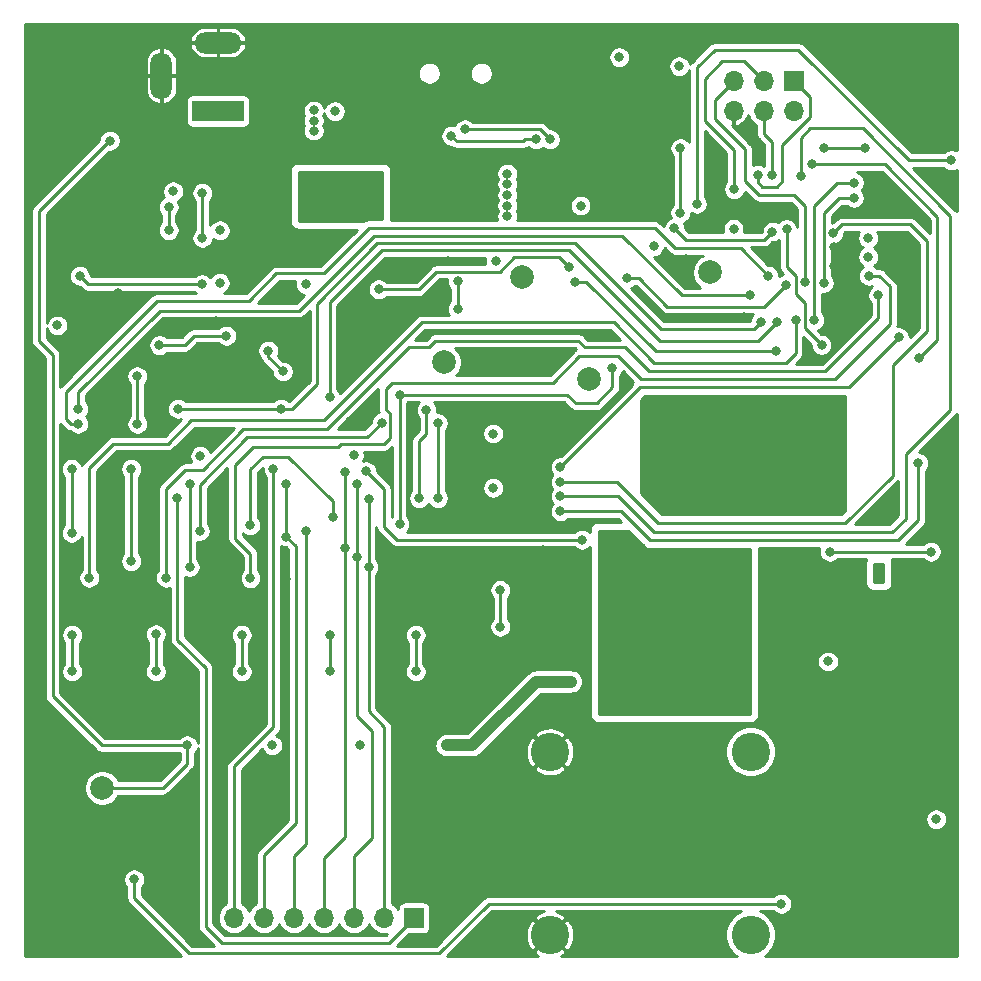
<source format=gbl>
%TF.GenerationSoftware,KiCad,Pcbnew,(5.1.2)-2*%
%TF.CreationDate,2020-11-17T15:03:50-05:00*%
%TF.ProjectId,Battery_Storage_Device,42617474-6572-4795-9f53-746f72616765,rev?*%
%TF.SameCoordinates,Original*%
%TF.FileFunction,Copper,L4,Bot*%
%TF.FilePolarity,Positive*%
%FSLAX46Y46*%
G04 Gerber Fmt 4.6, Leading zero omitted, Abs format (unit mm)*
G04 Created by KiCad (PCBNEW (5.1.2)-2) date 2020-11-17 15:03:50*
%MOMM*%
%LPD*%
G04 APERTURE LIST*
%TA.AperFunction,ComponentPad*%
%ADD10C,5.400000*%
%TD*%
%TA.AperFunction,ComponentPad*%
%ADD11C,2.000000*%
%TD*%
%TA.AperFunction,ComponentPad*%
%ADD12C,3.250000*%
%TD*%
%TA.AperFunction,ComponentPad*%
%ADD13O,1.700000X1.700000*%
%TD*%
%TA.AperFunction,ComponentPad*%
%ADD14R,1.700000X1.700000*%
%TD*%
%TA.AperFunction,ComponentPad*%
%ADD15R,4.400000X1.800000*%
%TD*%
%TA.AperFunction,ComponentPad*%
%ADD16O,4.000000X1.800000*%
%TD*%
%TA.AperFunction,ComponentPad*%
%ADD17O,1.800000X4.000000*%
%TD*%
%TA.AperFunction,ViaPad*%
%ADD18C,0.800000*%
%TD*%
%TA.AperFunction,Conductor*%
%ADD19C,0.250000*%
%TD*%
%TA.AperFunction,Conductor*%
%ADD20C,1.000000*%
%TD*%
%TA.AperFunction,Conductor*%
%ADD21C,0.254000*%
%TD*%
G04 APERTURE END LIST*
D10*
%TO.P,H4,1*%
%TO.N,GND*%
X83300000Y-126700000D03*
%TD*%
%TO.P,H3,1*%
%TO.N,GND*%
X156700000Y-126700000D03*
%TD*%
%TO.P,H2,1*%
%TO.N,GND*%
X156700000Y-53300000D03*
%TD*%
%TO.P,H1,1*%
%TO.N,GND*%
X83300000Y-53300000D03*
%TD*%
D11*
%TO.P,TP6,1*%
%TO.N,+BATT*%
X87100000Y-115200000D03*
%TD*%
%TO.P,TP5,1*%
%TO.N,Net-(R7-Pad2)*%
X122650000Y-71950000D03*
%TD*%
%TO.P,TP4,1*%
%TO.N,Net-(C4-Pad1)*%
X116000000Y-79150000D03*
%TD*%
%TO.P,TP3,1*%
%TO.N,/SRC_SINK*%
X133650000Y-107250000D03*
%TD*%
%TO.P,TP2,1*%
%TO.N,Net-(C3-Pad1)*%
X128350000Y-80550000D03*
%TD*%
%TO.P,TP1,1*%
%TO.N,Net-(R8-Pad1)*%
X138550000Y-71550000D03*
%TD*%
D12*
%TO.P,J6,1*%
%TO.N,GND*%
X125000000Y-127650000D03*
X125000000Y-112150000D03*
%TD*%
%TO.P,J1,1*%
%TO.N,/PACK_HI*%
X142000000Y-127650000D03*
X142000000Y-112150000D03*
%TD*%
D13*
%TO.P,J2,7*%
%TO.N,/Battery AFE/VC0*%
X98260000Y-126200000D03*
%TO.P,J2,6*%
%TO.N,/Battery AFE/VC1*%
X100800000Y-126200000D03*
%TO.P,J2,5*%
%TO.N,/Battery AFE/VC2*%
X103340000Y-126200000D03*
%TO.P,J2,4*%
%TO.N,/Battery AFE/VC3*%
X105880000Y-126200000D03*
%TO.P,J2,3*%
%TO.N,/Battery AFE/VC4*%
X108420000Y-126200000D03*
%TO.P,J2,2*%
%TO.N,/Battery AFE/VC5*%
X110960000Y-126200000D03*
D14*
%TO.P,J2,1*%
%TO.N,/Battery AFE/VC6*%
X113500000Y-126200000D03*
%TD*%
D13*
%TO.P,J5,6*%
%TO.N,GND*%
X140570000Y-57890000D03*
%TO.P,J5,5*%
%TO.N,/Microcontroller/ARD_RST*%
X140570000Y-55350000D03*
%TO.P,J5,4*%
%TO.N,/Microcontroller/MOSI*%
X143110000Y-57890000D03*
%TO.P,J5,3*%
%TO.N,/Microcontroller/SCK*%
X143110000Y-55350000D03*
%TO.P,J5,2*%
%TO.N,+5V*%
X145650000Y-57890000D03*
D14*
%TO.P,J5,1*%
%TO.N,/Microcontroller/MISO*%
X145650000Y-55350000D03*
%TD*%
D15*
%TO.P,J4,1*%
%TO.N,Net-(D14-Pad2)*%
X96900000Y-57900000D03*
D16*
%TO.P,J4,2*%
%TO.N,GND*%
X96900000Y-52100000D03*
D17*
%TO.P,J4,3*%
X92100000Y-54900000D03*
%TD*%
D18*
%TO.N,GND*%
X107400000Y-76050000D03*
X150950000Y-55550000D03*
X81100000Y-79450000D03*
X143350000Y-104450000D03*
X84250000Y-67600000D03*
X89900000Y-126600000D03*
X88400000Y-73300000D03*
X110400000Y-78200000D03*
X85150000Y-85650000D03*
X112150000Y-96500000D03*
X102650000Y-97550000D03*
X95450000Y-97450000D03*
X88400000Y-97400000D03*
X81300000Y-97400000D03*
X141400000Y-75350000D03*
X125400000Y-79200000D03*
X114350000Y-77000000D03*
X136500000Y-70400000D03*
X116350000Y-70600000D03*
X123050000Y-87500000D03*
X95400000Y-85550000D03*
X143550000Y-70450000D03*
X140600000Y-66000000D03*
X157750000Y-63400000D03*
X153400000Y-64350000D03*
X155950000Y-69700000D03*
X149050000Y-69450000D03*
X149050000Y-71050000D03*
X101400000Y-73850000D03*
X97800000Y-79450000D03*
X86850000Y-70750000D03*
X86800000Y-69700000D03*
X96750000Y-75700000D03*
X99900000Y-70250000D03*
X124300000Y-66200000D03*
X128950000Y-56450000D03*
X129200000Y-65900000D03*
X115400000Y-59300000D03*
X109600000Y-56400000D03*
X119350000Y-83050000D03*
X124400000Y-95100000D03*
X155150000Y-98799998D03*
X87700000Y-80600000D03*
X108100000Y-84150000D03*
X110700000Y-88400000D03*
X131300000Y-81000000D03*
X128900000Y-77000000D03*
X153450000Y-90800000D03*
X153450000Y-91750000D03*
X130850000Y-60500000D03*
X128300000Y-60550000D03*
X126350000Y-60550000D03*
X89850000Y-70200000D03*
%TO.N,+5V*%
X148550000Y-104500000D03*
X106800000Y-57900000D03*
X120200000Y-89800000D03*
X135950000Y-54100000D03*
X133800000Y-69350000D03*
X120400000Y-70600000D03*
X140550000Y-67850000D03*
X151950000Y-68650000D03*
X151950000Y-70250000D03*
X83300000Y-76050000D03*
X104350000Y-72550000D03*
X97050000Y-72450000D03*
X97050000Y-68000000D03*
X127600000Y-65900000D03*
X121400000Y-63200000D03*
X121400000Y-64100000D03*
X121400000Y-65000000D03*
X121400000Y-65900000D03*
X121400000Y-66800000D03*
X130875000Y-53325000D03*
X157695000Y-117855000D03*
X93100000Y-64700000D03*
%TO.N,+BATT*%
X126800000Y-106200000D03*
X94300000Y-111600000D03*
X101500000Y-111600000D03*
X108950000Y-111600000D03*
X116250000Y-111600000D03*
X87750000Y-60400000D03*
%TO.N,Net-(C9-Pad2)*%
X99625000Y-92975000D03*
X106600000Y-92300000D03*
%TO.N,Net-(C9-Pad1)*%
X95375000Y-93450000D03*
X110750000Y-84300000D03*
X115525000Y-90675000D03*
X115525000Y-84325000D03*
%TO.N,/Battery AFE/VREF*%
X95550000Y-72550000D03*
X85200000Y-71850000D03*
%TO.N,/Microcontroller/ARD_RST*%
X146600000Y-72400000D03*
%TO.N,/Battery AFE/VC1*%
X102650000Y-89450000D03*
X102650000Y-93925000D03*
X84500000Y-93600000D03*
X84500000Y-88200000D03*
%TO.N,/Battery AFE/VC2*%
X104350000Y-93450000D03*
%TO.N,/Battery AFE/VC3*%
X107650000Y-88450000D03*
X107650000Y-94900000D03*
%TO.N,/Battery AFE/VC4*%
X108700000Y-89450000D03*
X108700000Y-95650000D03*
X89550000Y-96000000D03*
X89550000Y-88200000D03*
%TO.N,/Battery AFE/VC5*%
X109650000Y-90750000D03*
X109650000Y-96500000D03*
X94500000Y-96500000D03*
X94500000Y-89450000D03*
%TO.N,/Battery AFE/VC6*%
X93450000Y-90700000D03*
%TO.N,/Battery AFE/VC0*%
X101600000Y-88200000D03*
%TO.N,Net-(D8-Pad1)*%
X84550000Y-102250000D03*
X84550000Y-105350000D03*
%TO.N,Net-(D9-Pad1)*%
X91650000Y-102200000D03*
X91650000Y-105350000D03*
%TO.N,Net-(D10-Pad1)*%
X98900000Y-102250000D03*
X98900000Y-105350000D03*
%TO.N,Net-(D11-Pad1)*%
X106350000Y-102250000D03*
X106350000Y-105300000D03*
%TO.N,Net-(D12-Pad1)*%
X113650000Y-102250000D03*
X113650000Y-105350000D03*
%TO.N,Net-(D13-Pad1)*%
X120800000Y-98450000D03*
X120800000Y-101550000D03*
%TO.N,Net-(J3-Pad3)*%
X123850000Y-60300000D03*
X116650000Y-60000000D03*
%TO.N,Net-(J3-Pad2)*%
X125000000Y-60300000D03*
X117800000Y-59450000D03*
%TO.N,/SRC_SINK*%
X131450000Y-105550000D03*
X137450000Y-105550000D03*
X135450000Y-105550000D03*
X139450000Y-105550000D03*
X131450000Y-95550000D03*
X133450000Y-95550000D03*
X135450000Y-95550000D03*
X137450000Y-95550000D03*
X139450000Y-95550000D03*
X131450000Y-97550000D03*
X133450000Y-97550000D03*
X135450000Y-97550000D03*
X137450000Y-97550000D03*
X139450000Y-97550000D03*
X131450000Y-99550000D03*
X133450000Y-99550000D03*
X135450000Y-99550000D03*
X137450000Y-99550000D03*
X139450000Y-99550000D03*
X131450000Y-101550000D03*
X133450000Y-101550000D03*
X135450000Y-101550000D03*
X137450000Y-101550000D03*
X139450000Y-101550000D03*
X131450000Y-103550000D03*
X133450000Y-103550000D03*
X135450000Y-103550000D03*
X137450000Y-103550000D03*
X139450000Y-103550000D03*
%TO.N,Net-(Q4-Pad2)*%
X148350000Y-90750000D03*
X148350000Y-88750000D03*
X148350000Y-82750000D03*
X148350000Y-84750000D03*
X148350000Y-86750000D03*
X138350000Y-84750000D03*
X144350000Y-82750000D03*
X140350000Y-84750000D03*
X140350000Y-82750000D03*
X142350000Y-84750000D03*
X142350000Y-82750000D03*
X142350000Y-86750000D03*
X144350000Y-84750000D03*
X146350000Y-84750000D03*
X146350000Y-82750000D03*
X144350000Y-86750000D03*
X146350000Y-86750000D03*
X140350000Y-86750000D03*
X144350000Y-90750000D03*
X146350000Y-90750000D03*
X142350000Y-88750000D03*
X144350000Y-88750000D03*
X140350000Y-90750000D03*
X142350000Y-90750000D03*
X138350000Y-86750000D03*
X146350000Y-88750000D03*
X138350000Y-90750000D03*
X138350000Y-88750000D03*
X140350000Y-88750000D03*
X138350000Y-82750000D03*
%TO.N,/RELAY_EN*%
X147200000Y-62400000D03*
X156250000Y-78800000D03*
%TO.N,/Battery AFE/VC1_BAL*%
X145800000Y-75600000D03*
X86000000Y-97400000D03*
%TO.N,/Battery AFE/VC2_BAL*%
X92500000Y-97400000D03*
X152800000Y-73500000D03*
%TO.N,/Battery AFE/VC3_BAL*%
X152000000Y-71850000D03*
X99650000Y-97450000D03*
%TO.N,/Battery AFE/VC4_BAL*%
X125900000Y-89300000D03*
X149000000Y-68250000D03*
%TO.N,/Battery AFE/VC5_BAL*%
X125900000Y-90500000D03*
X146250000Y-63400000D03*
%TO.N,/Battery AFE/VC6_BAL*%
X125900000Y-91800000D03*
X145050000Y-67900000D03*
X148000000Y-77700000D03*
X156200000Y-87700000D03*
%TO.N,/Microcontroller/PWM_SRC*%
X136050000Y-66500000D03*
X136050000Y-61050000D03*
X148200000Y-61050000D03*
X151700000Y-61050000D03*
%TO.N,/Microcontroller/PWM_SINK*%
X143850000Y-68100000D03*
X126600000Y-71100000D03*
X110500000Y-73000000D03*
X135550000Y-67800000D03*
%TO.N,Net-(R5-Pad1)*%
X117195000Y-72295000D03*
X117200000Y-74650000D03*
%TO.N,Net-(R6-Pad1)*%
X127160000Y-72340000D03*
X144150000Y-78250000D03*
%TO.N,+24V*%
X120200000Y-85200000D03*
X108400000Y-87050000D03*
X95400000Y-87100000D03*
X105000000Y-57850000D03*
X152850000Y-96550000D03*
X152850000Y-97450000D03*
X105000000Y-59550000D03*
X105000000Y-58700000D03*
%TO.N,Net-(R35-Pad1)*%
X97615000Y-76915000D03*
X91937500Y-77712500D03*
%TO.N,Net-(R42-Pad2)*%
X137450000Y-65750000D03*
X159000000Y-62050000D03*
X144600000Y-125000000D03*
X89800000Y-122950000D03*
%TO.N,/Microcontroller/A1*%
X93495000Y-83105000D03*
X142850000Y-75750000D03*
X102255000Y-83105000D03*
%TO.N,/Microcontroller/A2*%
X90075000Y-84375000D03*
X90050000Y-80350000D03*
X144200000Y-75800000D03*
X106350000Y-82100000D03*
%TO.N,/Battery AFE/EN_MUX*%
X143500000Y-71850000D03*
X85075000Y-84375000D03*
%TO.N,/Microcontroller/A0*%
X141950000Y-73500000D03*
X85055000Y-83105000D03*
%TO.N,/Battery AFE/READ*%
X145000000Y-72600000D03*
X112275000Y-81925000D03*
X112275000Y-92875000D03*
X131500000Y-72050000D03*
X130300000Y-79650000D03*
%TO.N,Net-(U5-Pad7)*%
X113925000Y-90675000D03*
X114550000Y-83200000D03*
%TO.N,Net-(U5-Pad3)*%
X101165000Y-78185000D03*
X102400000Y-79950000D03*
%TO.N,/Microcontroller/MISO*%
X142600000Y-63300000D03*
X92725000Y-67975000D03*
X92725000Y-66025000D03*
%TO.N,/Microcontroller/MOSI*%
X143800000Y-63350000D03*
X95575000Y-68625000D03*
X95575000Y-64825000D03*
%TO.N,/Microcontroller/SCK*%
X140600000Y-64500000D03*
%TO.N,/Microcontroller/ARD_TX*%
X148200000Y-72450000D03*
X150750000Y-65250000D03*
%TO.N,/Microcontroller/ARD_RX*%
X147400000Y-75600000D03*
X150750000Y-63950000D03*
%TO.N,Net-(D17-Pad2)*%
X106100000Y-64850000D03*
X107350000Y-64850000D03*
X108600000Y-64850000D03*
X109900000Y-66050000D03*
X108600000Y-66050000D03*
X107350000Y-66050000D03*
X106100000Y-66050000D03*
X104800000Y-66050000D03*
%TO.N,/Battery AFE/ZERO_CAP*%
X125900000Y-88050000D03*
X154550000Y-77050000D03*
%TO.N,Net-(D18-Pad1)*%
X148700000Y-95200000D03*
X157250000Y-95200000D03*
%TO.N,Net-(C29-Pad1)*%
X127700000Y-94200000D03*
X109450000Y-88399998D03*
%TD*%
D19*
%TO.N,+BATT*%
X87700000Y-60400000D02*
X87750000Y-60400000D01*
X87050000Y-111600000D02*
X82900000Y-107450000D01*
X82900000Y-107450000D02*
X82900000Y-78550000D01*
X81750000Y-77400000D02*
X81750000Y-66350000D01*
X94300000Y-111600000D02*
X87050000Y-111600000D01*
X82900000Y-78550000D02*
X81750000Y-77400000D01*
X81750000Y-66350000D02*
X87700000Y-60400000D01*
D20*
X116250000Y-111600000D02*
X118450000Y-111600000D01*
X123850000Y-106200000D02*
X126800000Y-106200000D01*
X118450000Y-111600000D02*
X123850000Y-106200000D01*
D19*
X88514213Y-115200000D02*
X87100000Y-115200000D01*
X92250000Y-115200000D02*
X88514213Y-115200000D01*
X94300000Y-111600000D02*
X94300000Y-113150000D01*
X94300000Y-113150000D02*
X92250000Y-115200000D01*
%TO.N,Net-(C9-Pad2)*%
X106600000Y-90950000D02*
X106600000Y-92300000D01*
X102800000Y-87150000D02*
X106600000Y-90950000D01*
X100700000Y-87150000D02*
X102800000Y-87150000D01*
X99625000Y-92975000D02*
X99625000Y-88225000D01*
X99625000Y-88225000D02*
X100700000Y-87150000D01*
X106600000Y-92300000D02*
X106600000Y-92300000D01*
%TO.N,Net-(C9-Pad1)*%
X115525000Y-84325000D02*
X115525000Y-90675000D01*
X109550000Y-85500000D02*
X110750000Y-84300000D01*
X99400000Y-85500000D02*
X109550000Y-85500000D01*
X95375000Y-93450000D02*
X95375000Y-89525000D01*
X95375000Y-89525000D02*
X99400000Y-85500000D01*
%TO.N,/Battery AFE/VREF*%
X89700000Y-72550000D02*
X95550000Y-72550000D01*
X85200000Y-71850000D02*
X85900000Y-72550000D01*
X85900000Y-72550000D02*
X89700000Y-72550000D01*
%TO.N,/Microcontroller/ARD_RST*%
X146600000Y-72400000D02*
X146600000Y-72400000D01*
X138950000Y-58550000D02*
X141550000Y-61150000D01*
X146600000Y-68900000D02*
X146600000Y-72400000D01*
X140570000Y-55350000D02*
X138950000Y-56970000D01*
X141550000Y-61150000D02*
X141550000Y-63850000D01*
X138950000Y-56970000D02*
X138950000Y-58550000D01*
X142700000Y-65000000D02*
X145700000Y-65000000D01*
X141550000Y-63850000D02*
X142700000Y-65000000D01*
X146600000Y-65900000D02*
X146600000Y-68900000D01*
X145700000Y-65000000D02*
X146600000Y-65900000D01*
%TO.N,/Battery AFE/VC1*%
X102650000Y-89500000D02*
X102650000Y-89500000D01*
X102650000Y-93925000D02*
X102650000Y-89450000D01*
X102650000Y-93925000D02*
X102650000Y-93925000D01*
X84500000Y-93600000D02*
X84500000Y-88200000D01*
X84500000Y-88200000D02*
X84500000Y-88200000D01*
X100800000Y-120900000D02*
X100800000Y-126200000D01*
X103490000Y-118210000D02*
X100800000Y-120900000D01*
X102650000Y-93925000D02*
X103490000Y-94765000D01*
X103490000Y-94765000D02*
X103490000Y-118210000D01*
%TO.N,/Battery AFE/VC2*%
X104350000Y-93450000D02*
X104350000Y-93450000D01*
X103340000Y-120990000D02*
X103340000Y-126200000D01*
X104350000Y-93450000D02*
X104350000Y-119980000D01*
X104350000Y-119980000D02*
X103340000Y-120990000D01*
%TO.N,/Battery AFE/VC3*%
X107650000Y-94900000D02*
X107650000Y-88450000D01*
X105880000Y-121170000D02*
X105880000Y-126200000D01*
X107650000Y-94900000D02*
X107650000Y-119400000D01*
X107650000Y-119400000D02*
X105880000Y-121170000D01*
%TO.N,/Battery AFE/VC4*%
X108700000Y-89450000D02*
X108700000Y-89450000D01*
X89550000Y-96000000D02*
X89550000Y-88200000D01*
X89550000Y-88200000D02*
X89550000Y-88200000D01*
X108420000Y-120980000D02*
X108420000Y-126200000D01*
X109950000Y-119450000D02*
X108420000Y-120980000D01*
X109950000Y-110400000D02*
X109950000Y-119450000D01*
X108700000Y-89450000D02*
X108700000Y-109150000D01*
X108700000Y-109150000D02*
X109950000Y-110400000D01*
%TO.N,/Battery AFE/VC5*%
X109650000Y-90750000D02*
X109650000Y-90750000D01*
X94500000Y-96500000D02*
X94500000Y-89450000D01*
X94500000Y-89450000D02*
X94500000Y-89450000D01*
X109650000Y-96550000D02*
X109650000Y-90750000D01*
X109650000Y-108700000D02*
X109650000Y-96550000D01*
X110960000Y-126200000D02*
X110960000Y-110010000D01*
X110960000Y-110010000D02*
X109650000Y-108700000D01*
%TO.N,/Battery AFE/VC6*%
X93450000Y-90700000D02*
X93450000Y-90700000D01*
X111400000Y-128300000D02*
X113500000Y-126200000D01*
X97200000Y-128300000D02*
X111400000Y-128300000D01*
X95850000Y-126950000D02*
X97200000Y-128300000D01*
X95850000Y-105050000D02*
X95850000Y-126950000D01*
X93450000Y-90700000D02*
X93450000Y-102650000D01*
X93450000Y-102650000D02*
X95850000Y-105050000D01*
%TO.N,/Battery AFE/VC0*%
X101600000Y-88200000D02*
X101600000Y-88200000D01*
X98260000Y-120690000D02*
X98260000Y-126200000D01*
X98260000Y-113390000D02*
X98260000Y-120690000D01*
X101600000Y-88200000D02*
X101600000Y-110050000D01*
X101600000Y-110050000D02*
X98260000Y-113390000D01*
%TO.N,Net-(D8-Pad1)*%
X84550000Y-105350000D02*
X84550000Y-102250000D01*
%TO.N,Net-(D9-Pad1)*%
X91650000Y-105350000D02*
X91650000Y-102200000D01*
%TO.N,Net-(D10-Pad1)*%
X98900000Y-105350000D02*
X98900000Y-102250000D01*
%TO.N,Net-(D11-Pad1)*%
X106350000Y-105300000D02*
X106350000Y-102250000D01*
%TO.N,Net-(D12-Pad1)*%
X113650000Y-105350000D02*
X113650000Y-102250000D01*
%TO.N,Net-(D13-Pad1)*%
X120800000Y-101550000D02*
X120800000Y-98450000D01*
%TO.N,Net-(J3-Pad3)*%
X122900000Y-60300000D02*
X123850000Y-60300000D01*
X122750000Y-60450000D02*
X122900000Y-60300000D01*
X116650000Y-60000000D02*
X117100000Y-60450000D01*
X117100000Y-60450000D02*
X122750000Y-60450000D01*
%TO.N,Net-(J3-Pad2)*%
X125000000Y-60250000D02*
X125000000Y-60300000D01*
X117800000Y-59450000D02*
X124200000Y-59450000D01*
X124200000Y-59450000D02*
X125000000Y-60250000D01*
%TO.N,/RELAY_EN*%
X147200000Y-62400000D02*
X153350000Y-62400000D01*
X153350000Y-62400000D02*
X157800000Y-66850000D01*
X157800000Y-66850000D02*
X157800000Y-77250000D01*
X157800000Y-77250000D02*
X156250000Y-78800000D01*
X156250000Y-78800000D02*
X156250000Y-78800000D01*
%TO.N,/Battery AFE/VC1_BAL*%
X145800000Y-78400000D02*
X145800000Y-75600000D01*
X145000000Y-79200000D02*
X145800000Y-78400000D01*
X133800000Y-79200000D02*
X145000000Y-79200000D01*
X130400000Y-75800000D02*
X133800000Y-79200000D01*
X114150000Y-75800000D02*
X130400000Y-75800000D01*
X86000000Y-88100000D02*
X88050000Y-86050000D01*
X88050000Y-86050000D02*
X92650000Y-86050000D01*
X92650000Y-86050000D02*
X94650000Y-84050000D01*
X86000000Y-97400000D02*
X86000000Y-88100000D01*
X94650000Y-84050000D02*
X105900000Y-84050000D01*
X105900000Y-84050000D02*
X114150000Y-75800000D01*
%TO.N,/Battery AFE/VC2_BAL*%
X92500000Y-89900000D02*
X92500000Y-97400000D01*
X95600000Y-88300000D02*
X94100000Y-88300000D01*
X99050000Y-84850000D02*
X95600000Y-88300000D01*
X106150000Y-84850000D02*
X99050000Y-84850000D01*
X94100000Y-88300000D02*
X92500000Y-89900000D01*
X113100000Y-77900000D02*
X106150000Y-84850000D01*
X115300000Y-77350000D02*
X114750000Y-77900000D01*
X127400000Y-77350000D02*
X115300000Y-77350000D01*
X152800000Y-75450000D02*
X148300000Y-79950000D01*
X148300000Y-79950000D02*
X133400000Y-79950000D01*
X131350000Y-77900000D02*
X127950000Y-77900000D01*
X114750000Y-77900000D02*
X113100000Y-77900000D01*
X152800000Y-73500000D02*
X152800000Y-75450000D01*
X133400000Y-79950000D02*
X131350000Y-77900000D01*
X127950000Y-77900000D02*
X127400000Y-77350000D01*
%TO.N,/Battery AFE/VC3_BAL*%
X153800000Y-72750000D02*
X152900000Y-71850000D01*
X153800000Y-75900000D02*
X153800000Y-72750000D01*
X132750000Y-80600000D02*
X149100000Y-80600000D01*
X99850000Y-86350000D02*
X107100000Y-86350000D01*
X107350000Y-86100000D02*
X110950000Y-86100000D01*
X107100000Y-86350000D02*
X107350000Y-86100000D01*
X98350000Y-94100000D02*
X98350000Y-87850000D01*
X99650000Y-97450000D02*
X99650000Y-95400000D01*
X99650000Y-95400000D02*
X98350000Y-94100000D01*
X152900000Y-71850000D02*
X152000000Y-71850000D01*
X111500000Y-85550000D02*
X111500000Y-83550000D01*
X98350000Y-87850000D02*
X99850000Y-86350000D01*
X110950000Y-86100000D02*
X111500000Y-85550000D01*
X111500000Y-83550000D02*
X111100000Y-83150000D01*
X111100000Y-83150000D02*
X111100000Y-81400000D01*
X111100000Y-81400000D02*
X111600000Y-80900000D01*
X111600000Y-80900000D02*
X125250000Y-80900000D01*
X125250000Y-80900000D02*
X127500000Y-78650000D01*
X149100000Y-80600000D02*
X153800000Y-75900000D01*
X127500000Y-78650000D02*
X130800000Y-78650000D01*
X130800000Y-78650000D02*
X132750000Y-80600000D01*
%TO.N,/Battery AFE/VC4_BAL*%
X129350000Y-89300000D02*
X125900000Y-89300000D01*
X129550000Y-89300000D02*
X129350000Y-89300000D01*
X149750000Y-67500000D02*
X149000000Y-68250000D01*
X155500000Y-67500000D02*
X149750000Y-67500000D01*
X156900000Y-76550000D02*
X156900000Y-68900000D01*
X130650000Y-89300000D02*
X134150000Y-92800000D01*
X129350000Y-89300000D02*
X130650000Y-89300000D01*
X134150000Y-92800000D02*
X150000000Y-92800000D01*
X150000000Y-92800000D02*
X154025000Y-88775000D01*
X154025000Y-88775000D02*
X154025000Y-79425000D01*
X156900000Y-68900000D02*
X155500000Y-67500000D01*
X154025000Y-79425000D02*
X156900000Y-76550000D01*
%TO.N,/Battery AFE/VC5_BAL*%
X146250000Y-60150000D02*
X146250000Y-63400000D01*
X147050000Y-59350000D02*
X146250000Y-60150000D01*
X151500000Y-59350000D02*
X147050000Y-59350000D01*
X158900000Y-66750000D02*
X151500000Y-59350000D01*
X130750000Y-90500000D02*
X133800000Y-93550000D01*
X125900000Y-90500000D02*
X130750000Y-90500000D01*
X133800000Y-93550000D02*
X154000000Y-93550000D01*
X154000000Y-93550000D02*
X155150000Y-92400000D01*
X155150000Y-92400000D02*
X155150000Y-86950000D01*
X158900000Y-83200000D02*
X158900000Y-66750000D01*
X155150000Y-86950000D02*
X158900000Y-83200000D01*
%TO.N,/Battery AFE/VC6_BAL*%
X148000000Y-77700000D02*
X148000000Y-77700000D01*
X146600000Y-76300000D02*
X148000000Y-77700000D01*
X146600000Y-74150000D02*
X146600000Y-76300000D01*
X145850000Y-73400000D02*
X146600000Y-74150000D01*
X145850000Y-71900000D02*
X145850000Y-73400000D01*
X145050000Y-67900000D02*
X145050000Y-71100000D01*
X145050000Y-71100000D02*
X145850000Y-71900000D01*
X156200000Y-92550000D02*
X156200000Y-87700000D01*
X154500000Y-94250000D02*
X156200000Y-92550000D01*
X133500000Y-94250000D02*
X154500000Y-94250000D01*
X125900000Y-91800000D02*
X131050000Y-91800000D01*
X131050000Y-91800000D02*
X133500000Y-94250000D01*
%TO.N,/Microcontroller/PWM_SRC*%
X136050000Y-66500000D02*
X136050000Y-61050000D01*
X136050000Y-61050000D02*
X136050000Y-61050000D01*
X148200000Y-61050000D02*
X151700000Y-61050000D01*
X151700000Y-61050000D02*
X151700000Y-61050000D01*
%TO.N,/Microcontroller/PWM_SINK*%
X136550000Y-68800000D02*
X135550000Y-67800000D01*
X143850000Y-68100000D02*
X143150000Y-68800000D01*
X143150000Y-68800000D02*
X136550000Y-68800000D01*
X113900000Y-73000000D02*
X110500000Y-73000000D01*
X115400001Y-71499999D02*
X113900000Y-73000000D01*
X120750001Y-71499999D02*
X115400001Y-71499999D01*
X122000000Y-70250000D02*
X120750001Y-71499999D01*
X126600000Y-71100000D02*
X125750000Y-70250000D01*
X125750000Y-70250000D02*
X122000000Y-70250000D01*
%TO.N,Net-(R5-Pad1)*%
X117195000Y-72295000D02*
X117195000Y-74645000D01*
%TO.N,Net-(R6-Pad1)*%
X144150000Y-78250000D02*
X144150000Y-78250000D01*
X134000000Y-78250000D02*
X144150000Y-78250000D01*
X127160000Y-72340000D02*
X128090000Y-72340000D01*
X128090000Y-72340000D02*
X134000000Y-78250000D01*
%TO.N,Net-(R35-Pad1)*%
X91937500Y-77712500D02*
X94087500Y-77712500D01*
X94885000Y-76915000D02*
X97615000Y-76915000D01*
X94087500Y-77712500D02*
X94885000Y-76915000D01*
%TO.N,Net-(R42-Pad2)*%
X159000000Y-62050000D02*
X159000000Y-62050000D01*
X155400000Y-62050000D02*
X159000000Y-62050000D01*
X137450000Y-65750000D02*
X137450000Y-54200000D01*
X146050000Y-52700000D02*
X155400000Y-62050000D01*
X138950000Y-52700000D02*
X146050000Y-52700000D01*
X137450000Y-54200000D02*
X138950000Y-52700000D01*
X89800000Y-122950000D02*
X89800000Y-122950000D01*
X144600000Y-125000000D02*
X119850000Y-125000000D01*
X119850000Y-125000000D02*
X115650000Y-129200000D01*
X115650000Y-129200000D02*
X95550000Y-129200000D01*
X95550000Y-129200000D02*
X95500000Y-129200000D01*
X94450000Y-129200000D02*
X95550000Y-129200000D01*
X89800000Y-122950000D02*
X89800000Y-124550000D01*
X89800000Y-124550000D02*
X94450000Y-129200000D01*
%TO.N,/Microcontroller/A1*%
X142250000Y-76350000D02*
X142850000Y-75750000D01*
X134400000Y-76350000D02*
X142250000Y-76350000D01*
X103195000Y-83105000D02*
X105300000Y-81000000D01*
X102255000Y-83105000D02*
X103195000Y-83105000D01*
X105300000Y-81000000D02*
X105300000Y-74200000D01*
X105300000Y-74200000D02*
X110400000Y-69100000D01*
X110400000Y-69100000D02*
X127150000Y-69100000D01*
X127150000Y-69100000D02*
X134400000Y-76350000D01*
X93495000Y-83105000D02*
X102255000Y-83105000D01*
%TO.N,/Microcontroller/A2*%
X90075000Y-80375000D02*
X90050000Y-80350000D01*
X90075000Y-84375000D02*
X90075000Y-80375000D01*
X142650000Y-77350000D02*
X144200000Y-75800000D01*
X134300000Y-77350000D02*
X142650000Y-77350000D01*
X126624999Y-69674999D02*
X134300000Y-77350000D01*
X110775001Y-69674999D02*
X126624999Y-69674999D01*
X106350000Y-82100000D02*
X106350000Y-74100000D01*
X106350000Y-74100000D02*
X110775001Y-69674999D01*
%TO.N,/Battery AFE/EN_MUX*%
X141150000Y-69500000D02*
X143500000Y-71850000D01*
X135600000Y-69500000D02*
X141150000Y-69500000D01*
X133900000Y-67800000D02*
X135600000Y-69500000D01*
X109700000Y-67800000D02*
X133900000Y-67800000D01*
X105850000Y-71650000D02*
X109700000Y-67800000D01*
X84425000Y-84375000D02*
X84050000Y-84000000D01*
X85075000Y-84375000D02*
X84425000Y-84375000D01*
X101850000Y-71650000D02*
X105850000Y-71650000D01*
X84050000Y-84000000D02*
X84050000Y-81650000D01*
X84050000Y-81650000D02*
X91750000Y-73950000D01*
X91750000Y-73950000D02*
X99550000Y-73950000D01*
X99550000Y-73950000D02*
X101850000Y-71650000D01*
%TO.N,/Microcontroller/A0*%
X136150000Y-73500000D02*
X141950000Y-73500000D01*
X85055000Y-81695000D02*
X91950000Y-74800000D01*
X85055000Y-83105000D02*
X85055000Y-81695000D01*
X91950000Y-74800000D02*
X103750000Y-74800000D01*
X103750000Y-74800000D02*
X110100000Y-68450000D01*
X110100000Y-68450000D02*
X131100000Y-68450000D01*
X131100000Y-68450000D02*
X136150000Y-73500000D01*
%TO.N,/Battery AFE/READ*%
X112275000Y-92875000D02*
X112275000Y-81925000D01*
X132550000Y-72050000D02*
X131500000Y-72050000D01*
X134950000Y-74450000D02*
X132550000Y-72050000D01*
X145000000Y-72600000D02*
X143150000Y-74450000D01*
X143150000Y-74450000D02*
X134950000Y-74450000D01*
X112300000Y-81900000D02*
X112275000Y-81925000D01*
X126450000Y-81900000D02*
X112300000Y-81900000D01*
X127200000Y-82650000D02*
X126450000Y-81900000D01*
X128950000Y-82650000D02*
X127200000Y-82650000D01*
X130300000Y-79650000D02*
X130300000Y-81300000D01*
X130300000Y-81300000D02*
X128950000Y-82650000D01*
%TO.N,Net-(U5-Pad7)*%
X113900000Y-90650000D02*
X113925000Y-90675000D01*
X113900000Y-85850000D02*
X113900000Y-90650000D01*
X114550000Y-83200000D02*
X114550000Y-85200000D01*
X114550000Y-85200000D02*
X113900000Y-85850000D01*
%TO.N,Net-(U5-Pad3)*%
X101185000Y-78185000D02*
X101165000Y-78185000D01*
X101165000Y-78715000D02*
X102400000Y-79950000D01*
X101165000Y-78185000D02*
X101165000Y-78715000D01*
%TO.N,/Microcontroller/MISO*%
X92725000Y-67975000D02*
X92725000Y-66025000D01*
X92725000Y-66025000D02*
X92725000Y-66025000D01*
X142600000Y-63900000D02*
X142600000Y-63300000D01*
X143000000Y-64300000D02*
X142600000Y-63900000D01*
X147050000Y-56750000D02*
X147050000Y-58400000D01*
X144200000Y-64300000D02*
X143000000Y-64300000D01*
X145650000Y-55350000D02*
X147050000Y-56750000D01*
X147050000Y-58400000D02*
X144650000Y-60800000D01*
X144650000Y-60800000D02*
X144650000Y-63850000D01*
X144650000Y-63850000D02*
X144200000Y-64300000D01*
%TO.N,/Microcontroller/MOSI*%
X143110000Y-57890000D02*
X143110000Y-59810000D01*
X143800000Y-60500000D02*
X143800000Y-63350000D01*
X143110000Y-59810000D02*
X143800000Y-60500000D01*
X95575000Y-68625000D02*
X95575000Y-64825000D01*
X95575000Y-64825000D02*
X95575000Y-64825000D01*
%TO.N,/Microcontroller/SCK*%
X141460000Y-53700000D02*
X143110000Y-55350000D01*
X139550000Y-53700000D02*
X141460000Y-53700000D01*
X138100000Y-55150000D02*
X139550000Y-53700000D01*
X140600000Y-64500000D02*
X140600000Y-61200000D01*
X138100000Y-58700000D02*
X138100000Y-55150000D01*
X140600000Y-61200000D02*
X138100000Y-58700000D01*
%TO.N,/Microcontroller/ARD_TX*%
X148200000Y-66550000D02*
X148200000Y-72450000D01*
X150750000Y-65250000D02*
X149500000Y-65250000D01*
X149500000Y-65250000D02*
X148200000Y-66550000D01*
%TO.N,/Microcontroller/ARD_RX*%
X147400000Y-75600000D02*
X147400000Y-65900000D01*
X149350000Y-63950000D02*
X150750000Y-63950000D01*
X147400000Y-65900000D02*
X149350000Y-63950000D01*
%TO.N,/Battery AFE/ZERO_CAP*%
X150350000Y-81250000D02*
X154550000Y-77050000D01*
X136250000Y-81250000D02*
X150350000Y-81250000D01*
X136250000Y-81250000D02*
X132650000Y-81250000D01*
X132650000Y-81300000D02*
X125900000Y-88050000D01*
X132650000Y-81250000D02*
X132650000Y-81300000D01*
%TO.N,Net-(D18-Pad1)*%
X148700000Y-95200000D02*
X157250000Y-95200000D01*
%TO.N,Net-(C29-Pad1)*%
X127700000Y-94200000D02*
X127700000Y-94200000D01*
X127700000Y-94200000D02*
X112050000Y-94200000D01*
X109849999Y-88799997D02*
X109450000Y-88399998D01*
X110950000Y-89899998D02*
X109849999Y-88799997D01*
X110950000Y-93100000D02*
X110950000Y-89899998D01*
X112050000Y-94200000D02*
X110950000Y-93100000D01*
%TD*%
D21*
%TO.N,+24V*%
G36*
X153223000Y-97773000D02*
G01*
X152477000Y-97773000D01*
X152477000Y-96227000D01*
X153223000Y-96227000D01*
X153223000Y-97773000D01*
X153223000Y-97773000D01*
G37*
X153223000Y-97773000D02*
X152477000Y-97773000D01*
X152477000Y-96227000D01*
X153223000Y-96227000D01*
X153223000Y-97773000D01*
D19*
%TO.N,GND*%
G36*
X159450000Y-129450000D02*
G01*
X143176007Y-129450000D01*
X143370545Y-129320014D01*
X143670014Y-129020545D01*
X143905305Y-128668407D01*
X144067377Y-128277132D01*
X144150000Y-127861757D01*
X144150000Y-127438243D01*
X144067377Y-127022868D01*
X143905305Y-126631593D01*
X143670014Y-126279455D01*
X143370545Y-125979986D01*
X143018407Y-125744695D01*
X142789794Y-125650000D01*
X143941852Y-125650000D01*
X144010347Y-125718495D01*
X144161848Y-125819725D01*
X144330187Y-125889453D01*
X144508895Y-125925000D01*
X144691105Y-125925000D01*
X144869813Y-125889453D01*
X145038152Y-125819725D01*
X145189653Y-125718495D01*
X145318495Y-125589653D01*
X145419725Y-125438152D01*
X145489453Y-125269813D01*
X145525000Y-125091105D01*
X145525000Y-124908895D01*
X145489453Y-124730187D01*
X145419725Y-124561848D01*
X145318495Y-124410347D01*
X145189653Y-124281505D01*
X145038152Y-124180275D01*
X144869813Y-124110547D01*
X144691105Y-124075000D01*
X144508895Y-124075000D01*
X144330187Y-124110547D01*
X144161848Y-124180275D01*
X144010347Y-124281505D01*
X143941852Y-124350000D01*
X119881921Y-124350000D01*
X119850000Y-124346856D01*
X119818078Y-124350000D01*
X119818068Y-124350000D01*
X119722578Y-124359405D01*
X119600052Y-124396573D01*
X119487131Y-124456930D01*
X119412959Y-124517802D01*
X119412957Y-124517804D01*
X119388157Y-124538157D01*
X119367804Y-124562957D01*
X115380762Y-128550000D01*
X112069238Y-128550000D01*
X113041699Y-127577540D01*
X114350000Y-127577540D01*
X114452918Y-127567403D01*
X114551881Y-127537383D01*
X114643086Y-127488633D01*
X114723027Y-127423027D01*
X114788633Y-127343086D01*
X114837383Y-127251881D01*
X114867403Y-127152918D01*
X114877540Y-127050000D01*
X114877540Y-125350000D01*
X114867403Y-125247082D01*
X114837383Y-125148119D01*
X114788633Y-125056914D01*
X114723027Y-124976973D01*
X114643086Y-124911367D01*
X114551881Y-124862617D01*
X114452918Y-124832597D01*
X114350000Y-124822460D01*
X112650000Y-124822460D01*
X112547082Y-124832597D01*
X112448119Y-124862617D01*
X112356914Y-124911367D01*
X112276973Y-124976973D01*
X112211367Y-125056914D01*
X112162617Y-125148119D01*
X112132597Y-125247082D01*
X112122460Y-125350000D01*
X112122460Y-125457947D01*
X112108802Y-125432395D01*
X111936976Y-125223024D01*
X111727605Y-125051198D01*
X111610000Y-124988336D01*
X111610000Y-117763895D01*
X156770000Y-117763895D01*
X156770000Y-117946105D01*
X156805547Y-118124813D01*
X156875275Y-118293152D01*
X156976505Y-118444653D01*
X157105347Y-118573495D01*
X157256848Y-118674725D01*
X157425187Y-118744453D01*
X157603895Y-118780000D01*
X157786105Y-118780000D01*
X157964813Y-118744453D01*
X158133152Y-118674725D01*
X158284653Y-118573495D01*
X158413495Y-118444653D01*
X158514725Y-118293152D01*
X158584453Y-118124813D01*
X158620000Y-117946105D01*
X158620000Y-117763895D01*
X158584453Y-117585187D01*
X158514725Y-117416848D01*
X158413495Y-117265347D01*
X158284653Y-117136505D01*
X158133152Y-117035275D01*
X157964813Y-116965547D01*
X157786105Y-116930000D01*
X157603895Y-116930000D01*
X157425187Y-116965547D01*
X157256848Y-117035275D01*
X157105347Y-117136505D01*
X156976505Y-117265347D01*
X156875275Y-117416848D01*
X156805547Y-117585187D01*
X156770000Y-117763895D01*
X111610000Y-117763895D01*
X111610000Y-113549017D01*
X123636338Y-113549017D01*
X123809525Y-113831081D01*
X124160362Y-114031031D01*
X124543466Y-114158692D01*
X124944115Y-114209161D01*
X125346911Y-114180498D01*
X125736375Y-114073804D01*
X126097541Y-113893179D01*
X126190475Y-113831081D01*
X126363662Y-113549017D01*
X125000000Y-112185355D01*
X123636338Y-113549017D01*
X111610000Y-113549017D01*
X111610000Y-111600000D01*
X115220041Y-111600000D01*
X115239831Y-111800935D01*
X115298442Y-111994148D01*
X115393620Y-112172215D01*
X115521709Y-112328291D01*
X115677785Y-112456380D01*
X115855852Y-112551558D01*
X116049065Y-112610169D01*
X116199649Y-112625000D01*
X118399650Y-112625000D01*
X118450000Y-112629959D01*
X118500350Y-112625000D01*
X118500351Y-112625000D01*
X118650935Y-112610169D01*
X118844148Y-112551558D01*
X119022215Y-112456380D01*
X119178291Y-112328291D01*
X119210397Y-112289170D01*
X119405452Y-112094115D01*
X122940839Y-112094115D01*
X122969502Y-112496911D01*
X123076196Y-112886375D01*
X123256821Y-113247541D01*
X123318919Y-113340475D01*
X123600983Y-113513662D01*
X124964645Y-112150000D01*
X125035355Y-112150000D01*
X126399017Y-113513662D01*
X126681081Y-113340475D01*
X126881031Y-112989638D01*
X127008692Y-112606534D01*
X127059161Y-112205885D01*
X127040116Y-111938243D01*
X139850000Y-111938243D01*
X139850000Y-112361757D01*
X139932623Y-112777132D01*
X140094695Y-113168407D01*
X140329986Y-113520545D01*
X140629455Y-113820014D01*
X140981593Y-114055305D01*
X141372868Y-114217377D01*
X141788243Y-114300000D01*
X142211757Y-114300000D01*
X142627132Y-114217377D01*
X143018407Y-114055305D01*
X143370545Y-113820014D01*
X143670014Y-113520545D01*
X143905305Y-113168407D01*
X144067377Y-112777132D01*
X144150000Y-112361757D01*
X144150000Y-111938243D01*
X144067377Y-111522868D01*
X143905305Y-111131593D01*
X143670014Y-110779455D01*
X143370545Y-110479986D01*
X143018407Y-110244695D01*
X142627132Y-110082623D01*
X142211757Y-110000000D01*
X141788243Y-110000000D01*
X141372868Y-110082623D01*
X140981593Y-110244695D01*
X140629455Y-110479986D01*
X140329986Y-110779455D01*
X140094695Y-111131593D01*
X139932623Y-111522868D01*
X139850000Y-111938243D01*
X127040116Y-111938243D01*
X127030498Y-111803089D01*
X126923804Y-111413625D01*
X126743179Y-111052459D01*
X126681081Y-110959525D01*
X126399017Y-110786338D01*
X125035355Y-112150000D01*
X124964645Y-112150000D01*
X123600983Y-110786338D01*
X123318919Y-110959525D01*
X123118969Y-111310362D01*
X122991308Y-111693466D01*
X122940839Y-112094115D01*
X119405452Y-112094115D01*
X120748584Y-110750983D01*
X123636338Y-110750983D01*
X125000000Y-112114645D01*
X126363662Y-110750983D01*
X126190475Y-110468919D01*
X125839638Y-110268969D01*
X125456534Y-110141308D01*
X125055885Y-110090839D01*
X124653089Y-110119502D01*
X124263625Y-110226196D01*
X123902459Y-110406821D01*
X123809525Y-110468919D01*
X123636338Y-110750983D01*
X120748584Y-110750983D01*
X124274569Y-107225000D01*
X126850351Y-107225000D01*
X127000935Y-107210169D01*
X127194148Y-107151558D01*
X127372215Y-107056380D01*
X127528291Y-106928291D01*
X127656380Y-106772215D01*
X127751558Y-106594148D01*
X127810169Y-106400935D01*
X127829959Y-106200000D01*
X127810169Y-105999065D01*
X127751558Y-105805852D01*
X127656380Y-105627785D01*
X127528291Y-105471709D01*
X127372215Y-105343620D01*
X127194148Y-105248442D01*
X127000935Y-105189831D01*
X126850351Y-105175000D01*
X123900342Y-105175000D01*
X123849999Y-105170042D01*
X123799656Y-105175000D01*
X123799649Y-105175000D01*
X123667665Y-105187999D01*
X123649064Y-105189831D01*
X123590453Y-105207611D01*
X123455852Y-105248442D01*
X123277785Y-105343620D01*
X123121709Y-105471709D01*
X123089612Y-105510819D01*
X118025433Y-110575000D01*
X116199649Y-110575000D01*
X116049065Y-110589831D01*
X115855852Y-110648442D01*
X115677785Y-110743620D01*
X115521709Y-110871709D01*
X115393620Y-111027785D01*
X115298442Y-111205852D01*
X115239831Y-111399065D01*
X115220041Y-111600000D01*
X111610000Y-111600000D01*
X111610000Y-110041924D01*
X111613144Y-110010000D01*
X111610000Y-109978076D01*
X111610000Y-109978068D01*
X111600595Y-109882578D01*
X111563427Y-109760052D01*
X111503070Y-109647132D01*
X111421843Y-109548157D01*
X111397038Y-109527800D01*
X110300000Y-108430762D01*
X110300000Y-102158895D01*
X112725000Y-102158895D01*
X112725000Y-102341105D01*
X112760547Y-102519813D01*
X112830275Y-102688152D01*
X112931505Y-102839653D01*
X113000001Y-102908149D01*
X113000000Y-104691852D01*
X112931505Y-104760347D01*
X112830275Y-104911848D01*
X112760547Y-105080187D01*
X112725000Y-105258895D01*
X112725000Y-105441105D01*
X112760547Y-105619813D01*
X112830275Y-105788152D01*
X112931505Y-105939653D01*
X113060347Y-106068495D01*
X113211848Y-106169725D01*
X113380187Y-106239453D01*
X113558895Y-106275000D01*
X113741105Y-106275000D01*
X113919813Y-106239453D01*
X114088152Y-106169725D01*
X114239653Y-106068495D01*
X114368495Y-105939653D01*
X114469725Y-105788152D01*
X114539453Y-105619813D01*
X114575000Y-105441105D01*
X114575000Y-105258895D01*
X114539453Y-105080187D01*
X114469725Y-104911848D01*
X114368495Y-104760347D01*
X114300000Y-104691852D01*
X114300000Y-102908148D01*
X114368495Y-102839653D01*
X114469725Y-102688152D01*
X114539453Y-102519813D01*
X114575000Y-102341105D01*
X114575000Y-102158895D01*
X114539453Y-101980187D01*
X114469725Y-101811848D01*
X114368495Y-101660347D01*
X114239653Y-101531505D01*
X114088152Y-101430275D01*
X113919813Y-101360547D01*
X113741105Y-101325000D01*
X113558895Y-101325000D01*
X113380187Y-101360547D01*
X113211848Y-101430275D01*
X113060347Y-101531505D01*
X112931505Y-101660347D01*
X112830275Y-101811848D01*
X112760547Y-101980187D01*
X112725000Y-102158895D01*
X110300000Y-102158895D01*
X110300000Y-98358895D01*
X119875000Y-98358895D01*
X119875000Y-98541105D01*
X119910547Y-98719813D01*
X119980275Y-98888152D01*
X120081505Y-99039653D01*
X120150001Y-99108149D01*
X120150000Y-100891852D01*
X120081505Y-100960347D01*
X119980275Y-101111848D01*
X119910547Y-101280187D01*
X119875000Y-101458895D01*
X119875000Y-101641105D01*
X119910547Y-101819813D01*
X119980275Y-101988152D01*
X120081505Y-102139653D01*
X120210347Y-102268495D01*
X120361848Y-102369725D01*
X120530187Y-102439453D01*
X120708895Y-102475000D01*
X120891105Y-102475000D01*
X121069813Y-102439453D01*
X121238152Y-102369725D01*
X121389653Y-102268495D01*
X121518495Y-102139653D01*
X121619725Y-101988152D01*
X121689453Y-101819813D01*
X121725000Y-101641105D01*
X121725000Y-101458895D01*
X121689453Y-101280187D01*
X121619725Y-101111848D01*
X121518495Y-100960347D01*
X121450000Y-100891852D01*
X121450000Y-99108148D01*
X121518495Y-99039653D01*
X121619725Y-98888152D01*
X121689453Y-98719813D01*
X121725000Y-98541105D01*
X121725000Y-98358895D01*
X121689453Y-98180187D01*
X121619725Y-98011848D01*
X121518495Y-97860347D01*
X121389653Y-97731505D01*
X121238152Y-97630275D01*
X121069813Y-97560547D01*
X120891105Y-97525000D01*
X120708895Y-97525000D01*
X120530187Y-97560547D01*
X120361848Y-97630275D01*
X120210347Y-97731505D01*
X120081505Y-97860347D01*
X119980275Y-98011848D01*
X119910547Y-98180187D01*
X119875000Y-98358895D01*
X110300000Y-98358895D01*
X110300000Y-97158148D01*
X110368495Y-97089653D01*
X110469725Y-96938152D01*
X110539453Y-96769813D01*
X110575000Y-96591105D01*
X110575000Y-96408895D01*
X110539453Y-96230187D01*
X110469725Y-96061848D01*
X110368495Y-95910347D01*
X110300000Y-95841852D01*
X110300000Y-93131931D01*
X110309405Y-93227421D01*
X110337743Y-93320837D01*
X110346573Y-93349947D01*
X110406930Y-93462868D01*
X110444704Y-93508895D01*
X110488157Y-93561843D01*
X110512962Y-93582200D01*
X111567804Y-94637043D01*
X111588157Y-94661843D01*
X111612957Y-94682196D01*
X111612959Y-94682198D01*
X111687131Y-94743070D01*
X111780675Y-94793070D01*
X111800052Y-94803427D01*
X111922578Y-94840595D01*
X112018068Y-94850000D01*
X112018079Y-94850000D01*
X112050000Y-94853144D01*
X112081921Y-94850000D01*
X127041852Y-94850000D01*
X127110347Y-94918495D01*
X127261848Y-95019725D01*
X127430187Y-95089453D01*
X127608895Y-95125000D01*
X127791105Y-95125000D01*
X127969813Y-95089453D01*
X128138152Y-95019725D01*
X128289653Y-94918495D01*
X128367000Y-94841148D01*
X128367000Y-109050000D01*
X128379163Y-109173492D01*
X128415184Y-109292239D01*
X128473680Y-109401676D01*
X128552401Y-109497599D01*
X128648324Y-109576320D01*
X128757761Y-109634816D01*
X128876508Y-109670837D01*
X129000000Y-109683000D01*
X142100000Y-109683000D01*
X142223492Y-109670837D01*
X142342239Y-109634816D01*
X142451676Y-109576320D01*
X142547599Y-109497599D01*
X142626320Y-109401676D01*
X142684816Y-109292239D01*
X142720837Y-109173492D01*
X142733000Y-109050000D01*
X142733000Y-104408895D01*
X147625000Y-104408895D01*
X147625000Y-104591105D01*
X147660547Y-104769813D01*
X147730275Y-104938152D01*
X147831505Y-105089653D01*
X147960347Y-105218495D01*
X148111848Y-105319725D01*
X148280187Y-105389453D01*
X148458895Y-105425000D01*
X148641105Y-105425000D01*
X148819813Y-105389453D01*
X148988152Y-105319725D01*
X149139653Y-105218495D01*
X149268495Y-105089653D01*
X149369725Y-104938152D01*
X149439453Y-104769813D01*
X149475000Y-104591105D01*
X149475000Y-104408895D01*
X149439453Y-104230187D01*
X149369725Y-104061848D01*
X149268495Y-103910347D01*
X149139653Y-103781505D01*
X148988152Y-103680275D01*
X148819813Y-103610547D01*
X148641105Y-103575000D01*
X148458895Y-103575000D01*
X148280187Y-103610547D01*
X148111848Y-103680275D01*
X147960347Y-103781505D01*
X147831505Y-103910347D01*
X147730275Y-104061848D01*
X147660547Y-104230187D01*
X147625000Y-104408895D01*
X142733000Y-104408895D01*
X142733000Y-94900000D01*
X147823051Y-94900000D01*
X147810547Y-94930187D01*
X147775000Y-95108895D01*
X147775000Y-95291105D01*
X147810547Y-95469813D01*
X147880275Y-95638152D01*
X147981505Y-95789653D01*
X148110347Y-95918495D01*
X148261848Y-96019725D01*
X148430187Y-96089453D01*
X148608895Y-96125000D01*
X148791105Y-96125000D01*
X148969813Y-96089453D01*
X149138152Y-96019725D01*
X149289653Y-95918495D01*
X149358148Y-95850000D01*
X151769332Y-95850000D01*
X151765184Y-95857761D01*
X151729163Y-95976508D01*
X151717000Y-96100000D01*
X151717000Y-97900000D01*
X151729163Y-98023492D01*
X151765184Y-98142239D01*
X151823680Y-98251676D01*
X151902401Y-98347599D01*
X151998324Y-98426320D01*
X152107761Y-98484816D01*
X152226508Y-98520837D01*
X152350000Y-98533000D01*
X153350000Y-98533000D01*
X153473492Y-98520837D01*
X153592239Y-98484816D01*
X153701676Y-98426320D01*
X153797599Y-98347599D01*
X153876320Y-98251676D01*
X153934816Y-98142239D01*
X153970837Y-98023492D01*
X153983000Y-97900000D01*
X153983000Y-96100000D01*
X153970837Y-95976508D01*
X153934816Y-95857761D01*
X153930668Y-95850000D01*
X156591852Y-95850000D01*
X156660347Y-95918495D01*
X156811848Y-96019725D01*
X156980187Y-96089453D01*
X157158895Y-96125000D01*
X157341105Y-96125000D01*
X157519813Y-96089453D01*
X157688152Y-96019725D01*
X157839653Y-95918495D01*
X157968495Y-95789653D01*
X158069725Y-95638152D01*
X158139453Y-95469813D01*
X158175000Y-95291105D01*
X158175000Y-95108895D01*
X158139453Y-94930187D01*
X158069725Y-94761848D01*
X157968495Y-94610347D01*
X157839653Y-94481505D01*
X157688152Y-94380275D01*
X157519813Y-94310547D01*
X157341105Y-94275000D01*
X157158895Y-94275000D01*
X156980187Y-94310547D01*
X156811848Y-94380275D01*
X156660347Y-94481505D01*
X156591852Y-94550000D01*
X155119238Y-94550000D01*
X156637044Y-93032194D01*
X156661843Y-93011843D01*
X156699380Y-92966105D01*
X156743069Y-92912869D01*
X156743071Y-92912867D01*
X156803427Y-92799948D01*
X156840595Y-92677422D01*
X156850000Y-92581932D01*
X156850000Y-92581922D01*
X156853144Y-92550001D01*
X156850000Y-92518079D01*
X156850000Y-88358148D01*
X156918495Y-88289653D01*
X157019725Y-88138152D01*
X157089453Y-87969813D01*
X157125000Y-87791105D01*
X157125000Y-87608895D01*
X157089453Y-87430187D01*
X157019725Y-87261848D01*
X156918495Y-87110347D01*
X156789653Y-86981505D01*
X156638152Y-86880275D01*
X156469813Y-86810547D01*
X156291105Y-86775000D01*
X156244238Y-86775000D01*
X159337039Y-83682199D01*
X159361843Y-83661843D01*
X159423103Y-83587198D01*
X159443070Y-83562869D01*
X159450001Y-83549903D01*
X159450000Y-129450000D01*
X159450000Y-129450000D01*
G37*
X159450000Y-129450000D02*
X143176007Y-129450000D01*
X143370545Y-129320014D01*
X143670014Y-129020545D01*
X143905305Y-128668407D01*
X144067377Y-128277132D01*
X144150000Y-127861757D01*
X144150000Y-127438243D01*
X144067377Y-127022868D01*
X143905305Y-126631593D01*
X143670014Y-126279455D01*
X143370545Y-125979986D01*
X143018407Y-125744695D01*
X142789794Y-125650000D01*
X143941852Y-125650000D01*
X144010347Y-125718495D01*
X144161848Y-125819725D01*
X144330187Y-125889453D01*
X144508895Y-125925000D01*
X144691105Y-125925000D01*
X144869813Y-125889453D01*
X145038152Y-125819725D01*
X145189653Y-125718495D01*
X145318495Y-125589653D01*
X145419725Y-125438152D01*
X145489453Y-125269813D01*
X145525000Y-125091105D01*
X145525000Y-124908895D01*
X145489453Y-124730187D01*
X145419725Y-124561848D01*
X145318495Y-124410347D01*
X145189653Y-124281505D01*
X145038152Y-124180275D01*
X144869813Y-124110547D01*
X144691105Y-124075000D01*
X144508895Y-124075000D01*
X144330187Y-124110547D01*
X144161848Y-124180275D01*
X144010347Y-124281505D01*
X143941852Y-124350000D01*
X119881921Y-124350000D01*
X119850000Y-124346856D01*
X119818078Y-124350000D01*
X119818068Y-124350000D01*
X119722578Y-124359405D01*
X119600052Y-124396573D01*
X119487131Y-124456930D01*
X119412959Y-124517802D01*
X119412957Y-124517804D01*
X119388157Y-124538157D01*
X119367804Y-124562957D01*
X115380762Y-128550000D01*
X112069238Y-128550000D01*
X113041699Y-127577540D01*
X114350000Y-127577540D01*
X114452918Y-127567403D01*
X114551881Y-127537383D01*
X114643086Y-127488633D01*
X114723027Y-127423027D01*
X114788633Y-127343086D01*
X114837383Y-127251881D01*
X114867403Y-127152918D01*
X114877540Y-127050000D01*
X114877540Y-125350000D01*
X114867403Y-125247082D01*
X114837383Y-125148119D01*
X114788633Y-125056914D01*
X114723027Y-124976973D01*
X114643086Y-124911367D01*
X114551881Y-124862617D01*
X114452918Y-124832597D01*
X114350000Y-124822460D01*
X112650000Y-124822460D01*
X112547082Y-124832597D01*
X112448119Y-124862617D01*
X112356914Y-124911367D01*
X112276973Y-124976973D01*
X112211367Y-125056914D01*
X112162617Y-125148119D01*
X112132597Y-125247082D01*
X112122460Y-125350000D01*
X112122460Y-125457947D01*
X112108802Y-125432395D01*
X111936976Y-125223024D01*
X111727605Y-125051198D01*
X111610000Y-124988336D01*
X111610000Y-117763895D01*
X156770000Y-117763895D01*
X156770000Y-117946105D01*
X156805547Y-118124813D01*
X156875275Y-118293152D01*
X156976505Y-118444653D01*
X157105347Y-118573495D01*
X157256848Y-118674725D01*
X157425187Y-118744453D01*
X157603895Y-118780000D01*
X157786105Y-118780000D01*
X157964813Y-118744453D01*
X158133152Y-118674725D01*
X158284653Y-118573495D01*
X158413495Y-118444653D01*
X158514725Y-118293152D01*
X158584453Y-118124813D01*
X158620000Y-117946105D01*
X158620000Y-117763895D01*
X158584453Y-117585187D01*
X158514725Y-117416848D01*
X158413495Y-117265347D01*
X158284653Y-117136505D01*
X158133152Y-117035275D01*
X157964813Y-116965547D01*
X157786105Y-116930000D01*
X157603895Y-116930000D01*
X157425187Y-116965547D01*
X157256848Y-117035275D01*
X157105347Y-117136505D01*
X156976505Y-117265347D01*
X156875275Y-117416848D01*
X156805547Y-117585187D01*
X156770000Y-117763895D01*
X111610000Y-117763895D01*
X111610000Y-113549017D01*
X123636338Y-113549017D01*
X123809525Y-113831081D01*
X124160362Y-114031031D01*
X124543466Y-114158692D01*
X124944115Y-114209161D01*
X125346911Y-114180498D01*
X125736375Y-114073804D01*
X126097541Y-113893179D01*
X126190475Y-113831081D01*
X126363662Y-113549017D01*
X125000000Y-112185355D01*
X123636338Y-113549017D01*
X111610000Y-113549017D01*
X111610000Y-111600000D01*
X115220041Y-111600000D01*
X115239831Y-111800935D01*
X115298442Y-111994148D01*
X115393620Y-112172215D01*
X115521709Y-112328291D01*
X115677785Y-112456380D01*
X115855852Y-112551558D01*
X116049065Y-112610169D01*
X116199649Y-112625000D01*
X118399650Y-112625000D01*
X118450000Y-112629959D01*
X118500350Y-112625000D01*
X118500351Y-112625000D01*
X118650935Y-112610169D01*
X118844148Y-112551558D01*
X119022215Y-112456380D01*
X119178291Y-112328291D01*
X119210397Y-112289170D01*
X119405452Y-112094115D01*
X122940839Y-112094115D01*
X122969502Y-112496911D01*
X123076196Y-112886375D01*
X123256821Y-113247541D01*
X123318919Y-113340475D01*
X123600983Y-113513662D01*
X124964645Y-112150000D01*
X125035355Y-112150000D01*
X126399017Y-113513662D01*
X126681081Y-113340475D01*
X126881031Y-112989638D01*
X127008692Y-112606534D01*
X127059161Y-112205885D01*
X127040116Y-111938243D01*
X139850000Y-111938243D01*
X139850000Y-112361757D01*
X139932623Y-112777132D01*
X140094695Y-113168407D01*
X140329986Y-113520545D01*
X140629455Y-113820014D01*
X140981593Y-114055305D01*
X141372868Y-114217377D01*
X141788243Y-114300000D01*
X142211757Y-114300000D01*
X142627132Y-114217377D01*
X143018407Y-114055305D01*
X143370545Y-113820014D01*
X143670014Y-113520545D01*
X143905305Y-113168407D01*
X144067377Y-112777132D01*
X144150000Y-112361757D01*
X144150000Y-111938243D01*
X144067377Y-111522868D01*
X143905305Y-111131593D01*
X143670014Y-110779455D01*
X143370545Y-110479986D01*
X143018407Y-110244695D01*
X142627132Y-110082623D01*
X142211757Y-110000000D01*
X141788243Y-110000000D01*
X141372868Y-110082623D01*
X140981593Y-110244695D01*
X140629455Y-110479986D01*
X140329986Y-110779455D01*
X140094695Y-111131593D01*
X139932623Y-111522868D01*
X139850000Y-111938243D01*
X127040116Y-111938243D01*
X127030498Y-111803089D01*
X126923804Y-111413625D01*
X126743179Y-111052459D01*
X126681081Y-110959525D01*
X126399017Y-110786338D01*
X125035355Y-112150000D01*
X124964645Y-112150000D01*
X123600983Y-110786338D01*
X123318919Y-110959525D01*
X123118969Y-111310362D01*
X122991308Y-111693466D01*
X122940839Y-112094115D01*
X119405452Y-112094115D01*
X120748584Y-110750983D01*
X123636338Y-110750983D01*
X125000000Y-112114645D01*
X126363662Y-110750983D01*
X126190475Y-110468919D01*
X125839638Y-110268969D01*
X125456534Y-110141308D01*
X125055885Y-110090839D01*
X124653089Y-110119502D01*
X124263625Y-110226196D01*
X123902459Y-110406821D01*
X123809525Y-110468919D01*
X123636338Y-110750983D01*
X120748584Y-110750983D01*
X124274569Y-107225000D01*
X126850351Y-107225000D01*
X127000935Y-107210169D01*
X127194148Y-107151558D01*
X127372215Y-107056380D01*
X127528291Y-106928291D01*
X127656380Y-106772215D01*
X127751558Y-106594148D01*
X127810169Y-106400935D01*
X127829959Y-106200000D01*
X127810169Y-105999065D01*
X127751558Y-105805852D01*
X127656380Y-105627785D01*
X127528291Y-105471709D01*
X127372215Y-105343620D01*
X127194148Y-105248442D01*
X127000935Y-105189831D01*
X126850351Y-105175000D01*
X123900342Y-105175000D01*
X123849999Y-105170042D01*
X123799656Y-105175000D01*
X123799649Y-105175000D01*
X123667665Y-105187999D01*
X123649064Y-105189831D01*
X123590453Y-105207611D01*
X123455852Y-105248442D01*
X123277785Y-105343620D01*
X123121709Y-105471709D01*
X123089612Y-105510819D01*
X118025433Y-110575000D01*
X116199649Y-110575000D01*
X116049065Y-110589831D01*
X115855852Y-110648442D01*
X115677785Y-110743620D01*
X115521709Y-110871709D01*
X115393620Y-111027785D01*
X115298442Y-111205852D01*
X115239831Y-111399065D01*
X115220041Y-111600000D01*
X111610000Y-111600000D01*
X111610000Y-110041924D01*
X111613144Y-110010000D01*
X111610000Y-109978076D01*
X111610000Y-109978068D01*
X111600595Y-109882578D01*
X111563427Y-109760052D01*
X111503070Y-109647132D01*
X111421843Y-109548157D01*
X111397038Y-109527800D01*
X110300000Y-108430762D01*
X110300000Y-102158895D01*
X112725000Y-102158895D01*
X112725000Y-102341105D01*
X112760547Y-102519813D01*
X112830275Y-102688152D01*
X112931505Y-102839653D01*
X113000001Y-102908149D01*
X113000000Y-104691852D01*
X112931505Y-104760347D01*
X112830275Y-104911848D01*
X112760547Y-105080187D01*
X112725000Y-105258895D01*
X112725000Y-105441105D01*
X112760547Y-105619813D01*
X112830275Y-105788152D01*
X112931505Y-105939653D01*
X113060347Y-106068495D01*
X113211848Y-106169725D01*
X113380187Y-106239453D01*
X113558895Y-106275000D01*
X113741105Y-106275000D01*
X113919813Y-106239453D01*
X114088152Y-106169725D01*
X114239653Y-106068495D01*
X114368495Y-105939653D01*
X114469725Y-105788152D01*
X114539453Y-105619813D01*
X114575000Y-105441105D01*
X114575000Y-105258895D01*
X114539453Y-105080187D01*
X114469725Y-104911848D01*
X114368495Y-104760347D01*
X114300000Y-104691852D01*
X114300000Y-102908148D01*
X114368495Y-102839653D01*
X114469725Y-102688152D01*
X114539453Y-102519813D01*
X114575000Y-102341105D01*
X114575000Y-102158895D01*
X114539453Y-101980187D01*
X114469725Y-101811848D01*
X114368495Y-101660347D01*
X114239653Y-101531505D01*
X114088152Y-101430275D01*
X113919813Y-101360547D01*
X113741105Y-101325000D01*
X113558895Y-101325000D01*
X113380187Y-101360547D01*
X113211848Y-101430275D01*
X113060347Y-101531505D01*
X112931505Y-101660347D01*
X112830275Y-101811848D01*
X112760547Y-101980187D01*
X112725000Y-102158895D01*
X110300000Y-102158895D01*
X110300000Y-98358895D01*
X119875000Y-98358895D01*
X119875000Y-98541105D01*
X119910547Y-98719813D01*
X119980275Y-98888152D01*
X120081505Y-99039653D01*
X120150001Y-99108149D01*
X120150000Y-100891852D01*
X120081505Y-100960347D01*
X119980275Y-101111848D01*
X119910547Y-101280187D01*
X119875000Y-101458895D01*
X119875000Y-101641105D01*
X119910547Y-101819813D01*
X119980275Y-101988152D01*
X120081505Y-102139653D01*
X120210347Y-102268495D01*
X120361848Y-102369725D01*
X120530187Y-102439453D01*
X120708895Y-102475000D01*
X120891105Y-102475000D01*
X121069813Y-102439453D01*
X121238152Y-102369725D01*
X121389653Y-102268495D01*
X121518495Y-102139653D01*
X121619725Y-101988152D01*
X121689453Y-101819813D01*
X121725000Y-101641105D01*
X121725000Y-101458895D01*
X121689453Y-101280187D01*
X121619725Y-101111848D01*
X121518495Y-100960347D01*
X121450000Y-100891852D01*
X121450000Y-99108148D01*
X121518495Y-99039653D01*
X121619725Y-98888152D01*
X121689453Y-98719813D01*
X121725000Y-98541105D01*
X121725000Y-98358895D01*
X121689453Y-98180187D01*
X121619725Y-98011848D01*
X121518495Y-97860347D01*
X121389653Y-97731505D01*
X121238152Y-97630275D01*
X121069813Y-97560547D01*
X120891105Y-97525000D01*
X120708895Y-97525000D01*
X120530187Y-97560547D01*
X120361848Y-97630275D01*
X120210347Y-97731505D01*
X120081505Y-97860347D01*
X119980275Y-98011848D01*
X119910547Y-98180187D01*
X119875000Y-98358895D01*
X110300000Y-98358895D01*
X110300000Y-97158148D01*
X110368495Y-97089653D01*
X110469725Y-96938152D01*
X110539453Y-96769813D01*
X110575000Y-96591105D01*
X110575000Y-96408895D01*
X110539453Y-96230187D01*
X110469725Y-96061848D01*
X110368495Y-95910347D01*
X110300000Y-95841852D01*
X110300000Y-93131931D01*
X110309405Y-93227421D01*
X110337743Y-93320837D01*
X110346573Y-93349947D01*
X110406930Y-93462868D01*
X110444704Y-93508895D01*
X110488157Y-93561843D01*
X110512962Y-93582200D01*
X111567804Y-94637043D01*
X111588157Y-94661843D01*
X111612957Y-94682196D01*
X111612959Y-94682198D01*
X111687131Y-94743070D01*
X111780675Y-94793070D01*
X111800052Y-94803427D01*
X111922578Y-94840595D01*
X112018068Y-94850000D01*
X112018079Y-94850000D01*
X112050000Y-94853144D01*
X112081921Y-94850000D01*
X127041852Y-94850000D01*
X127110347Y-94918495D01*
X127261848Y-95019725D01*
X127430187Y-95089453D01*
X127608895Y-95125000D01*
X127791105Y-95125000D01*
X127969813Y-95089453D01*
X128138152Y-95019725D01*
X128289653Y-94918495D01*
X128367000Y-94841148D01*
X128367000Y-109050000D01*
X128379163Y-109173492D01*
X128415184Y-109292239D01*
X128473680Y-109401676D01*
X128552401Y-109497599D01*
X128648324Y-109576320D01*
X128757761Y-109634816D01*
X128876508Y-109670837D01*
X129000000Y-109683000D01*
X142100000Y-109683000D01*
X142223492Y-109670837D01*
X142342239Y-109634816D01*
X142451676Y-109576320D01*
X142547599Y-109497599D01*
X142626320Y-109401676D01*
X142684816Y-109292239D01*
X142720837Y-109173492D01*
X142733000Y-109050000D01*
X142733000Y-104408895D01*
X147625000Y-104408895D01*
X147625000Y-104591105D01*
X147660547Y-104769813D01*
X147730275Y-104938152D01*
X147831505Y-105089653D01*
X147960347Y-105218495D01*
X148111848Y-105319725D01*
X148280187Y-105389453D01*
X148458895Y-105425000D01*
X148641105Y-105425000D01*
X148819813Y-105389453D01*
X148988152Y-105319725D01*
X149139653Y-105218495D01*
X149268495Y-105089653D01*
X149369725Y-104938152D01*
X149439453Y-104769813D01*
X149475000Y-104591105D01*
X149475000Y-104408895D01*
X149439453Y-104230187D01*
X149369725Y-104061848D01*
X149268495Y-103910347D01*
X149139653Y-103781505D01*
X148988152Y-103680275D01*
X148819813Y-103610547D01*
X148641105Y-103575000D01*
X148458895Y-103575000D01*
X148280187Y-103610547D01*
X148111848Y-103680275D01*
X147960347Y-103781505D01*
X147831505Y-103910347D01*
X147730275Y-104061848D01*
X147660547Y-104230187D01*
X147625000Y-104408895D01*
X142733000Y-104408895D01*
X142733000Y-94900000D01*
X147823051Y-94900000D01*
X147810547Y-94930187D01*
X147775000Y-95108895D01*
X147775000Y-95291105D01*
X147810547Y-95469813D01*
X147880275Y-95638152D01*
X147981505Y-95789653D01*
X148110347Y-95918495D01*
X148261848Y-96019725D01*
X148430187Y-96089453D01*
X148608895Y-96125000D01*
X148791105Y-96125000D01*
X148969813Y-96089453D01*
X149138152Y-96019725D01*
X149289653Y-95918495D01*
X149358148Y-95850000D01*
X151769332Y-95850000D01*
X151765184Y-95857761D01*
X151729163Y-95976508D01*
X151717000Y-96100000D01*
X151717000Y-97900000D01*
X151729163Y-98023492D01*
X151765184Y-98142239D01*
X151823680Y-98251676D01*
X151902401Y-98347599D01*
X151998324Y-98426320D01*
X152107761Y-98484816D01*
X152226508Y-98520837D01*
X152350000Y-98533000D01*
X153350000Y-98533000D01*
X153473492Y-98520837D01*
X153592239Y-98484816D01*
X153701676Y-98426320D01*
X153797599Y-98347599D01*
X153876320Y-98251676D01*
X153934816Y-98142239D01*
X153970837Y-98023492D01*
X153983000Y-97900000D01*
X153983000Y-96100000D01*
X153970837Y-95976508D01*
X153934816Y-95857761D01*
X153930668Y-95850000D01*
X156591852Y-95850000D01*
X156660347Y-95918495D01*
X156811848Y-96019725D01*
X156980187Y-96089453D01*
X157158895Y-96125000D01*
X157341105Y-96125000D01*
X157519813Y-96089453D01*
X157688152Y-96019725D01*
X157839653Y-95918495D01*
X157968495Y-95789653D01*
X158069725Y-95638152D01*
X158139453Y-95469813D01*
X158175000Y-95291105D01*
X158175000Y-95108895D01*
X158139453Y-94930187D01*
X158069725Y-94761848D01*
X157968495Y-94610347D01*
X157839653Y-94481505D01*
X157688152Y-94380275D01*
X157519813Y-94310547D01*
X157341105Y-94275000D01*
X157158895Y-94275000D01*
X156980187Y-94310547D01*
X156811848Y-94380275D01*
X156660347Y-94481505D01*
X156591852Y-94550000D01*
X155119238Y-94550000D01*
X156637044Y-93032194D01*
X156661843Y-93011843D01*
X156699380Y-92966105D01*
X156743069Y-92912869D01*
X156743071Y-92912867D01*
X156803427Y-92799948D01*
X156840595Y-92677422D01*
X156850000Y-92581932D01*
X156850000Y-92581922D01*
X156853144Y-92550001D01*
X156850000Y-92518079D01*
X156850000Y-88358148D01*
X156918495Y-88289653D01*
X157019725Y-88138152D01*
X157089453Y-87969813D01*
X157125000Y-87791105D01*
X157125000Y-87608895D01*
X157089453Y-87430187D01*
X157019725Y-87261848D01*
X156918495Y-87110347D01*
X156789653Y-86981505D01*
X156638152Y-86880275D01*
X156469813Y-86810547D01*
X156291105Y-86775000D01*
X156244238Y-86775000D01*
X159337039Y-83682199D01*
X159361843Y-83661843D01*
X159423103Y-83587198D01*
X159443070Y-83562869D01*
X159450001Y-83549903D01*
X159450000Y-129450000D01*
G36*
X124263625Y-125726196D02*
G01*
X123902459Y-125906821D01*
X123809525Y-125968919D01*
X123636338Y-126250983D01*
X125000000Y-127614645D01*
X126363662Y-126250983D01*
X126190475Y-125968919D01*
X125839638Y-125768969D01*
X125482618Y-125650000D01*
X141210206Y-125650000D01*
X140981593Y-125744695D01*
X140629455Y-125979986D01*
X140329986Y-126279455D01*
X140094695Y-126631593D01*
X139932623Y-127022868D01*
X139850000Y-127438243D01*
X139850000Y-127861757D01*
X139932623Y-128277132D01*
X140094695Y-128668407D01*
X140329986Y-129020545D01*
X140629455Y-129320014D01*
X140823993Y-129450000D01*
X125983925Y-129450000D01*
X126097541Y-129393179D01*
X126190475Y-129331081D01*
X126363662Y-129049017D01*
X125000000Y-127685355D01*
X123636338Y-129049017D01*
X123809525Y-129331081D01*
X124018183Y-129450000D01*
X116319238Y-129450000D01*
X118175123Y-127594115D01*
X122940839Y-127594115D01*
X122969502Y-127996911D01*
X123076196Y-128386375D01*
X123256821Y-128747541D01*
X123318919Y-128840475D01*
X123600983Y-129013662D01*
X124964645Y-127650000D01*
X125035355Y-127650000D01*
X126399017Y-129013662D01*
X126681081Y-128840475D01*
X126881031Y-128489638D01*
X127008692Y-128106534D01*
X127059161Y-127705885D01*
X127030498Y-127303089D01*
X126923804Y-126913625D01*
X126743179Y-126552459D01*
X126681081Y-126459525D01*
X126399017Y-126286338D01*
X125035355Y-127650000D01*
X124964645Y-127650000D01*
X123600983Y-126286338D01*
X123318919Y-126459525D01*
X123118969Y-126810362D01*
X122991308Y-127193466D01*
X122940839Y-127594115D01*
X118175123Y-127594115D01*
X120119239Y-125650000D01*
X124541762Y-125650000D01*
X124263625Y-125726196D01*
X124263625Y-125726196D01*
G37*
X124263625Y-125726196D02*
X123902459Y-125906821D01*
X123809525Y-125968919D01*
X123636338Y-126250983D01*
X125000000Y-127614645D01*
X126363662Y-126250983D01*
X126190475Y-125968919D01*
X125839638Y-125768969D01*
X125482618Y-125650000D01*
X141210206Y-125650000D01*
X140981593Y-125744695D01*
X140629455Y-125979986D01*
X140329986Y-126279455D01*
X140094695Y-126631593D01*
X139932623Y-127022868D01*
X139850000Y-127438243D01*
X139850000Y-127861757D01*
X139932623Y-128277132D01*
X140094695Y-128668407D01*
X140329986Y-129020545D01*
X140629455Y-129320014D01*
X140823993Y-129450000D01*
X125983925Y-129450000D01*
X126097541Y-129393179D01*
X126190475Y-129331081D01*
X126363662Y-129049017D01*
X125000000Y-127685355D01*
X123636338Y-129049017D01*
X123809525Y-129331081D01*
X124018183Y-129450000D01*
X116319238Y-129450000D01*
X118175123Y-127594115D01*
X122940839Y-127594115D01*
X122969502Y-127996911D01*
X123076196Y-128386375D01*
X123256821Y-128747541D01*
X123318919Y-128840475D01*
X123600983Y-129013662D01*
X124964645Y-127650000D01*
X125035355Y-127650000D01*
X126399017Y-129013662D01*
X126681081Y-128840475D01*
X126881031Y-128489638D01*
X127008692Y-128106534D01*
X127059161Y-127705885D01*
X127030498Y-127303089D01*
X126923804Y-126913625D01*
X126743179Y-126552459D01*
X126681081Y-126459525D01*
X126399017Y-126286338D01*
X125035355Y-127650000D01*
X124964645Y-127650000D01*
X123600983Y-126286338D01*
X123318919Y-126459525D01*
X123118969Y-126810362D01*
X122991308Y-127193466D01*
X122940839Y-127594115D01*
X118175123Y-127594115D01*
X120119239Y-125650000D01*
X124541762Y-125650000D01*
X124263625Y-125726196D01*
G36*
X159450001Y-61238192D02*
G01*
X159438152Y-61230275D01*
X159269813Y-61160547D01*
X159091105Y-61125000D01*
X158908895Y-61125000D01*
X158730187Y-61160547D01*
X158561848Y-61230275D01*
X158410347Y-61331505D01*
X158341852Y-61400000D01*
X155669238Y-61400000D01*
X146532200Y-52262962D01*
X146511843Y-52238157D01*
X146412868Y-52156930D01*
X146299948Y-52096573D01*
X146177422Y-52059405D01*
X146081932Y-52050000D01*
X146081921Y-52050000D01*
X146050000Y-52046856D01*
X146018079Y-52050000D01*
X138981920Y-52050000D01*
X138949999Y-52046856D01*
X138918078Y-52050000D01*
X138918068Y-52050000D01*
X138822578Y-52059405D01*
X138700052Y-52096573D01*
X138587132Y-52156930D01*
X138587130Y-52156931D01*
X138587131Y-52156931D01*
X138512959Y-52217802D01*
X138512957Y-52217804D01*
X138488157Y-52238157D01*
X138467804Y-52262957D01*
X137012957Y-53717805D01*
X136988158Y-53738157D01*
X136967805Y-53762957D01*
X136967802Y-53762960D01*
X136906930Y-53837132D01*
X136858760Y-53927252D01*
X136839453Y-53830187D01*
X136769725Y-53661848D01*
X136668495Y-53510347D01*
X136539653Y-53381505D01*
X136388152Y-53280275D01*
X136219813Y-53210547D01*
X136041105Y-53175000D01*
X135858895Y-53175000D01*
X135680187Y-53210547D01*
X135511848Y-53280275D01*
X135360347Y-53381505D01*
X135231505Y-53510347D01*
X135130275Y-53661848D01*
X135060547Y-53830187D01*
X135025000Y-54008895D01*
X135025000Y-54191105D01*
X135060547Y-54369813D01*
X135130275Y-54538152D01*
X135231505Y-54689653D01*
X135360347Y-54818495D01*
X135511848Y-54919725D01*
X135680187Y-54989453D01*
X135858895Y-55025000D01*
X136041105Y-55025000D01*
X136219813Y-54989453D01*
X136388152Y-54919725D01*
X136539653Y-54818495D01*
X136668495Y-54689653D01*
X136769725Y-54538152D01*
X136800001Y-54465059D01*
X136800000Y-60507498D01*
X136768495Y-60460347D01*
X136639653Y-60331505D01*
X136488152Y-60230275D01*
X136319813Y-60160547D01*
X136141105Y-60125000D01*
X135958895Y-60125000D01*
X135780187Y-60160547D01*
X135611848Y-60230275D01*
X135460347Y-60331505D01*
X135331505Y-60460347D01*
X135230275Y-60611848D01*
X135160547Y-60780187D01*
X135125000Y-60958895D01*
X135125000Y-61141105D01*
X135160547Y-61319813D01*
X135230275Y-61488152D01*
X135331505Y-61639653D01*
X135400001Y-61708149D01*
X135400000Y-65841852D01*
X135331505Y-65910347D01*
X135230275Y-66061848D01*
X135160547Y-66230187D01*
X135125000Y-66408895D01*
X135125000Y-66591105D01*
X135160547Y-66769813D01*
X135227825Y-66932236D01*
X135111848Y-66980275D01*
X134960347Y-67081505D01*
X134831505Y-67210347D01*
X134730275Y-67361848D01*
X134660547Y-67530187D01*
X134642111Y-67622873D01*
X134382200Y-67362962D01*
X134361843Y-67338157D01*
X134262868Y-67256930D01*
X134149948Y-67196573D01*
X134027422Y-67159405D01*
X133931932Y-67150000D01*
X133931921Y-67150000D01*
X133900000Y-67146856D01*
X133868079Y-67150000D01*
X122256239Y-67150000D01*
X122289453Y-67069813D01*
X122325000Y-66891105D01*
X122325000Y-66708895D01*
X122289453Y-66530187D01*
X122219725Y-66361848D01*
X122211808Y-66350000D01*
X122219725Y-66338152D01*
X122289453Y-66169813D01*
X122325000Y-65991105D01*
X122325000Y-65808895D01*
X126675000Y-65808895D01*
X126675000Y-65991105D01*
X126710547Y-66169813D01*
X126780275Y-66338152D01*
X126881505Y-66489653D01*
X127010347Y-66618495D01*
X127161848Y-66719725D01*
X127330187Y-66789453D01*
X127508895Y-66825000D01*
X127691105Y-66825000D01*
X127869813Y-66789453D01*
X128038152Y-66719725D01*
X128189653Y-66618495D01*
X128318495Y-66489653D01*
X128419725Y-66338152D01*
X128489453Y-66169813D01*
X128525000Y-65991105D01*
X128525000Y-65808895D01*
X128489453Y-65630187D01*
X128419725Y-65461848D01*
X128318495Y-65310347D01*
X128189653Y-65181505D01*
X128038152Y-65080275D01*
X127869813Y-65010547D01*
X127691105Y-64975000D01*
X127508895Y-64975000D01*
X127330187Y-65010547D01*
X127161848Y-65080275D01*
X127010347Y-65181505D01*
X126881505Y-65310347D01*
X126780275Y-65461848D01*
X126710547Y-65630187D01*
X126675000Y-65808895D01*
X122325000Y-65808895D01*
X122289453Y-65630187D01*
X122219725Y-65461848D01*
X122211808Y-65450000D01*
X122219725Y-65438152D01*
X122289453Y-65269813D01*
X122325000Y-65091105D01*
X122325000Y-64908895D01*
X122289453Y-64730187D01*
X122219725Y-64561848D01*
X122211808Y-64550000D01*
X122219725Y-64538152D01*
X122289453Y-64369813D01*
X122325000Y-64191105D01*
X122325000Y-64008895D01*
X122289453Y-63830187D01*
X122219725Y-63661848D01*
X122211808Y-63650000D01*
X122219725Y-63638152D01*
X122289453Y-63469813D01*
X122325000Y-63291105D01*
X122325000Y-63108895D01*
X122289453Y-62930187D01*
X122219725Y-62761848D01*
X122118495Y-62610347D01*
X121989653Y-62481505D01*
X121838152Y-62380275D01*
X121669813Y-62310547D01*
X121491105Y-62275000D01*
X121308895Y-62275000D01*
X121130187Y-62310547D01*
X120961848Y-62380275D01*
X120810347Y-62481505D01*
X120681505Y-62610347D01*
X120580275Y-62761848D01*
X120510547Y-62930187D01*
X120475000Y-63108895D01*
X120475000Y-63291105D01*
X120510547Y-63469813D01*
X120580275Y-63638152D01*
X120588192Y-63650000D01*
X120580275Y-63661848D01*
X120510547Y-63830187D01*
X120475000Y-64008895D01*
X120475000Y-64191105D01*
X120510547Y-64369813D01*
X120580275Y-64538152D01*
X120588192Y-64550000D01*
X120580275Y-64561848D01*
X120510547Y-64730187D01*
X120475000Y-64908895D01*
X120475000Y-65091105D01*
X120510547Y-65269813D01*
X120580275Y-65438152D01*
X120588192Y-65450000D01*
X120580275Y-65461848D01*
X120510547Y-65630187D01*
X120475000Y-65808895D01*
X120475000Y-65991105D01*
X120510547Y-66169813D01*
X120580275Y-66338152D01*
X120588192Y-66350000D01*
X120580275Y-66361848D01*
X120510547Y-66530187D01*
X120475000Y-66708895D01*
X120475000Y-66891105D01*
X120510547Y-67069813D01*
X120543761Y-67150000D01*
X111583000Y-67150000D01*
X111583000Y-62900000D01*
X111570837Y-62776508D01*
X111534816Y-62657761D01*
X111476320Y-62548324D01*
X111397599Y-62452401D01*
X111301676Y-62373680D01*
X111192239Y-62315184D01*
X111073492Y-62279163D01*
X110950000Y-62267000D01*
X103600000Y-62267000D01*
X103476508Y-62279163D01*
X103357761Y-62315184D01*
X103248324Y-62373680D01*
X103152401Y-62452401D01*
X103073680Y-62548324D01*
X103015184Y-62657761D01*
X102979163Y-62776508D01*
X102967000Y-62900000D01*
X102967000Y-67300000D01*
X102979163Y-67423492D01*
X103015184Y-67542239D01*
X103073680Y-67651676D01*
X103152401Y-67747599D01*
X103248324Y-67826320D01*
X103357761Y-67884816D01*
X103476508Y-67920837D01*
X103600000Y-67933000D01*
X108647761Y-67933000D01*
X105580762Y-71000000D01*
X101881920Y-71000000D01*
X101849999Y-70996856D01*
X101818078Y-71000000D01*
X101818068Y-71000000D01*
X101722578Y-71009405D01*
X101600052Y-71046573D01*
X101487132Y-71106930D01*
X101487130Y-71106931D01*
X101487131Y-71106931D01*
X101412959Y-71167802D01*
X101412957Y-71167804D01*
X101388157Y-71188157D01*
X101367804Y-71212957D01*
X99280762Y-73300000D01*
X97415061Y-73300000D01*
X97488152Y-73269725D01*
X97639653Y-73168495D01*
X97768495Y-73039653D01*
X97869725Y-72888152D01*
X97939453Y-72719813D01*
X97975000Y-72541105D01*
X97975000Y-72358895D01*
X97939453Y-72180187D01*
X97869725Y-72011848D01*
X97768495Y-71860347D01*
X97639653Y-71731505D01*
X97488152Y-71630275D01*
X97319813Y-71560547D01*
X97141105Y-71525000D01*
X96958895Y-71525000D01*
X96780187Y-71560547D01*
X96611848Y-71630275D01*
X96460347Y-71731505D01*
X96331505Y-71860347D01*
X96266212Y-71958064D01*
X96139653Y-71831505D01*
X95988152Y-71730275D01*
X95819813Y-71660547D01*
X95641105Y-71625000D01*
X95458895Y-71625000D01*
X95280187Y-71660547D01*
X95111848Y-71730275D01*
X94960347Y-71831505D01*
X94891852Y-71900000D01*
X86169239Y-71900000D01*
X86125000Y-71855761D01*
X86125000Y-71758895D01*
X86089453Y-71580187D01*
X86019725Y-71411848D01*
X85918495Y-71260347D01*
X85789653Y-71131505D01*
X85638152Y-71030275D01*
X85469813Y-70960547D01*
X85291105Y-70925000D01*
X85108895Y-70925000D01*
X84930187Y-70960547D01*
X84761848Y-71030275D01*
X84610347Y-71131505D01*
X84481505Y-71260347D01*
X84380275Y-71411848D01*
X84310547Y-71580187D01*
X84275000Y-71758895D01*
X84275000Y-71941105D01*
X84310547Y-72119813D01*
X84380275Y-72288152D01*
X84481505Y-72439653D01*
X84610347Y-72568495D01*
X84761848Y-72669725D01*
X84930187Y-72739453D01*
X85108895Y-72775000D01*
X85205761Y-72775000D01*
X85417804Y-72987043D01*
X85438157Y-73011843D01*
X85462957Y-73032196D01*
X85462959Y-73032198D01*
X85472043Y-73039653D01*
X85537132Y-73093070D01*
X85650052Y-73153427D01*
X85772578Y-73190595D01*
X85868068Y-73200000D01*
X85868078Y-73200000D01*
X85899999Y-73203144D01*
X85931920Y-73200000D01*
X94891852Y-73200000D01*
X94960347Y-73268495D01*
X95007497Y-73300000D01*
X91781920Y-73300000D01*
X91749999Y-73296856D01*
X91718078Y-73300000D01*
X91718068Y-73300000D01*
X91622578Y-73309405D01*
X91500052Y-73346573D01*
X91387132Y-73406930D01*
X91387130Y-73406931D01*
X91387131Y-73406931D01*
X91312959Y-73467802D01*
X91312957Y-73467804D01*
X91288157Y-73488157D01*
X91267804Y-73512957D01*
X83612957Y-81167805D01*
X83588158Y-81188157D01*
X83567805Y-81212957D01*
X83567802Y-81212960D01*
X83550000Y-81234652D01*
X83550000Y-78581924D01*
X83553144Y-78550000D01*
X83550000Y-78518076D01*
X83550000Y-78518068D01*
X83540595Y-78422578D01*
X83503427Y-78300052D01*
X83443070Y-78187132D01*
X83427206Y-78167802D01*
X83382199Y-78112960D01*
X83382196Y-78112957D01*
X83361843Y-78088157D01*
X83337043Y-78067804D01*
X82400000Y-77130762D01*
X82400000Y-76266789D01*
X82410547Y-76319813D01*
X82480275Y-76488152D01*
X82581505Y-76639653D01*
X82710347Y-76768495D01*
X82861848Y-76869725D01*
X83030187Y-76939453D01*
X83208895Y-76975000D01*
X83391105Y-76975000D01*
X83569813Y-76939453D01*
X83738152Y-76869725D01*
X83889653Y-76768495D01*
X84018495Y-76639653D01*
X84119725Y-76488152D01*
X84189453Y-76319813D01*
X84225000Y-76141105D01*
X84225000Y-75958895D01*
X84189453Y-75780187D01*
X84119725Y-75611848D01*
X84018495Y-75460347D01*
X83889653Y-75331505D01*
X83738152Y-75230275D01*
X83569813Y-75160547D01*
X83391105Y-75125000D01*
X83208895Y-75125000D01*
X83030187Y-75160547D01*
X82861848Y-75230275D01*
X82710347Y-75331505D01*
X82581505Y-75460347D01*
X82480275Y-75611848D01*
X82410547Y-75780187D01*
X82400000Y-75833211D01*
X82400000Y-66619238D01*
X83085343Y-65933895D01*
X91800000Y-65933895D01*
X91800000Y-66116105D01*
X91835547Y-66294813D01*
X91905275Y-66463152D01*
X92006505Y-66614653D01*
X92075001Y-66683149D01*
X92075000Y-67316852D01*
X92006505Y-67385347D01*
X91905275Y-67536848D01*
X91835547Y-67705187D01*
X91800000Y-67883895D01*
X91800000Y-68066105D01*
X91835547Y-68244813D01*
X91905275Y-68413152D01*
X92006505Y-68564653D01*
X92135347Y-68693495D01*
X92286848Y-68794725D01*
X92455187Y-68864453D01*
X92633895Y-68900000D01*
X92816105Y-68900000D01*
X92994813Y-68864453D01*
X93163152Y-68794725D01*
X93314653Y-68693495D01*
X93443495Y-68564653D01*
X93544725Y-68413152D01*
X93614453Y-68244813D01*
X93650000Y-68066105D01*
X93650000Y-67883895D01*
X93614453Y-67705187D01*
X93544725Y-67536848D01*
X93443495Y-67385347D01*
X93375000Y-67316852D01*
X93375000Y-66683148D01*
X93443495Y-66614653D01*
X93544725Y-66463152D01*
X93614453Y-66294813D01*
X93650000Y-66116105D01*
X93650000Y-65933895D01*
X93614453Y-65755187D01*
X93544725Y-65586848D01*
X93508172Y-65532143D01*
X93538152Y-65519725D01*
X93689653Y-65418495D01*
X93818495Y-65289653D01*
X93919725Y-65138152D01*
X93989453Y-64969813D01*
X94025000Y-64791105D01*
X94025000Y-64733895D01*
X94650000Y-64733895D01*
X94650000Y-64916105D01*
X94685547Y-65094813D01*
X94755275Y-65263152D01*
X94856505Y-65414653D01*
X94925001Y-65483149D01*
X94925000Y-67966852D01*
X94856505Y-68035347D01*
X94755275Y-68186848D01*
X94685547Y-68355187D01*
X94650000Y-68533895D01*
X94650000Y-68716105D01*
X94685547Y-68894813D01*
X94755275Y-69063152D01*
X94856505Y-69214653D01*
X94985347Y-69343495D01*
X95136848Y-69444725D01*
X95305187Y-69514453D01*
X95483895Y-69550000D01*
X95666105Y-69550000D01*
X95844813Y-69514453D01*
X96013152Y-69444725D01*
X96164653Y-69343495D01*
X96293495Y-69214653D01*
X96394725Y-69063152D01*
X96464453Y-68894813D01*
X96494928Y-68741602D01*
X96611848Y-68819725D01*
X96780187Y-68889453D01*
X96958895Y-68925000D01*
X97141105Y-68925000D01*
X97319813Y-68889453D01*
X97488152Y-68819725D01*
X97639653Y-68718495D01*
X97768495Y-68589653D01*
X97869725Y-68438152D01*
X97939453Y-68269813D01*
X97975000Y-68091105D01*
X97975000Y-67908895D01*
X97939453Y-67730187D01*
X97869725Y-67561848D01*
X97768495Y-67410347D01*
X97639653Y-67281505D01*
X97488152Y-67180275D01*
X97319813Y-67110547D01*
X97141105Y-67075000D01*
X96958895Y-67075000D01*
X96780187Y-67110547D01*
X96611848Y-67180275D01*
X96460347Y-67281505D01*
X96331505Y-67410347D01*
X96230275Y-67561848D01*
X96225000Y-67574583D01*
X96225000Y-65483148D01*
X96293495Y-65414653D01*
X96394725Y-65263152D01*
X96464453Y-65094813D01*
X96500000Y-64916105D01*
X96500000Y-64733895D01*
X96464453Y-64555187D01*
X96394725Y-64386848D01*
X96293495Y-64235347D01*
X96164653Y-64106505D01*
X96013152Y-64005275D01*
X95844813Y-63935547D01*
X95666105Y-63900000D01*
X95483895Y-63900000D01*
X95305187Y-63935547D01*
X95136848Y-64005275D01*
X94985347Y-64106505D01*
X94856505Y-64235347D01*
X94755275Y-64386848D01*
X94685547Y-64555187D01*
X94650000Y-64733895D01*
X94025000Y-64733895D01*
X94025000Y-64608895D01*
X93989453Y-64430187D01*
X93919725Y-64261848D01*
X93818495Y-64110347D01*
X93689653Y-63981505D01*
X93538152Y-63880275D01*
X93369813Y-63810547D01*
X93191105Y-63775000D01*
X93008895Y-63775000D01*
X92830187Y-63810547D01*
X92661848Y-63880275D01*
X92510347Y-63981505D01*
X92381505Y-64110347D01*
X92280275Y-64261848D01*
X92210547Y-64430187D01*
X92175000Y-64608895D01*
X92175000Y-64791105D01*
X92210547Y-64969813D01*
X92280275Y-65138152D01*
X92316828Y-65192857D01*
X92286848Y-65205275D01*
X92135347Y-65306505D01*
X92006505Y-65435347D01*
X91905275Y-65586848D01*
X91835547Y-65755187D01*
X91800000Y-65933895D01*
X83085343Y-65933895D01*
X87694238Y-61325000D01*
X87841105Y-61325000D01*
X88019813Y-61289453D01*
X88188152Y-61219725D01*
X88339653Y-61118495D01*
X88468495Y-60989653D01*
X88569725Y-60838152D01*
X88639453Y-60669813D01*
X88675000Y-60491105D01*
X88675000Y-60308895D01*
X88639453Y-60130187D01*
X88569725Y-59961848D01*
X88468495Y-59810347D01*
X88339653Y-59681505D01*
X88188152Y-59580275D01*
X88019813Y-59510547D01*
X87841105Y-59475000D01*
X87658895Y-59475000D01*
X87480187Y-59510547D01*
X87311848Y-59580275D01*
X87160347Y-59681505D01*
X87031505Y-59810347D01*
X86930275Y-59961848D01*
X86860547Y-60130187D01*
X86825000Y-60308895D01*
X86825000Y-60355762D01*
X81312958Y-65867804D01*
X81288158Y-65888157D01*
X81267805Y-65912957D01*
X81267802Y-65912960D01*
X81206930Y-65987132D01*
X81146573Y-66100053D01*
X81109406Y-66222578D01*
X81096856Y-66350000D01*
X81100001Y-66381932D01*
X81100000Y-77368078D01*
X81096856Y-77400000D01*
X81100000Y-77431921D01*
X81100000Y-77431931D01*
X81109405Y-77527421D01*
X81141582Y-77633495D01*
X81146573Y-77649947D01*
X81206930Y-77762868D01*
X81247123Y-77811843D01*
X81288157Y-77861843D01*
X81312962Y-77882200D01*
X82250001Y-78819240D01*
X82250000Y-107418078D01*
X82246856Y-107450000D01*
X82250000Y-107481921D01*
X82250000Y-107481931D01*
X82259405Y-107577421D01*
X82295020Y-107694826D01*
X82296573Y-107699947D01*
X82356930Y-107812868D01*
X82407369Y-107874328D01*
X82438157Y-107911843D01*
X82462962Y-107932200D01*
X86567804Y-112037043D01*
X86588157Y-112061843D01*
X86612957Y-112082196D01*
X86612959Y-112082198D01*
X86627480Y-112094115D01*
X86687132Y-112143070D01*
X86800052Y-112203427D01*
X86922578Y-112240595D01*
X87018068Y-112250000D01*
X87018078Y-112250000D01*
X87049999Y-112253144D01*
X87081920Y-112250000D01*
X93641852Y-112250000D01*
X93650000Y-112258148D01*
X93650001Y-112880761D01*
X91980762Y-114550000D01*
X88481410Y-114550000D01*
X88451438Y-114477642D01*
X88284545Y-114227869D01*
X88072131Y-114015455D01*
X87822358Y-113848562D01*
X87544826Y-113733605D01*
X87250199Y-113675000D01*
X86949801Y-113675000D01*
X86655174Y-113733605D01*
X86377642Y-113848562D01*
X86127869Y-114015455D01*
X85915455Y-114227869D01*
X85748562Y-114477642D01*
X85633605Y-114755174D01*
X85575000Y-115049801D01*
X85575000Y-115350199D01*
X85633605Y-115644826D01*
X85748562Y-115922358D01*
X85915455Y-116172131D01*
X86127869Y-116384545D01*
X86377642Y-116551438D01*
X86655174Y-116666395D01*
X86949801Y-116725000D01*
X87250199Y-116725000D01*
X87544826Y-116666395D01*
X87822358Y-116551438D01*
X88072131Y-116384545D01*
X88284545Y-116172131D01*
X88451438Y-115922358D01*
X88481410Y-115850000D01*
X92218079Y-115850000D01*
X92250000Y-115853144D01*
X92281921Y-115850000D01*
X92281932Y-115850000D01*
X92377422Y-115840595D01*
X92499948Y-115803427D01*
X92612868Y-115743070D01*
X92711843Y-115661843D01*
X92732200Y-115637038D01*
X94737038Y-113632200D01*
X94761843Y-113611843D01*
X94843070Y-113512868D01*
X94903427Y-113399948D01*
X94940595Y-113277422D01*
X94950000Y-113181932D01*
X94950000Y-113181924D01*
X94953144Y-113150000D01*
X94950000Y-113118076D01*
X94950000Y-112258148D01*
X95018495Y-112189653D01*
X95119725Y-112038152D01*
X95189453Y-111869813D01*
X95200000Y-111816788D01*
X95200001Y-126918068D01*
X95196856Y-126950000D01*
X95209406Y-127077422D01*
X95246573Y-127199947D01*
X95306930Y-127312868D01*
X95367802Y-127387040D01*
X95367805Y-127387043D01*
X95388158Y-127411843D01*
X95412957Y-127432195D01*
X96530761Y-128550000D01*
X94719239Y-128550000D01*
X90450000Y-124280762D01*
X90450000Y-123608148D01*
X90518495Y-123539653D01*
X90619725Y-123388152D01*
X90689453Y-123219813D01*
X90725000Y-123041105D01*
X90725000Y-122858895D01*
X90689453Y-122680187D01*
X90619725Y-122511848D01*
X90518495Y-122360347D01*
X90389653Y-122231505D01*
X90238152Y-122130275D01*
X90069813Y-122060547D01*
X89891105Y-122025000D01*
X89708895Y-122025000D01*
X89530187Y-122060547D01*
X89361848Y-122130275D01*
X89210347Y-122231505D01*
X89081505Y-122360347D01*
X88980275Y-122511848D01*
X88910547Y-122680187D01*
X88875000Y-122858895D01*
X88875000Y-123041105D01*
X88910547Y-123219813D01*
X88980275Y-123388152D01*
X89081505Y-123539653D01*
X89150000Y-123608148D01*
X89150001Y-124518069D01*
X89146856Y-124550000D01*
X89159406Y-124677422D01*
X89196573Y-124799947D01*
X89256930Y-124912868D01*
X89317802Y-124987040D01*
X89317805Y-124987043D01*
X89338158Y-125011843D01*
X89362957Y-125032195D01*
X93780761Y-129450000D01*
X80550000Y-129450000D01*
X80550000Y-54925000D01*
X90775000Y-54925000D01*
X90775000Y-56025000D01*
X90805337Y-56283014D01*
X90885427Y-56530152D01*
X91012192Y-56756917D01*
X91180761Y-56954594D01*
X91384656Y-57115586D01*
X91616041Y-57233707D01*
X91866024Y-57304417D01*
X91868069Y-57304543D01*
X92075000Y-57218494D01*
X92075000Y-54925000D01*
X92125000Y-54925000D01*
X92125000Y-57218494D01*
X92331931Y-57304543D01*
X92333976Y-57304417D01*
X92583959Y-57233707D01*
X92815344Y-57115586D01*
X92961732Y-57000000D01*
X94172460Y-57000000D01*
X94172460Y-58800000D01*
X94182597Y-58902918D01*
X94212617Y-59001881D01*
X94261367Y-59093086D01*
X94326973Y-59173027D01*
X94406914Y-59238633D01*
X94498119Y-59287383D01*
X94597082Y-59317403D01*
X94700000Y-59327540D01*
X99100000Y-59327540D01*
X99202918Y-59317403D01*
X99301881Y-59287383D01*
X99393086Y-59238633D01*
X99473027Y-59173027D01*
X99538633Y-59093086D01*
X99587383Y-59001881D01*
X99617403Y-58902918D01*
X99627540Y-58800000D01*
X99627540Y-57758895D01*
X104075000Y-57758895D01*
X104075000Y-57941105D01*
X104110547Y-58119813D01*
X104174827Y-58275000D01*
X104110547Y-58430187D01*
X104075000Y-58608895D01*
X104075000Y-58791105D01*
X104110547Y-58969813D01*
X104174827Y-59125000D01*
X104110547Y-59280187D01*
X104075000Y-59458895D01*
X104075000Y-59641105D01*
X104110547Y-59819813D01*
X104180275Y-59988152D01*
X104281505Y-60139653D01*
X104410347Y-60268495D01*
X104561848Y-60369725D01*
X104730187Y-60439453D01*
X104908895Y-60475000D01*
X105091105Y-60475000D01*
X105269813Y-60439453D01*
X105438152Y-60369725D01*
X105589653Y-60268495D01*
X105718495Y-60139653D01*
X105819725Y-59988152D01*
X105852554Y-59908895D01*
X115725000Y-59908895D01*
X115725000Y-60091105D01*
X115760547Y-60269813D01*
X115830275Y-60438152D01*
X115931505Y-60589653D01*
X116060347Y-60718495D01*
X116211848Y-60819725D01*
X116380187Y-60889453D01*
X116558895Y-60925000D01*
X116654189Y-60925000D01*
X116662957Y-60932196D01*
X116662959Y-60932198D01*
X116688483Y-60953145D01*
X116737132Y-60993070D01*
X116850052Y-61053427D01*
X116972578Y-61090595D01*
X117068068Y-61100000D01*
X117068078Y-61100000D01*
X117099999Y-61103144D01*
X117131920Y-61100000D01*
X122718079Y-61100000D01*
X122750000Y-61103144D01*
X122781921Y-61100000D01*
X122781932Y-61100000D01*
X122877422Y-61090595D01*
X122999948Y-61053427D01*
X123112868Y-60993070D01*
X123165349Y-60950000D01*
X123191852Y-60950000D01*
X123260347Y-61018495D01*
X123411848Y-61119725D01*
X123580187Y-61189453D01*
X123758895Y-61225000D01*
X123941105Y-61225000D01*
X124119813Y-61189453D01*
X124288152Y-61119725D01*
X124425000Y-61028286D01*
X124561848Y-61119725D01*
X124730187Y-61189453D01*
X124908895Y-61225000D01*
X125091105Y-61225000D01*
X125269813Y-61189453D01*
X125438152Y-61119725D01*
X125589653Y-61018495D01*
X125718495Y-60889653D01*
X125819725Y-60738152D01*
X125889453Y-60569813D01*
X125925000Y-60391105D01*
X125925000Y-60208895D01*
X125889453Y-60030187D01*
X125819725Y-59861848D01*
X125718495Y-59710347D01*
X125589653Y-59581505D01*
X125438152Y-59480275D01*
X125269813Y-59410547D01*
X125091105Y-59375000D01*
X125044238Y-59375000D01*
X124682200Y-59012962D01*
X124661843Y-58988157D01*
X124562868Y-58906930D01*
X124449948Y-58846573D01*
X124327422Y-58809405D01*
X124231932Y-58800000D01*
X124231921Y-58800000D01*
X124200000Y-58796856D01*
X124168079Y-58800000D01*
X118458148Y-58800000D01*
X118389653Y-58731505D01*
X118238152Y-58630275D01*
X118069813Y-58560547D01*
X117891105Y-58525000D01*
X117708895Y-58525000D01*
X117530187Y-58560547D01*
X117361848Y-58630275D01*
X117210347Y-58731505D01*
X117081505Y-58860347D01*
X116980275Y-59011848D01*
X116936525Y-59117469D01*
X116919813Y-59110547D01*
X116741105Y-59075000D01*
X116558895Y-59075000D01*
X116380187Y-59110547D01*
X116211848Y-59180275D01*
X116060347Y-59281505D01*
X115931505Y-59410347D01*
X115830275Y-59561848D01*
X115760547Y-59730187D01*
X115725000Y-59908895D01*
X105852554Y-59908895D01*
X105889453Y-59819813D01*
X105925000Y-59641105D01*
X105925000Y-59458895D01*
X105889453Y-59280187D01*
X105825173Y-59125000D01*
X105889453Y-58969813D01*
X105925000Y-58791105D01*
X105925000Y-58608895D01*
X105889453Y-58430187D01*
X105825173Y-58275000D01*
X105889453Y-58119813D01*
X105895027Y-58091789D01*
X105910547Y-58169813D01*
X105980275Y-58338152D01*
X106081505Y-58489653D01*
X106210347Y-58618495D01*
X106361848Y-58719725D01*
X106530187Y-58789453D01*
X106708895Y-58825000D01*
X106891105Y-58825000D01*
X107069813Y-58789453D01*
X107238152Y-58719725D01*
X107389653Y-58618495D01*
X107518495Y-58489653D01*
X107619725Y-58338152D01*
X107689453Y-58169813D01*
X107725000Y-57991105D01*
X107725000Y-57808895D01*
X107689453Y-57630187D01*
X107619725Y-57461848D01*
X107518495Y-57310347D01*
X107389653Y-57181505D01*
X107238152Y-57080275D01*
X107069813Y-57010547D01*
X106891105Y-56975000D01*
X106708895Y-56975000D01*
X106530187Y-57010547D01*
X106361848Y-57080275D01*
X106210347Y-57181505D01*
X106081505Y-57310347D01*
X105980275Y-57461848D01*
X105910547Y-57630187D01*
X105904973Y-57658211D01*
X105889453Y-57580187D01*
X105819725Y-57411848D01*
X105718495Y-57260347D01*
X105589653Y-57131505D01*
X105438152Y-57030275D01*
X105269813Y-56960547D01*
X105091105Y-56925000D01*
X104908895Y-56925000D01*
X104730187Y-56960547D01*
X104561848Y-57030275D01*
X104410347Y-57131505D01*
X104281505Y-57260347D01*
X104180275Y-57411848D01*
X104110547Y-57580187D01*
X104075000Y-57758895D01*
X99627540Y-57758895D01*
X99627540Y-57000000D01*
X99617403Y-56897082D01*
X99587383Y-56798119D01*
X99538633Y-56706914D01*
X99473027Y-56626973D01*
X99393086Y-56561367D01*
X99301881Y-56512617D01*
X99202918Y-56482597D01*
X99100000Y-56472460D01*
X94700000Y-56472460D01*
X94597082Y-56482597D01*
X94498119Y-56512617D01*
X94406914Y-56561367D01*
X94326973Y-56626973D01*
X94261367Y-56706914D01*
X94212617Y-56798119D01*
X94182597Y-56897082D01*
X94172460Y-57000000D01*
X92961732Y-57000000D01*
X93019239Y-56954594D01*
X93187808Y-56756917D01*
X93314573Y-56530152D01*
X93394663Y-56283014D01*
X93425000Y-56025000D01*
X93425000Y-54925000D01*
X92125000Y-54925000D01*
X92075000Y-54925000D01*
X90775000Y-54925000D01*
X80550000Y-54925000D01*
X80550000Y-53775000D01*
X90775000Y-53775000D01*
X90775000Y-54875000D01*
X92075000Y-54875000D01*
X92075000Y-52581506D01*
X92125000Y-52581506D01*
X92125000Y-54875000D01*
X93425000Y-54875000D01*
X93425000Y-54603971D01*
X113825000Y-54603971D01*
X113825000Y-54796029D01*
X113862468Y-54984397D01*
X113935966Y-55161836D01*
X114042668Y-55321527D01*
X114178473Y-55457332D01*
X114338164Y-55564034D01*
X114515603Y-55637532D01*
X114703971Y-55675000D01*
X114896029Y-55675000D01*
X115084397Y-55637532D01*
X115261836Y-55564034D01*
X115421527Y-55457332D01*
X115557332Y-55321527D01*
X115664034Y-55161836D01*
X115737532Y-54984397D01*
X115775000Y-54796029D01*
X115775000Y-54603971D01*
X118225000Y-54603971D01*
X118225000Y-54796029D01*
X118262468Y-54984397D01*
X118335966Y-55161836D01*
X118442668Y-55321527D01*
X118578473Y-55457332D01*
X118738164Y-55564034D01*
X118915603Y-55637532D01*
X119103971Y-55675000D01*
X119296029Y-55675000D01*
X119484397Y-55637532D01*
X119661836Y-55564034D01*
X119821527Y-55457332D01*
X119957332Y-55321527D01*
X120064034Y-55161836D01*
X120137532Y-54984397D01*
X120175000Y-54796029D01*
X120175000Y-54603971D01*
X120137532Y-54415603D01*
X120064034Y-54238164D01*
X119957332Y-54078473D01*
X119821527Y-53942668D01*
X119661836Y-53835966D01*
X119484397Y-53762468D01*
X119296029Y-53725000D01*
X119103971Y-53725000D01*
X118915603Y-53762468D01*
X118738164Y-53835966D01*
X118578473Y-53942668D01*
X118442668Y-54078473D01*
X118335966Y-54238164D01*
X118262468Y-54415603D01*
X118225000Y-54603971D01*
X115775000Y-54603971D01*
X115737532Y-54415603D01*
X115664034Y-54238164D01*
X115557332Y-54078473D01*
X115421527Y-53942668D01*
X115261836Y-53835966D01*
X115084397Y-53762468D01*
X114896029Y-53725000D01*
X114703971Y-53725000D01*
X114515603Y-53762468D01*
X114338164Y-53835966D01*
X114178473Y-53942668D01*
X114042668Y-54078473D01*
X113935966Y-54238164D01*
X113862468Y-54415603D01*
X113825000Y-54603971D01*
X93425000Y-54603971D01*
X93425000Y-53775000D01*
X93394663Y-53516986D01*
X93314573Y-53269848D01*
X93187808Y-53043083D01*
X93019239Y-52845406D01*
X92815344Y-52684414D01*
X92583959Y-52566293D01*
X92333976Y-52495583D01*
X92331931Y-52495457D01*
X92125000Y-52581506D01*
X92075000Y-52581506D01*
X91868069Y-52495457D01*
X91866024Y-52495583D01*
X91616041Y-52566293D01*
X91384656Y-52684414D01*
X91180761Y-52845406D01*
X91012192Y-53043083D01*
X90885427Y-53269848D01*
X90805337Y-53516986D01*
X90775000Y-53775000D01*
X80550000Y-53775000D01*
X80550000Y-52331931D01*
X94495457Y-52331931D01*
X94495583Y-52333976D01*
X94566293Y-52583959D01*
X94684414Y-52815344D01*
X94845406Y-53019239D01*
X95043083Y-53187808D01*
X95269848Y-53314573D01*
X95516986Y-53394663D01*
X95775000Y-53425000D01*
X96875000Y-53425000D01*
X96875000Y-52125000D01*
X96925000Y-52125000D01*
X96925000Y-53425000D01*
X98025000Y-53425000D01*
X98283014Y-53394663D01*
X98530152Y-53314573D01*
X98674473Y-53233895D01*
X129950000Y-53233895D01*
X129950000Y-53416105D01*
X129985547Y-53594813D01*
X130055275Y-53763152D01*
X130156505Y-53914653D01*
X130285347Y-54043495D01*
X130436848Y-54144725D01*
X130605187Y-54214453D01*
X130783895Y-54250000D01*
X130966105Y-54250000D01*
X131144813Y-54214453D01*
X131313152Y-54144725D01*
X131464653Y-54043495D01*
X131593495Y-53914653D01*
X131694725Y-53763152D01*
X131764453Y-53594813D01*
X131800000Y-53416105D01*
X131800000Y-53233895D01*
X131764453Y-53055187D01*
X131694725Y-52886848D01*
X131593495Y-52735347D01*
X131464653Y-52606505D01*
X131313152Y-52505275D01*
X131144813Y-52435547D01*
X130966105Y-52400000D01*
X130783895Y-52400000D01*
X130605187Y-52435547D01*
X130436848Y-52505275D01*
X130285347Y-52606505D01*
X130156505Y-52735347D01*
X130055275Y-52886848D01*
X129985547Y-53055187D01*
X129950000Y-53233895D01*
X98674473Y-53233895D01*
X98756917Y-53187808D01*
X98954594Y-53019239D01*
X99115586Y-52815344D01*
X99233707Y-52583959D01*
X99304417Y-52333976D01*
X99304543Y-52331931D01*
X99218494Y-52125000D01*
X96925000Y-52125000D01*
X96875000Y-52125000D01*
X94581506Y-52125000D01*
X94495457Y-52331931D01*
X80550000Y-52331931D01*
X80550000Y-51868069D01*
X94495457Y-51868069D01*
X94581506Y-52075000D01*
X96875000Y-52075000D01*
X96875000Y-50775000D01*
X96925000Y-50775000D01*
X96925000Y-52075000D01*
X99218494Y-52075000D01*
X99304543Y-51868069D01*
X99304417Y-51866024D01*
X99233707Y-51616041D01*
X99115586Y-51384656D01*
X98954594Y-51180761D01*
X98756917Y-51012192D01*
X98530152Y-50885427D01*
X98283014Y-50805337D01*
X98025000Y-50775000D01*
X96925000Y-50775000D01*
X96875000Y-50775000D01*
X95775000Y-50775000D01*
X95516986Y-50805337D01*
X95269848Y-50885427D01*
X95043083Y-51012192D01*
X94845406Y-51180761D01*
X94684414Y-51384656D01*
X94566293Y-51616041D01*
X94495583Y-51866024D01*
X94495457Y-51868069D01*
X80550000Y-51868069D01*
X80550000Y-50550000D01*
X159450001Y-50550000D01*
X159450001Y-61238192D01*
X159450001Y-61238192D01*
G37*
X159450001Y-61238192D02*
X159438152Y-61230275D01*
X159269813Y-61160547D01*
X159091105Y-61125000D01*
X158908895Y-61125000D01*
X158730187Y-61160547D01*
X158561848Y-61230275D01*
X158410347Y-61331505D01*
X158341852Y-61400000D01*
X155669238Y-61400000D01*
X146532200Y-52262962D01*
X146511843Y-52238157D01*
X146412868Y-52156930D01*
X146299948Y-52096573D01*
X146177422Y-52059405D01*
X146081932Y-52050000D01*
X146081921Y-52050000D01*
X146050000Y-52046856D01*
X146018079Y-52050000D01*
X138981920Y-52050000D01*
X138949999Y-52046856D01*
X138918078Y-52050000D01*
X138918068Y-52050000D01*
X138822578Y-52059405D01*
X138700052Y-52096573D01*
X138587132Y-52156930D01*
X138587130Y-52156931D01*
X138587131Y-52156931D01*
X138512959Y-52217802D01*
X138512957Y-52217804D01*
X138488157Y-52238157D01*
X138467804Y-52262957D01*
X137012957Y-53717805D01*
X136988158Y-53738157D01*
X136967805Y-53762957D01*
X136967802Y-53762960D01*
X136906930Y-53837132D01*
X136858760Y-53927252D01*
X136839453Y-53830187D01*
X136769725Y-53661848D01*
X136668495Y-53510347D01*
X136539653Y-53381505D01*
X136388152Y-53280275D01*
X136219813Y-53210547D01*
X136041105Y-53175000D01*
X135858895Y-53175000D01*
X135680187Y-53210547D01*
X135511848Y-53280275D01*
X135360347Y-53381505D01*
X135231505Y-53510347D01*
X135130275Y-53661848D01*
X135060547Y-53830187D01*
X135025000Y-54008895D01*
X135025000Y-54191105D01*
X135060547Y-54369813D01*
X135130275Y-54538152D01*
X135231505Y-54689653D01*
X135360347Y-54818495D01*
X135511848Y-54919725D01*
X135680187Y-54989453D01*
X135858895Y-55025000D01*
X136041105Y-55025000D01*
X136219813Y-54989453D01*
X136388152Y-54919725D01*
X136539653Y-54818495D01*
X136668495Y-54689653D01*
X136769725Y-54538152D01*
X136800001Y-54465059D01*
X136800000Y-60507498D01*
X136768495Y-60460347D01*
X136639653Y-60331505D01*
X136488152Y-60230275D01*
X136319813Y-60160547D01*
X136141105Y-60125000D01*
X135958895Y-60125000D01*
X135780187Y-60160547D01*
X135611848Y-60230275D01*
X135460347Y-60331505D01*
X135331505Y-60460347D01*
X135230275Y-60611848D01*
X135160547Y-60780187D01*
X135125000Y-60958895D01*
X135125000Y-61141105D01*
X135160547Y-61319813D01*
X135230275Y-61488152D01*
X135331505Y-61639653D01*
X135400001Y-61708149D01*
X135400000Y-65841852D01*
X135331505Y-65910347D01*
X135230275Y-66061848D01*
X135160547Y-66230187D01*
X135125000Y-66408895D01*
X135125000Y-66591105D01*
X135160547Y-66769813D01*
X135227825Y-66932236D01*
X135111848Y-66980275D01*
X134960347Y-67081505D01*
X134831505Y-67210347D01*
X134730275Y-67361848D01*
X134660547Y-67530187D01*
X134642111Y-67622873D01*
X134382200Y-67362962D01*
X134361843Y-67338157D01*
X134262868Y-67256930D01*
X134149948Y-67196573D01*
X134027422Y-67159405D01*
X133931932Y-67150000D01*
X133931921Y-67150000D01*
X133900000Y-67146856D01*
X133868079Y-67150000D01*
X122256239Y-67150000D01*
X122289453Y-67069813D01*
X122325000Y-66891105D01*
X122325000Y-66708895D01*
X122289453Y-66530187D01*
X122219725Y-66361848D01*
X122211808Y-66350000D01*
X122219725Y-66338152D01*
X122289453Y-66169813D01*
X122325000Y-65991105D01*
X122325000Y-65808895D01*
X126675000Y-65808895D01*
X126675000Y-65991105D01*
X126710547Y-66169813D01*
X126780275Y-66338152D01*
X126881505Y-66489653D01*
X127010347Y-66618495D01*
X127161848Y-66719725D01*
X127330187Y-66789453D01*
X127508895Y-66825000D01*
X127691105Y-66825000D01*
X127869813Y-66789453D01*
X128038152Y-66719725D01*
X128189653Y-66618495D01*
X128318495Y-66489653D01*
X128419725Y-66338152D01*
X128489453Y-66169813D01*
X128525000Y-65991105D01*
X128525000Y-65808895D01*
X128489453Y-65630187D01*
X128419725Y-65461848D01*
X128318495Y-65310347D01*
X128189653Y-65181505D01*
X128038152Y-65080275D01*
X127869813Y-65010547D01*
X127691105Y-64975000D01*
X127508895Y-64975000D01*
X127330187Y-65010547D01*
X127161848Y-65080275D01*
X127010347Y-65181505D01*
X126881505Y-65310347D01*
X126780275Y-65461848D01*
X126710547Y-65630187D01*
X126675000Y-65808895D01*
X122325000Y-65808895D01*
X122289453Y-65630187D01*
X122219725Y-65461848D01*
X122211808Y-65450000D01*
X122219725Y-65438152D01*
X122289453Y-65269813D01*
X122325000Y-65091105D01*
X122325000Y-64908895D01*
X122289453Y-64730187D01*
X122219725Y-64561848D01*
X122211808Y-64550000D01*
X122219725Y-64538152D01*
X122289453Y-64369813D01*
X122325000Y-64191105D01*
X122325000Y-64008895D01*
X122289453Y-63830187D01*
X122219725Y-63661848D01*
X122211808Y-63650000D01*
X122219725Y-63638152D01*
X122289453Y-63469813D01*
X122325000Y-63291105D01*
X122325000Y-63108895D01*
X122289453Y-62930187D01*
X122219725Y-62761848D01*
X122118495Y-62610347D01*
X121989653Y-62481505D01*
X121838152Y-62380275D01*
X121669813Y-62310547D01*
X121491105Y-62275000D01*
X121308895Y-62275000D01*
X121130187Y-62310547D01*
X120961848Y-62380275D01*
X120810347Y-62481505D01*
X120681505Y-62610347D01*
X120580275Y-62761848D01*
X120510547Y-62930187D01*
X120475000Y-63108895D01*
X120475000Y-63291105D01*
X120510547Y-63469813D01*
X120580275Y-63638152D01*
X120588192Y-63650000D01*
X120580275Y-63661848D01*
X120510547Y-63830187D01*
X120475000Y-64008895D01*
X120475000Y-64191105D01*
X120510547Y-64369813D01*
X120580275Y-64538152D01*
X120588192Y-64550000D01*
X120580275Y-64561848D01*
X120510547Y-64730187D01*
X120475000Y-64908895D01*
X120475000Y-65091105D01*
X120510547Y-65269813D01*
X120580275Y-65438152D01*
X120588192Y-65450000D01*
X120580275Y-65461848D01*
X120510547Y-65630187D01*
X120475000Y-65808895D01*
X120475000Y-65991105D01*
X120510547Y-66169813D01*
X120580275Y-66338152D01*
X120588192Y-66350000D01*
X120580275Y-66361848D01*
X120510547Y-66530187D01*
X120475000Y-66708895D01*
X120475000Y-66891105D01*
X120510547Y-67069813D01*
X120543761Y-67150000D01*
X111583000Y-67150000D01*
X111583000Y-62900000D01*
X111570837Y-62776508D01*
X111534816Y-62657761D01*
X111476320Y-62548324D01*
X111397599Y-62452401D01*
X111301676Y-62373680D01*
X111192239Y-62315184D01*
X111073492Y-62279163D01*
X110950000Y-62267000D01*
X103600000Y-62267000D01*
X103476508Y-62279163D01*
X103357761Y-62315184D01*
X103248324Y-62373680D01*
X103152401Y-62452401D01*
X103073680Y-62548324D01*
X103015184Y-62657761D01*
X102979163Y-62776508D01*
X102967000Y-62900000D01*
X102967000Y-67300000D01*
X102979163Y-67423492D01*
X103015184Y-67542239D01*
X103073680Y-67651676D01*
X103152401Y-67747599D01*
X103248324Y-67826320D01*
X103357761Y-67884816D01*
X103476508Y-67920837D01*
X103600000Y-67933000D01*
X108647761Y-67933000D01*
X105580762Y-71000000D01*
X101881920Y-71000000D01*
X101849999Y-70996856D01*
X101818078Y-71000000D01*
X101818068Y-71000000D01*
X101722578Y-71009405D01*
X101600052Y-71046573D01*
X101487132Y-71106930D01*
X101487130Y-71106931D01*
X101487131Y-71106931D01*
X101412959Y-71167802D01*
X101412957Y-71167804D01*
X101388157Y-71188157D01*
X101367804Y-71212957D01*
X99280762Y-73300000D01*
X97415061Y-73300000D01*
X97488152Y-73269725D01*
X97639653Y-73168495D01*
X97768495Y-73039653D01*
X97869725Y-72888152D01*
X97939453Y-72719813D01*
X97975000Y-72541105D01*
X97975000Y-72358895D01*
X97939453Y-72180187D01*
X97869725Y-72011848D01*
X97768495Y-71860347D01*
X97639653Y-71731505D01*
X97488152Y-71630275D01*
X97319813Y-71560547D01*
X97141105Y-71525000D01*
X96958895Y-71525000D01*
X96780187Y-71560547D01*
X96611848Y-71630275D01*
X96460347Y-71731505D01*
X96331505Y-71860347D01*
X96266212Y-71958064D01*
X96139653Y-71831505D01*
X95988152Y-71730275D01*
X95819813Y-71660547D01*
X95641105Y-71625000D01*
X95458895Y-71625000D01*
X95280187Y-71660547D01*
X95111848Y-71730275D01*
X94960347Y-71831505D01*
X94891852Y-71900000D01*
X86169239Y-71900000D01*
X86125000Y-71855761D01*
X86125000Y-71758895D01*
X86089453Y-71580187D01*
X86019725Y-71411848D01*
X85918495Y-71260347D01*
X85789653Y-71131505D01*
X85638152Y-71030275D01*
X85469813Y-70960547D01*
X85291105Y-70925000D01*
X85108895Y-70925000D01*
X84930187Y-70960547D01*
X84761848Y-71030275D01*
X84610347Y-71131505D01*
X84481505Y-71260347D01*
X84380275Y-71411848D01*
X84310547Y-71580187D01*
X84275000Y-71758895D01*
X84275000Y-71941105D01*
X84310547Y-72119813D01*
X84380275Y-72288152D01*
X84481505Y-72439653D01*
X84610347Y-72568495D01*
X84761848Y-72669725D01*
X84930187Y-72739453D01*
X85108895Y-72775000D01*
X85205761Y-72775000D01*
X85417804Y-72987043D01*
X85438157Y-73011843D01*
X85462957Y-73032196D01*
X85462959Y-73032198D01*
X85472043Y-73039653D01*
X85537132Y-73093070D01*
X85650052Y-73153427D01*
X85772578Y-73190595D01*
X85868068Y-73200000D01*
X85868078Y-73200000D01*
X85899999Y-73203144D01*
X85931920Y-73200000D01*
X94891852Y-73200000D01*
X94960347Y-73268495D01*
X95007497Y-73300000D01*
X91781920Y-73300000D01*
X91749999Y-73296856D01*
X91718078Y-73300000D01*
X91718068Y-73300000D01*
X91622578Y-73309405D01*
X91500052Y-73346573D01*
X91387132Y-73406930D01*
X91387130Y-73406931D01*
X91387131Y-73406931D01*
X91312959Y-73467802D01*
X91312957Y-73467804D01*
X91288157Y-73488157D01*
X91267804Y-73512957D01*
X83612957Y-81167805D01*
X83588158Y-81188157D01*
X83567805Y-81212957D01*
X83567802Y-81212960D01*
X83550000Y-81234652D01*
X83550000Y-78581924D01*
X83553144Y-78550000D01*
X83550000Y-78518076D01*
X83550000Y-78518068D01*
X83540595Y-78422578D01*
X83503427Y-78300052D01*
X83443070Y-78187132D01*
X83427206Y-78167802D01*
X83382199Y-78112960D01*
X83382196Y-78112957D01*
X83361843Y-78088157D01*
X83337043Y-78067804D01*
X82400000Y-77130762D01*
X82400000Y-76266789D01*
X82410547Y-76319813D01*
X82480275Y-76488152D01*
X82581505Y-76639653D01*
X82710347Y-76768495D01*
X82861848Y-76869725D01*
X83030187Y-76939453D01*
X83208895Y-76975000D01*
X83391105Y-76975000D01*
X83569813Y-76939453D01*
X83738152Y-76869725D01*
X83889653Y-76768495D01*
X84018495Y-76639653D01*
X84119725Y-76488152D01*
X84189453Y-76319813D01*
X84225000Y-76141105D01*
X84225000Y-75958895D01*
X84189453Y-75780187D01*
X84119725Y-75611848D01*
X84018495Y-75460347D01*
X83889653Y-75331505D01*
X83738152Y-75230275D01*
X83569813Y-75160547D01*
X83391105Y-75125000D01*
X83208895Y-75125000D01*
X83030187Y-75160547D01*
X82861848Y-75230275D01*
X82710347Y-75331505D01*
X82581505Y-75460347D01*
X82480275Y-75611848D01*
X82410547Y-75780187D01*
X82400000Y-75833211D01*
X82400000Y-66619238D01*
X83085343Y-65933895D01*
X91800000Y-65933895D01*
X91800000Y-66116105D01*
X91835547Y-66294813D01*
X91905275Y-66463152D01*
X92006505Y-66614653D01*
X92075001Y-66683149D01*
X92075000Y-67316852D01*
X92006505Y-67385347D01*
X91905275Y-67536848D01*
X91835547Y-67705187D01*
X91800000Y-67883895D01*
X91800000Y-68066105D01*
X91835547Y-68244813D01*
X91905275Y-68413152D01*
X92006505Y-68564653D01*
X92135347Y-68693495D01*
X92286848Y-68794725D01*
X92455187Y-68864453D01*
X92633895Y-68900000D01*
X92816105Y-68900000D01*
X92994813Y-68864453D01*
X93163152Y-68794725D01*
X93314653Y-68693495D01*
X93443495Y-68564653D01*
X93544725Y-68413152D01*
X93614453Y-68244813D01*
X93650000Y-68066105D01*
X93650000Y-67883895D01*
X93614453Y-67705187D01*
X93544725Y-67536848D01*
X93443495Y-67385347D01*
X93375000Y-67316852D01*
X93375000Y-66683148D01*
X93443495Y-66614653D01*
X93544725Y-66463152D01*
X93614453Y-66294813D01*
X93650000Y-66116105D01*
X93650000Y-65933895D01*
X93614453Y-65755187D01*
X93544725Y-65586848D01*
X93508172Y-65532143D01*
X93538152Y-65519725D01*
X93689653Y-65418495D01*
X93818495Y-65289653D01*
X93919725Y-65138152D01*
X93989453Y-64969813D01*
X94025000Y-64791105D01*
X94025000Y-64733895D01*
X94650000Y-64733895D01*
X94650000Y-64916105D01*
X94685547Y-65094813D01*
X94755275Y-65263152D01*
X94856505Y-65414653D01*
X94925001Y-65483149D01*
X94925000Y-67966852D01*
X94856505Y-68035347D01*
X94755275Y-68186848D01*
X94685547Y-68355187D01*
X94650000Y-68533895D01*
X94650000Y-68716105D01*
X94685547Y-68894813D01*
X94755275Y-69063152D01*
X94856505Y-69214653D01*
X94985347Y-69343495D01*
X95136848Y-69444725D01*
X95305187Y-69514453D01*
X95483895Y-69550000D01*
X95666105Y-69550000D01*
X95844813Y-69514453D01*
X96013152Y-69444725D01*
X96164653Y-69343495D01*
X96293495Y-69214653D01*
X96394725Y-69063152D01*
X96464453Y-68894813D01*
X96494928Y-68741602D01*
X96611848Y-68819725D01*
X96780187Y-68889453D01*
X96958895Y-68925000D01*
X97141105Y-68925000D01*
X97319813Y-68889453D01*
X97488152Y-68819725D01*
X97639653Y-68718495D01*
X97768495Y-68589653D01*
X97869725Y-68438152D01*
X97939453Y-68269813D01*
X97975000Y-68091105D01*
X97975000Y-67908895D01*
X97939453Y-67730187D01*
X97869725Y-67561848D01*
X97768495Y-67410347D01*
X97639653Y-67281505D01*
X97488152Y-67180275D01*
X97319813Y-67110547D01*
X97141105Y-67075000D01*
X96958895Y-67075000D01*
X96780187Y-67110547D01*
X96611848Y-67180275D01*
X96460347Y-67281505D01*
X96331505Y-67410347D01*
X96230275Y-67561848D01*
X96225000Y-67574583D01*
X96225000Y-65483148D01*
X96293495Y-65414653D01*
X96394725Y-65263152D01*
X96464453Y-65094813D01*
X96500000Y-64916105D01*
X96500000Y-64733895D01*
X96464453Y-64555187D01*
X96394725Y-64386848D01*
X96293495Y-64235347D01*
X96164653Y-64106505D01*
X96013152Y-64005275D01*
X95844813Y-63935547D01*
X95666105Y-63900000D01*
X95483895Y-63900000D01*
X95305187Y-63935547D01*
X95136848Y-64005275D01*
X94985347Y-64106505D01*
X94856505Y-64235347D01*
X94755275Y-64386848D01*
X94685547Y-64555187D01*
X94650000Y-64733895D01*
X94025000Y-64733895D01*
X94025000Y-64608895D01*
X93989453Y-64430187D01*
X93919725Y-64261848D01*
X93818495Y-64110347D01*
X93689653Y-63981505D01*
X93538152Y-63880275D01*
X93369813Y-63810547D01*
X93191105Y-63775000D01*
X93008895Y-63775000D01*
X92830187Y-63810547D01*
X92661848Y-63880275D01*
X92510347Y-63981505D01*
X92381505Y-64110347D01*
X92280275Y-64261848D01*
X92210547Y-64430187D01*
X92175000Y-64608895D01*
X92175000Y-64791105D01*
X92210547Y-64969813D01*
X92280275Y-65138152D01*
X92316828Y-65192857D01*
X92286848Y-65205275D01*
X92135347Y-65306505D01*
X92006505Y-65435347D01*
X91905275Y-65586848D01*
X91835547Y-65755187D01*
X91800000Y-65933895D01*
X83085343Y-65933895D01*
X87694238Y-61325000D01*
X87841105Y-61325000D01*
X88019813Y-61289453D01*
X88188152Y-61219725D01*
X88339653Y-61118495D01*
X88468495Y-60989653D01*
X88569725Y-60838152D01*
X88639453Y-60669813D01*
X88675000Y-60491105D01*
X88675000Y-60308895D01*
X88639453Y-60130187D01*
X88569725Y-59961848D01*
X88468495Y-59810347D01*
X88339653Y-59681505D01*
X88188152Y-59580275D01*
X88019813Y-59510547D01*
X87841105Y-59475000D01*
X87658895Y-59475000D01*
X87480187Y-59510547D01*
X87311848Y-59580275D01*
X87160347Y-59681505D01*
X87031505Y-59810347D01*
X86930275Y-59961848D01*
X86860547Y-60130187D01*
X86825000Y-60308895D01*
X86825000Y-60355762D01*
X81312958Y-65867804D01*
X81288158Y-65888157D01*
X81267805Y-65912957D01*
X81267802Y-65912960D01*
X81206930Y-65987132D01*
X81146573Y-66100053D01*
X81109406Y-66222578D01*
X81096856Y-66350000D01*
X81100001Y-66381932D01*
X81100000Y-77368078D01*
X81096856Y-77400000D01*
X81100000Y-77431921D01*
X81100000Y-77431931D01*
X81109405Y-77527421D01*
X81141582Y-77633495D01*
X81146573Y-77649947D01*
X81206930Y-77762868D01*
X81247123Y-77811843D01*
X81288157Y-77861843D01*
X81312962Y-77882200D01*
X82250001Y-78819240D01*
X82250000Y-107418078D01*
X82246856Y-107450000D01*
X82250000Y-107481921D01*
X82250000Y-107481931D01*
X82259405Y-107577421D01*
X82295020Y-107694826D01*
X82296573Y-107699947D01*
X82356930Y-107812868D01*
X82407369Y-107874328D01*
X82438157Y-107911843D01*
X82462962Y-107932200D01*
X86567804Y-112037043D01*
X86588157Y-112061843D01*
X86612957Y-112082196D01*
X86612959Y-112082198D01*
X86627480Y-112094115D01*
X86687132Y-112143070D01*
X86800052Y-112203427D01*
X86922578Y-112240595D01*
X87018068Y-112250000D01*
X87018078Y-112250000D01*
X87049999Y-112253144D01*
X87081920Y-112250000D01*
X93641852Y-112250000D01*
X93650000Y-112258148D01*
X93650001Y-112880761D01*
X91980762Y-114550000D01*
X88481410Y-114550000D01*
X88451438Y-114477642D01*
X88284545Y-114227869D01*
X88072131Y-114015455D01*
X87822358Y-113848562D01*
X87544826Y-113733605D01*
X87250199Y-113675000D01*
X86949801Y-113675000D01*
X86655174Y-113733605D01*
X86377642Y-113848562D01*
X86127869Y-114015455D01*
X85915455Y-114227869D01*
X85748562Y-114477642D01*
X85633605Y-114755174D01*
X85575000Y-115049801D01*
X85575000Y-115350199D01*
X85633605Y-115644826D01*
X85748562Y-115922358D01*
X85915455Y-116172131D01*
X86127869Y-116384545D01*
X86377642Y-116551438D01*
X86655174Y-116666395D01*
X86949801Y-116725000D01*
X87250199Y-116725000D01*
X87544826Y-116666395D01*
X87822358Y-116551438D01*
X88072131Y-116384545D01*
X88284545Y-116172131D01*
X88451438Y-115922358D01*
X88481410Y-115850000D01*
X92218079Y-115850000D01*
X92250000Y-115853144D01*
X92281921Y-115850000D01*
X92281932Y-115850000D01*
X92377422Y-115840595D01*
X92499948Y-115803427D01*
X92612868Y-115743070D01*
X92711843Y-115661843D01*
X92732200Y-115637038D01*
X94737038Y-113632200D01*
X94761843Y-113611843D01*
X94843070Y-113512868D01*
X94903427Y-113399948D01*
X94940595Y-113277422D01*
X94950000Y-113181932D01*
X94950000Y-113181924D01*
X94953144Y-113150000D01*
X94950000Y-113118076D01*
X94950000Y-112258148D01*
X95018495Y-112189653D01*
X95119725Y-112038152D01*
X95189453Y-111869813D01*
X95200000Y-111816788D01*
X95200001Y-126918068D01*
X95196856Y-126950000D01*
X95209406Y-127077422D01*
X95246573Y-127199947D01*
X95306930Y-127312868D01*
X95367802Y-127387040D01*
X95367805Y-127387043D01*
X95388158Y-127411843D01*
X95412957Y-127432195D01*
X96530761Y-128550000D01*
X94719239Y-128550000D01*
X90450000Y-124280762D01*
X90450000Y-123608148D01*
X90518495Y-123539653D01*
X90619725Y-123388152D01*
X90689453Y-123219813D01*
X90725000Y-123041105D01*
X90725000Y-122858895D01*
X90689453Y-122680187D01*
X90619725Y-122511848D01*
X90518495Y-122360347D01*
X90389653Y-122231505D01*
X90238152Y-122130275D01*
X90069813Y-122060547D01*
X89891105Y-122025000D01*
X89708895Y-122025000D01*
X89530187Y-122060547D01*
X89361848Y-122130275D01*
X89210347Y-122231505D01*
X89081505Y-122360347D01*
X88980275Y-122511848D01*
X88910547Y-122680187D01*
X88875000Y-122858895D01*
X88875000Y-123041105D01*
X88910547Y-123219813D01*
X88980275Y-123388152D01*
X89081505Y-123539653D01*
X89150000Y-123608148D01*
X89150001Y-124518069D01*
X89146856Y-124550000D01*
X89159406Y-124677422D01*
X89196573Y-124799947D01*
X89256930Y-124912868D01*
X89317802Y-124987040D01*
X89317805Y-124987043D01*
X89338158Y-125011843D01*
X89362957Y-125032195D01*
X93780761Y-129450000D01*
X80550000Y-129450000D01*
X80550000Y-54925000D01*
X90775000Y-54925000D01*
X90775000Y-56025000D01*
X90805337Y-56283014D01*
X90885427Y-56530152D01*
X91012192Y-56756917D01*
X91180761Y-56954594D01*
X91384656Y-57115586D01*
X91616041Y-57233707D01*
X91866024Y-57304417D01*
X91868069Y-57304543D01*
X92075000Y-57218494D01*
X92075000Y-54925000D01*
X92125000Y-54925000D01*
X92125000Y-57218494D01*
X92331931Y-57304543D01*
X92333976Y-57304417D01*
X92583959Y-57233707D01*
X92815344Y-57115586D01*
X92961732Y-57000000D01*
X94172460Y-57000000D01*
X94172460Y-58800000D01*
X94182597Y-58902918D01*
X94212617Y-59001881D01*
X94261367Y-59093086D01*
X94326973Y-59173027D01*
X94406914Y-59238633D01*
X94498119Y-59287383D01*
X94597082Y-59317403D01*
X94700000Y-59327540D01*
X99100000Y-59327540D01*
X99202918Y-59317403D01*
X99301881Y-59287383D01*
X99393086Y-59238633D01*
X99473027Y-59173027D01*
X99538633Y-59093086D01*
X99587383Y-59001881D01*
X99617403Y-58902918D01*
X99627540Y-58800000D01*
X99627540Y-57758895D01*
X104075000Y-57758895D01*
X104075000Y-57941105D01*
X104110547Y-58119813D01*
X104174827Y-58275000D01*
X104110547Y-58430187D01*
X104075000Y-58608895D01*
X104075000Y-58791105D01*
X104110547Y-58969813D01*
X104174827Y-59125000D01*
X104110547Y-59280187D01*
X104075000Y-59458895D01*
X104075000Y-59641105D01*
X104110547Y-59819813D01*
X104180275Y-59988152D01*
X104281505Y-60139653D01*
X104410347Y-60268495D01*
X104561848Y-60369725D01*
X104730187Y-60439453D01*
X104908895Y-60475000D01*
X105091105Y-60475000D01*
X105269813Y-60439453D01*
X105438152Y-60369725D01*
X105589653Y-60268495D01*
X105718495Y-60139653D01*
X105819725Y-59988152D01*
X105852554Y-59908895D01*
X115725000Y-59908895D01*
X115725000Y-60091105D01*
X115760547Y-60269813D01*
X115830275Y-60438152D01*
X115931505Y-60589653D01*
X116060347Y-60718495D01*
X116211848Y-60819725D01*
X116380187Y-60889453D01*
X116558895Y-60925000D01*
X116654189Y-60925000D01*
X116662957Y-60932196D01*
X116662959Y-60932198D01*
X116688483Y-60953145D01*
X116737132Y-60993070D01*
X116850052Y-61053427D01*
X116972578Y-61090595D01*
X117068068Y-61100000D01*
X117068078Y-61100000D01*
X117099999Y-61103144D01*
X117131920Y-61100000D01*
X122718079Y-61100000D01*
X122750000Y-61103144D01*
X122781921Y-61100000D01*
X122781932Y-61100000D01*
X122877422Y-61090595D01*
X122999948Y-61053427D01*
X123112868Y-60993070D01*
X123165349Y-60950000D01*
X123191852Y-60950000D01*
X123260347Y-61018495D01*
X123411848Y-61119725D01*
X123580187Y-61189453D01*
X123758895Y-61225000D01*
X123941105Y-61225000D01*
X124119813Y-61189453D01*
X124288152Y-61119725D01*
X124425000Y-61028286D01*
X124561848Y-61119725D01*
X124730187Y-61189453D01*
X124908895Y-61225000D01*
X125091105Y-61225000D01*
X125269813Y-61189453D01*
X125438152Y-61119725D01*
X125589653Y-61018495D01*
X125718495Y-60889653D01*
X125819725Y-60738152D01*
X125889453Y-60569813D01*
X125925000Y-60391105D01*
X125925000Y-60208895D01*
X125889453Y-60030187D01*
X125819725Y-59861848D01*
X125718495Y-59710347D01*
X125589653Y-59581505D01*
X125438152Y-59480275D01*
X125269813Y-59410547D01*
X125091105Y-59375000D01*
X125044238Y-59375000D01*
X124682200Y-59012962D01*
X124661843Y-58988157D01*
X124562868Y-58906930D01*
X124449948Y-58846573D01*
X124327422Y-58809405D01*
X124231932Y-58800000D01*
X124231921Y-58800000D01*
X124200000Y-58796856D01*
X124168079Y-58800000D01*
X118458148Y-58800000D01*
X118389653Y-58731505D01*
X118238152Y-58630275D01*
X118069813Y-58560547D01*
X117891105Y-58525000D01*
X117708895Y-58525000D01*
X117530187Y-58560547D01*
X117361848Y-58630275D01*
X117210347Y-58731505D01*
X117081505Y-58860347D01*
X116980275Y-59011848D01*
X116936525Y-59117469D01*
X116919813Y-59110547D01*
X116741105Y-59075000D01*
X116558895Y-59075000D01*
X116380187Y-59110547D01*
X116211848Y-59180275D01*
X116060347Y-59281505D01*
X115931505Y-59410347D01*
X115830275Y-59561848D01*
X115760547Y-59730187D01*
X115725000Y-59908895D01*
X105852554Y-59908895D01*
X105889453Y-59819813D01*
X105925000Y-59641105D01*
X105925000Y-59458895D01*
X105889453Y-59280187D01*
X105825173Y-59125000D01*
X105889453Y-58969813D01*
X105925000Y-58791105D01*
X105925000Y-58608895D01*
X105889453Y-58430187D01*
X105825173Y-58275000D01*
X105889453Y-58119813D01*
X105895027Y-58091789D01*
X105910547Y-58169813D01*
X105980275Y-58338152D01*
X106081505Y-58489653D01*
X106210347Y-58618495D01*
X106361848Y-58719725D01*
X106530187Y-58789453D01*
X106708895Y-58825000D01*
X106891105Y-58825000D01*
X107069813Y-58789453D01*
X107238152Y-58719725D01*
X107389653Y-58618495D01*
X107518495Y-58489653D01*
X107619725Y-58338152D01*
X107689453Y-58169813D01*
X107725000Y-57991105D01*
X107725000Y-57808895D01*
X107689453Y-57630187D01*
X107619725Y-57461848D01*
X107518495Y-57310347D01*
X107389653Y-57181505D01*
X107238152Y-57080275D01*
X107069813Y-57010547D01*
X106891105Y-56975000D01*
X106708895Y-56975000D01*
X106530187Y-57010547D01*
X106361848Y-57080275D01*
X106210347Y-57181505D01*
X106081505Y-57310347D01*
X105980275Y-57461848D01*
X105910547Y-57630187D01*
X105904973Y-57658211D01*
X105889453Y-57580187D01*
X105819725Y-57411848D01*
X105718495Y-57260347D01*
X105589653Y-57131505D01*
X105438152Y-57030275D01*
X105269813Y-56960547D01*
X105091105Y-56925000D01*
X104908895Y-56925000D01*
X104730187Y-56960547D01*
X104561848Y-57030275D01*
X104410347Y-57131505D01*
X104281505Y-57260347D01*
X104180275Y-57411848D01*
X104110547Y-57580187D01*
X104075000Y-57758895D01*
X99627540Y-57758895D01*
X99627540Y-57000000D01*
X99617403Y-56897082D01*
X99587383Y-56798119D01*
X99538633Y-56706914D01*
X99473027Y-56626973D01*
X99393086Y-56561367D01*
X99301881Y-56512617D01*
X99202918Y-56482597D01*
X99100000Y-56472460D01*
X94700000Y-56472460D01*
X94597082Y-56482597D01*
X94498119Y-56512617D01*
X94406914Y-56561367D01*
X94326973Y-56626973D01*
X94261367Y-56706914D01*
X94212617Y-56798119D01*
X94182597Y-56897082D01*
X94172460Y-57000000D01*
X92961732Y-57000000D01*
X93019239Y-56954594D01*
X93187808Y-56756917D01*
X93314573Y-56530152D01*
X93394663Y-56283014D01*
X93425000Y-56025000D01*
X93425000Y-54925000D01*
X92125000Y-54925000D01*
X92075000Y-54925000D01*
X90775000Y-54925000D01*
X80550000Y-54925000D01*
X80550000Y-53775000D01*
X90775000Y-53775000D01*
X90775000Y-54875000D01*
X92075000Y-54875000D01*
X92075000Y-52581506D01*
X92125000Y-52581506D01*
X92125000Y-54875000D01*
X93425000Y-54875000D01*
X93425000Y-54603971D01*
X113825000Y-54603971D01*
X113825000Y-54796029D01*
X113862468Y-54984397D01*
X113935966Y-55161836D01*
X114042668Y-55321527D01*
X114178473Y-55457332D01*
X114338164Y-55564034D01*
X114515603Y-55637532D01*
X114703971Y-55675000D01*
X114896029Y-55675000D01*
X115084397Y-55637532D01*
X115261836Y-55564034D01*
X115421527Y-55457332D01*
X115557332Y-55321527D01*
X115664034Y-55161836D01*
X115737532Y-54984397D01*
X115775000Y-54796029D01*
X115775000Y-54603971D01*
X118225000Y-54603971D01*
X118225000Y-54796029D01*
X118262468Y-54984397D01*
X118335966Y-55161836D01*
X118442668Y-55321527D01*
X118578473Y-55457332D01*
X118738164Y-55564034D01*
X118915603Y-55637532D01*
X119103971Y-55675000D01*
X119296029Y-55675000D01*
X119484397Y-55637532D01*
X119661836Y-55564034D01*
X119821527Y-55457332D01*
X119957332Y-55321527D01*
X120064034Y-55161836D01*
X120137532Y-54984397D01*
X120175000Y-54796029D01*
X120175000Y-54603971D01*
X120137532Y-54415603D01*
X120064034Y-54238164D01*
X119957332Y-54078473D01*
X119821527Y-53942668D01*
X119661836Y-53835966D01*
X119484397Y-53762468D01*
X119296029Y-53725000D01*
X119103971Y-53725000D01*
X118915603Y-53762468D01*
X118738164Y-53835966D01*
X118578473Y-53942668D01*
X118442668Y-54078473D01*
X118335966Y-54238164D01*
X118262468Y-54415603D01*
X118225000Y-54603971D01*
X115775000Y-54603971D01*
X115737532Y-54415603D01*
X115664034Y-54238164D01*
X115557332Y-54078473D01*
X115421527Y-53942668D01*
X115261836Y-53835966D01*
X115084397Y-53762468D01*
X114896029Y-53725000D01*
X114703971Y-53725000D01*
X114515603Y-53762468D01*
X114338164Y-53835966D01*
X114178473Y-53942668D01*
X114042668Y-54078473D01*
X113935966Y-54238164D01*
X113862468Y-54415603D01*
X113825000Y-54603971D01*
X93425000Y-54603971D01*
X93425000Y-53775000D01*
X93394663Y-53516986D01*
X93314573Y-53269848D01*
X93187808Y-53043083D01*
X93019239Y-52845406D01*
X92815344Y-52684414D01*
X92583959Y-52566293D01*
X92333976Y-52495583D01*
X92331931Y-52495457D01*
X92125000Y-52581506D01*
X92075000Y-52581506D01*
X91868069Y-52495457D01*
X91866024Y-52495583D01*
X91616041Y-52566293D01*
X91384656Y-52684414D01*
X91180761Y-52845406D01*
X91012192Y-53043083D01*
X90885427Y-53269848D01*
X90805337Y-53516986D01*
X90775000Y-53775000D01*
X80550000Y-53775000D01*
X80550000Y-52331931D01*
X94495457Y-52331931D01*
X94495583Y-52333976D01*
X94566293Y-52583959D01*
X94684414Y-52815344D01*
X94845406Y-53019239D01*
X95043083Y-53187808D01*
X95269848Y-53314573D01*
X95516986Y-53394663D01*
X95775000Y-53425000D01*
X96875000Y-53425000D01*
X96875000Y-52125000D01*
X96925000Y-52125000D01*
X96925000Y-53425000D01*
X98025000Y-53425000D01*
X98283014Y-53394663D01*
X98530152Y-53314573D01*
X98674473Y-53233895D01*
X129950000Y-53233895D01*
X129950000Y-53416105D01*
X129985547Y-53594813D01*
X130055275Y-53763152D01*
X130156505Y-53914653D01*
X130285347Y-54043495D01*
X130436848Y-54144725D01*
X130605187Y-54214453D01*
X130783895Y-54250000D01*
X130966105Y-54250000D01*
X131144813Y-54214453D01*
X131313152Y-54144725D01*
X131464653Y-54043495D01*
X131593495Y-53914653D01*
X131694725Y-53763152D01*
X131764453Y-53594813D01*
X131800000Y-53416105D01*
X131800000Y-53233895D01*
X131764453Y-53055187D01*
X131694725Y-52886848D01*
X131593495Y-52735347D01*
X131464653Y-52606505D01*
X131313152Y-52505275D01*
X131144813Y-52435547D01*
X130966105Y-52400000D01*
X130783895Y-52400000D01*
X130605187Y-52435547D01*
X130436848Y-52505275D01*
X130285347Y-52606505D01*
X130156505Y-52735347D01*
X130055275Y-52886848D01*
X129985547Y-53055187D01*
X129950000Y-53233895D01*
X98674473Y-53233895D01*
X98756917Y-53187808D01*
X98954594Y-53019239D01*
X99115586Y-52815344D01*
X99233707Y-52583959D01*
X99304417Y-52333976D01*
X99304543Y-52331931D01*
X99218494Y-52125000D01*
X96925000Y-52125000D01*
X96875000Y-52125000D01*
X94581506Y-52125000D01*
X94495457Y-52331931D01*
X80550000Y-52331931D01*
X80550000Y-51868069D01*
X94495457Y-51868069D01*
X94581506Y-52075000D01*
X96875000Y-52075000D01*
X96875000Y-50775000D01*
X96925000Y-50775000D01*
X96925000Y-52075000D01*
X99218494Y-52075000D01*
X99304543Y-51868069D01*
X99304417Y-51866024D01*
X99233707Y-51616041D01*
X99115586Y-51384656D01*
X98954594Y-51180761D01*
X98756917Y-51012192D01*
X98530152Y-50885427D01*
X98283014Y-50805337D01*
X98025000Y-50775000D01*
X96925000Y-50775000D01*
X96875000Y-50775000D01*
X95775000Y-50775000D01*
X95516986Y-50805337D01*
X95269848Y-50885427D01*
X95043083Y-51012192D01*
X94845406Y-51180761D01*
X94684414Y-51384656D01*
X94566293Y-51616041D01*
X94495583Y-51866024D01*
X94495457Y-51868069D01*
X80550000Y-51868069D01*
X80550000Y-50550000D01*
X159450001Y-50550000D01*
X159450001Y-61238192D01*
G36*
X100675000Y-88108895D02*
G01*
X100675000Y-88291105D01*
X100710547Y-88469813D01*
X100780275Y-88638152D01*
X100881505Y-88789653D01*
X100950000Y-88858148D01*
X100950001Y-109780760D01*
X97822962Y-112907800D01*
X97798157Y-112928157D01*
X97777802Y-112952960D01*
X97716930Y-113027132D01*
X97656574Y-113140052D01*
X97656573Y-113140053D01*
X97619405Y-113262579D01*
X97610000Y-113358069D01*
X97610000Y-113358079D01*
X97606856Y-113390000D01*
X97610000Y-113421922D01*
X97610001Y-120658059D01*
X97610000Y-120658069D01*
X97610001Y-124988336D01*
X97492395Y-125051198D01*
X97283024Y-125223024D01*
X97111198Y-125432395D01*
X96983519Y-125671264D01*
X96904895Y-125930453D01*
X96878347Y-126200000D01*
X96904895Y-126469547D01*
X96983519Y-126728736D01*
X97111198Y-126967605D01*
X97283024Y-127176976D01*
X97492395Y-127348802D01*
X97731264Y-127476481D01*
X97990453Y-127555105D01*
X98192451Y-127575000D01*
X98327549Y-127575000D01*
X98529547Y-127555105D01*
X98788736Y-127476481D01*
X99027605Y-127348802D01*
X99236976Y-127176976D01*
X99408802Y-126967605D01*
X99530000Y-126740861D01*
X99651198Y-126967605D01*
X99823024Y-127176976D01*
X100032395Y-127348802D01*
X100271264Y-127476481D01*
X100530453Y-127555105D01*
X100732451Y-127575000D01*
X100867549Y-127575000D01*
X101069547Y-127555105D01*
X101328736Y-127476481D01*
X101567605Y-127348802D01*
X101776976Y-127176976D01*
X101948802Y-126967605D01*
X102070000Y-126740861D01*
X102191198Y-126967605D01*
X102363024Y-127176976D01*
X102572395Y-127348802D01*
X102811264Y-127476481D01*
X103070453Y-127555105D01*
X103272451Y-127575000D01*
X103407549Y-127575000D01*
X103609547Y-127555105D01*
X103868736Y-127476481D01*
X104107605Y-127348802D01*
X104316976Y-127176976D01*
X104488802Y-126967605D01*
X104610000Y-126740861D01*
X104731198Y-126967605D01*
X104903024Y-127176976D01*
X105112395Y-127348802D01*
X105351264Y-127476481D01*
X105610453Y-127555105D01*
X105812451Y-127575000D01*
X105947549Y-127575000D01*
X106149547Y-127555105D01*
X106408736Y-127476481D01*
X106647605Y-127348802D01*
X106856976Y-127176976D01*
X107028802Y-126967605D01*
X107150000Y-126740861D01*
X107271198Y-126967605D01*
X107443024Y-127176976D01*
X107652395Y-127348802D01*
X107891264Y-127476481D01*
X108150453Y-127555105D01*
X108352451Y-127575000D01*
X108487549Y-127575000D01*
X108689547Y-127555105D01*
X108948736Y-127476481D01*
X109187605Y-127348802D01*
X109396976Y-127176976D01*
X109568802Y-126967605D01*
X109690000Y-126740861D01*
X109811198Y-126967605D01*
X109983024Y-127176976D01*
X110192395Y-127348802D01*
X110431264Y-127476481D01*
X110690453Y-127555105D01*
X110892451Y-127575000D01*
X111027549Y-127575000D01*
X111225232Y-127555530D01*
X111130762Y-127650000D01*
X97469239Y-127650000D01*
X96500000Y-126680762D01*
X96500000Y-105081924D01*
X96503144Y-105050000D01*
X96500000Y-105018076D01*
X96500000Y-105018068D01*
X96490595Y-104922578D01*
X96453427Y-104800052D01*
X96393070Y-104687132D01*
X96347418Y-104631505D01*
X96332199Y-104612960D01*
X96332196Y-104612957D01*
X96311843Y-104588157D01*
X96287045Y-104567806D01*
X94100000Y-102380762D01*
X94100000Y-102158895D01*
X97975000Y-102158895D01*
X97975000Y-102341105D01*
X98010547Y-102519813D01*
X98080275Y-102688152D01*
X98181505Y-102839653D01*
X98250001Y-102908149D01*
X98250000Y-104691852D01*
X98181505Y-104760347D01*
X98080275Y-104911848D01*
X98010547Y-105080187D01*
X97975000Y-105258895D01*
X97975000Y-105441105D01*
X98010547Y-105619813D01*
X98080275Y-105788152D01*
X98181505Y-105939653D01*
X98310347Y-106068495D01*
X98461848Y-106169725D01*
X98630187Y-106239453D01*
X98808895Y-106275000D01*
X98991105Y-106275000D01*
X99169813Y-106239453D01*
X99338152Y-106169725D01*
X99489653Y-106068495D01*
X99618495Y-105939653D01*
X99719725Y-105788152D01*
X99789453Y-105619813D01*
X99825000Y-105441105D01*
X99825000Y-105258895D01*
X99789453Y-105080187D01*
X99719725Y-104911848D01*
X99618495Y-104760347D01*
X99550000Y-104691852D01*
X99550000Y-102908148D01*
X99618495Y-102839653D01*
X99719725Y-102688152D01*
X99789453Y-102519813D01*
X99825000Y-102341105D01*
X99825000Y-102158895D01*
X99789453Y-101980187D01*
X99719725Y-101811848D01*
X99618495Y-101660347D01*
X99489653Y-101531505D01*
X99338152Y-101430275D01*
X99169813Y-101360547D01*
X98991105Y-101325000D01*
X98808895Y-101325000D01*
X98630187Y-101360547D01*
X98461848Y-101430275D01*
X98310347Y-101531505D01*
X98181505Y-101660347D01*
X98080275Y-101811848D01*
X98010547Y-101980187D01*
X97975000Y-102158895D01*
X94100000Y-102158895D01*
X94100000Y-97335528D01*
X94230187Y-97389453D01*
X94408895Y-97425000D01*
X94591105Y-97425000D01*
X94769813Y-97389453D01*
X94938152Y-97319725D01*
X95089653Y-97218495D01*
X95218495Y-97089653D01*
X95319725Y-96938152D01*
X95389453Y-96769813D01*
X95425000Y-96591105D01*
X95425000Y-96408895D01*
X95389453Y-96230187D01*
X95319725Y-96061848D01*
X95218495Y-95910347D01*
X95150000Y-95841852D01*
X95150000Y-94348367D01*
X95283895Y-94375000D01*
X95466105Y-94375000D01*
X95644813Y-94339453D01*
X95813152Y-94269725D01*
X95964653Y-94168495D01*
X96093495Y-94039653D01*
X96194725Y-93888152D01*
X96264453Y-93719813D01*
X96300000Y-93541105D01*
X96300000Y-93358895D01*
X96264453Y-93180187D01*
X96194725Y-93011848D01*
X96093495Y-92860347D01*
X96025000Y-92791852D01*
X96025000Y-89794238D01*
X97700001Y-88119238D01*
X97700000Y-94068078D01*
X97696856Y-94100000D01*
X97700000Y-94131921D01*
X97700000Y-94131931D01*
X97709405Y-94227421D01*
X97734621Y-94310547D01*
X97746573Y-94349947D01*
X97806930Y-94462868D01*
X97837361Y-94499948D01*
X97888157Y-94561843D01*
X97912962Y-94582200D01*
X99000001Y-95669240D01*
X99000000Y-96791852D01*
X98931505Y-96860347D01*
X98830275Y-97011848D01*
X98760547Y-97180187D01*
X98725000Y-97358895D01*
X98725000Y-97541105D01*
X98760547Y-97719813D01*
X98830275Y-97888152D01*
X98931505Y-98039653D01*
X99060347Y-98168495D01*
X99211848Y-98269725D01*
X99380187Y-98339453D01*
X99558895Y-98375000D01*
X99741105Y-98375000D01*
X99919813Y-98339453D01*
X100088152Y-98269725D01*
X100239653Y-98168495D01*
X100368495Y-98039653D01*
X100469725Y-97888152D01*
X100539453Y-97719813D01*
X100575000Y-97541105D01*
X100575000Y-97358895D01*
X100539453Y-97180187D01*
X100469725Y-97011848D01*
X100368495Y-96860347D01*
X100300000Y-96791852D01*
X100300000Y-95431924D01*
X100303144Y-95400000D01*
X100300000Y-95368076D01*
X100300000Y-95368068D01*
X100290595Y-95272578D01*
X100253427Y-95150052D01*
X100193070Y-95037132D01*
X100185100Y-95027421D01*
X100132199Y-94962960D01*
X100132196Y-94962957D01*
X100111843Y-94938157D01*
X100087043Y-94917804D01*
X99000000Y-93830762D01*
X99000000Y-93658148D01*
X99035347Y-93693495D01*
X99186848Y-93794725D01*
X99355187Y-93864453D01*
X99533895Y-93900000D01*
X99716105Y-93900000D01*
X99894813Y-93864453D01*
X100063152Y-93794725D01*
X100214653Y-93693495D01*
X100343495Y-93564653D01*
X100444725Y-93413152D01*
X100514453Y-93244813D01*
X100550000Y-93066105D01*
X100550000Y-92883895D01*
X100514453Y-92705187D01*
X100444725Y-92536848D01*
X100343495Y-92385347D01*
X100275000Y-92316852D01*
X100275000Y-88494238D01*
X100678639Y-88090599D01*
X100675000Y-88108895D01*
X100675000Y-88108895D01*
G37*
X100675000Y-88108895D02*
X100675000Y-88291105D01*
X100710547Y-88469813D01*
X100780275Y-88638152D01*
X100881505Y-88789653D01*
X100950000Y-88858148D01*
X100950001Y-109780760D01*
X97822962Y-112907800D01*
X97798157Y-112928157D01*
X97777802Y-112952960D01*
X97716930Y-113027132D01*
X97656574Y-113140052D01*
X97656573Y-113140053D01*
X97619405Y-113262579D01*
X97610000Y-113358069D01*
X97610000Y-113358079D01*
X97606856Y-113390000D01*
X97610000Y-113421922D01*
X97610001Y-120658059D01*
X97610000Y-120658069D01*
X97610001Y-124988336D01*
X97492395Y-125051198D01*
X97283024Y-125223024D01*
X97111198Y-125432395D01*
X96983519Y-125671264D01*
X96904895Y-125930453D01*
X96878347Y-126200000D01*
X96904895Y-126469547D01*
X96983519Y-126728736D01*
X97111198Y-126967605D01*
X97283024Y-127176976D01*
X97492395Y-127348802D01*
X97731264Y-127476481D01*
X97990453Y-127555105D01*
X98192451Y-127575000D01*
X98327549Y-127575000D01*
X98529547Y-127555105D01*
X98788736Y-127476481D01*
X99027605Y-127348802D01*
X99236976Y-127176976D01*
X99408802Y-126967605D01*
X99530000Y-126740861D01*
X99651198Y-126967605D01*
X99823024Y-127176976D01*
X100032395Y-127348802D01*
X100271264Y-127476481D01*
X100530453Y-127555105D01*
X100732451Y-127575000D01*
X100867549Y-127575000D01*
X101069547Y-127555105D01*
X101328736Y-127476481D01*
X101567605Y-127348802D01*
X101776976Y-127176976D01*
X101948802Y-126967605D01*
X102070000Y-126740861D01*
X102191198Y-126967605D01*
X102363024Y-127176976D01*
X102572395Y-127348802D01*
X102811264Y-127476481D01*
X103070453Y-127555105D01*
X103272451Y-127575000D01*
X103407549Y-127575000D01*
X103609547Y-127555105D01*
X103868736Y-127476481D01*
X104107605Y-127348802D01*
X104316976Y-127176976D01*
X104488802Y-126967605D01*
X104610000Y-126740861D01*
X104731198Y-126967605D01*
X104903024Y-127176976D01*
X105112395Y-127348802D01*
X105351264Y-127476481D01*
X105610453Y-127555105D01*
X105812451Y-127575000D01*
X105947549Y-127575000D01*
X106149547Y-127555105D01*
X106408736Y-127476481D01*
X106647605Y-127348802D01*
X106856976Y-127176976D01*
X107028802Y-126967605D01*
X107150000Y-126740861D01*
X107271198Y-126967605D01*
X107443024Y-127176976D01*
X107652395Y-127348802D01*
X107891264Y-127476481D01*
X108150453Y-127555105D01*
X108352451Y-127575000D01*
X108487549Y-127575000D01*
X108689547Y-127555105D01*
X108948736Y-127476481D01*
X109187605Y-127348802D01*
X109396976Y-127176976D01*
X109568802Y-126967605D01*
X109690000Y-126740861D01*
X109811198Y-126967605D01*
X109983024Y-127176976D01*
X110192395Y-127348802D01*
X110431264Y-127476481D01*
X110690453Y-127555105D01*
X110892451Y-127575000D01*
X111027549Y-127575000D01*
X111225232Y-127555530D01*
X111130762Y-127650000D01*
X97469239Y-127650000D01*
X96500000Y-126680762D01*
X96500000Y-105081924D01*
X96503144Y-105050000D01*
X96500000Y-105018076D01*
X96500000Y-105018068D01*
X96490595Y-104922578D01*
X96453427Y-104800052D01*
X96393070Y-104687132D01*
X96347418Y-104631505D01*
X96332199Y-104612960D01*
X96332196Y-104612957D01*
X96311843Y-104588157D01*
X96287045Y-104567806D01*
X94100000Y-102380762D01*
X94100000Y-102158895D01*
X97975000Y-102158895D01*
X97975000Y-102341105D01*
X98010547Y-102519813D01*
X98080275Y-102688152D01*
X98181505Y-102839653D01*
X98250001Y-102908149D01*
X98250000Y-104691852D01*
X98181505Y-104760347D01*
X98080275Y-104911848D01*
X98010547Y-105080187D01*
X97975000Y-105258895D01*
X97975000Y-105441105D01*
X98010547Y-105619813D01*
X98080275Y-105788152D01*
X98181505Y-105939653D01*
X98310347Y-106068495D01*
X98461848Y-106169725D01*
X98630187Y-106239453D01*
X98808895Y-106275000D01*
X98991105Y-106275000D01*
X99169813Y-106239453D01*
X99338152Y-106169725D01*
X99489653Y-106068495D01*
X99618495Y-105939653D01*
X99719725Y-105788152D01*
X99789453Y-105619813D01*
X99825000Y-105441105D01*
X99825000Y-105258895D01*
X99789453Y-105080187D01*
X99719725Y-104911848D01*
X99618495Y-104760347D01*
X99550000Y-104691852D01*
X99550000Y-102908148D01*
X99618495Y-102839653D01*
X99719725Y-102688152D01*
X99789453Y-102519813D01*
X99825000Y-102341105D01*
X99825000Y-102158895D01*
X99789453Y-101980187D01*
X99719725Y-101811848D01*
X99618495Y-101660347D01*
X99489653Y-101531505D01*
X99338152Y-101430275D01*
X99169813Y-101360547D01*
X98991105Y-101325000D01*
X98808895Y-101325000D01*
X98630187Y-101360547D01*
X98461848Y-101430275D01*
X98310347Y-101531505D01*
X98181505Y-101660347D01*
X98080275Y-101811848D01*
X98010547Y-101980187D01*
X97975000Y-102158895D01*
X94100000Y-102158895D01*
X94100000Y-97335528D01*
X94230187Y-97389453D01*
X94408895Y-97425000D01*
X94591105Y-97425000D01*
X94769813Y-97389453D01*
X94938152Y-97319725D01*
X95089653Y-97218495D01*
X95218495Y-97089653D01*
X95319725Y-96938152D01*
X95389453Y-96769813D01*
X95425000Y-96591105D01*
X95425000Y-96408895D01*
X95389453Y-96230187D01*
X95319725Y-96061848D01*
X95218495Y-95910347D01*
X95150000Y-95841852D01*
X95150000Y-94348367D01*
X95283895Y-94375000D01*
X95466105Y-94375000D01*
X95644813Y-94339453D01*
X95813152Y-94269725D01*
X95964653Y-94168495D01*
X96093495Y-94039653D01*
X96194725Y-93888152D01*
X96264453Y-93719813D01*
X96300000Y-93541105D01*
X96300000Y-93358895D01*
X96264453Y-93180187D01*
X96194725Y-93011848D01*
X96093495Y-92860347D01*
X96025000Y-92791852D01*
X96025000Y-89794238D01*
X97700001Y-88119238D01*
X97700000Y-94068078D01*
X97696856Y-94100000D01*
X97700000Y-94131921D01*
X97700000Y-94131931D01*
X97709405Y-94227421D01*
X97734621Y-94310547D01*
X97746573Y-94349947D01*
X97806930Y-94462868D01*
X97837361Y-94499948D01*
X97888157Y-94561843D01*
X97912962Y-94582200D01*
X99000001Y-95669240D01*
X99000000Y-96791852D01*
X98931505Y-96860347D01*
X98830275Y-97011848D01*
X98760547Y-97180187D01*
X98725000Y-97358895D01*
X98725000Y-97541105D01*
X98760547Y-97719813D01*
X98830275Y-97888152D01*
X98931505Y-98039653D01*
X99060347Y-98168495D01*
X99211848Y-98269725D01*
X99380187Y-98339453D01*
X99558895Y-98375000D01*
X99741105Y-98375000D01*
X99919813Y-98339453D01*
X100088152Y-98269725D01*
X100239653Y-98168495D01*
X100368495Y-98039653D01*
X100469725Y-97888152D01*
X100539453Y-97719813D01*
X100575000Y-97541105D01*
X100575000Y-97358895D01*
X100539453Y-97180187D01*
X100469725Y-97011848D01*
X100368495Y-96860347D01*
X100300000Y-96791852D01*
X100300000Y-95431924D01*
X100303144Y-95400000D01*
X100300000Y-95368076D01*
X100300000Y-95368068D01*
X100290595Y-95272578D01*
X100253427Y-95150052D01*
X100193070Y-95037132D01*
X100185100Y-95027421D01*
X100132199Y-94962960D01*
X100132196Y-94962957D01*
X100111843Y-94938157D01*
X100087043Y-94917804D01*
X99000000Y-93830762D01*
X99000000Y-93658148D01*
X99035347Y-93693495D01*
X99186848Y-93794725D01*
X99355187Y-93864453D01*
X99533895Y-93900000D01*
X99716105Y-93900000D01*
X99894813Y-93864453D01*
X100063152Y-93794725D01*
X100214653Y-93693495D01*
X100343495Y-93564653D01*
X100444725Y-93413152D01*
X100514453Y-93244813D01*
X100550000Y-93066105D01*
X100550000Y-92883895D01*
X100514453Y-92705187D01*
X100444725Y-92536848D01*
X100343495Y-92385347D01*
X100275000Y-92316852D01*
X100275000Y-88494238D01*
X100678639Y-88090599D01*
X100675000Y-88108895D01*
G36*
X102380187Y-94814453D02*
G01*
X102558895Y-94850000D01*
X102655761Y-94850000D01*
X102840000Y-95034239D01*
X102840001Y-117940760D01*
X100362962Y-120417800D01*
X100338157Y-120438157D01*
X100317802Y-120462960D01*
X100256930Y-120537132D01*
X100196574Y-120650052D01*
X100196573Y-120650053D01*
X100159405Y-120772579D01*
X100150000Y-120868069D01*
X100150000Y-120868079D01*
X100146856Y-120900000D01*
X100150000Y-120931922D01*
X100150001Y-124988336D01*
X100032395Y-125051198D01*
X99823024Y-125223024D01*
X99651198Y-125432395D01*
X99530000Y-125659139D01*
X99408802Y-125432395D01*
X99236976Y-125223024D01*
X99027605Y-125051198D01*
X98910000Y-124988336D01*
X98910000Y-113659238D01*
X100636579Y-111932660D01*
X100680275Y-112038152D01*
X100781505Y-112189653D01*
X100910347Y-112318495D01*
X101061848Y-112419725D01*
X101230187Y-112489453D01*
X101408895Y-112525000D01*
X101591105Y-112525000D01*
X101769813Y-112489453D01*
X101938152Y-112419725D01*
X102089653Y-112318495D01*
X102218495Y-112189653D01*
X102319725Y-112038152D01*
X102389453Y-111869813D01*
X102425000Y-111691105D01*
X102425000Y-111508895D01*
X102389453Y-111330187D01*
X102319725Y-111161848D01*
X102218495Y-111010347D01*
X102089653Y-110881505D01*
X101938152Y-110780275D01*
X101832660Y-110736579D01*
X102037043Y-110532196D01*
X102061843Y-110511843D01*
X102087988Y-110479986D01*
X102143069Y-110412869D01*
X102167016Y-110368069D01*
X102203427Y-110299948D01*
X102240595Y-110177422D01*
X102250000Y-110081932D01*
X102250000Y-110081922D01*
X102253144Y-110050001D01*
X102250000Y-110018080D01*
X102250000Y-94760528D01*
X102380187Y-94814453D01*
X102380187Y-94814453D01*
G37*
X102380187Y-94814453D02*
X102558895Y-94850000D01*
X102655761Y-94850000D01*
X102840000Y-95034239D01*
X102840001Y-117940760D01*
X100362962Y-120417800D01*
X100338157Y-120438157D01*
X100317802Y-120462960D01*
X100256930Y-120537132D01*
X100196574Y-120650052D01*
X100196573Y-120650053D01*
X100159405Y-120772579D01*
X100150000Y-120868069D01*
X100150000Y-120868079D01*
X100146856Y-120900000D01*
X100150000Y-120931922D01*
X100150001Y-124988336D01*
X100032395Y-125051198D01*
X99823024Y-125223024D01*
X99651198Y-125432395D01*
X99530000Y-125659139D01*
X99408802Y-125432395D01*
X99236976Y-125223024D01*
X99027605Y-125051198D01*
X98910000Y-124988336D01*
X98910000Y-113659238D01*
X100636579Y-111932660D01*
X100680275Y-112038152D01*
X100781505Y-112189653D01*
X100910347Y-112318495D01*
X101061848Y-112419725D01*
X101230187Y-112489453D01*
X101408895Y-112525000D01*
X101591105Y-112525000D01*
X101769813Y-112489453D01*
X101938152Y-112419725D01*
X102089653Y-112318495D01*
X102218495Y-112189653D01*
X102319725Y-112038152D01*
X102389453Y-111869813D01*
X102425000Y-111691105D01*
X102425000Y-111508895D01*
X102389453Y-111330187D01*
X102319725Y-111161848D01*
X102218495Y-111010347D01*
X102089653Y-110881505D01*
X101938152Y-110780275D01*
X101832660Y-110736579D01*
X102037043Y-110532196D01*
X102061843Y-110511843D01*
X102087988Y-110479986D01*
X102143069Y-110412869D01*
X102167016Y-110368069D01*
X102203427Y-110299948D01*
X102240595Y-110177422D01*
X102250000Y-110081932D01*
X102250000Y-110081922D01*
X102253144Y-110050001D01*
X102250000Y-110018080D01*
X102250000Y-94760528D01*
X102380187Y-94814453D01*
G36*
X104650000Y-80730761D02*
G01*
X102925762Y-82455000D01*
X102913148Y-82455000D01*
X102844653Y-82386505D01*
X102693152Y-82285275D01*
X102524813Y-82215547D01*
X102346105Y-82180000D01*
X102163895Y-82180000D01*
X101985187Y-82215547D01*
X101816848Y-82285275D01*
X101665347Y-82386505D01*
X101596852Y-82455000D01*
X94153148Y-82455000D01*
X94084653Y-82386505D01*
X93933152Y-82285275D01*
X93764813Y-82215547D01*
X93586105Y-82180000D01*
X93403895Y-82180000D01*
X93225187Y-82215547D01*
X93056848Y-82285275D01*
X92905347Y-82386505D01*
X92776505Y-82515347D01*
X92675275Y-82666848D01*
X92605547Y-82835187D01*
X92570000Y-83013895D01*
X92570000Y-83196105D01*
X92605547Y-83374813D01*
X92675275Y-83543152D01*
X92776505Y-83694653D01*
X92905347Y-83823495D01*
X93056848Y-83924725D01*
X93225187Y-83994453D01*
X93403895Y-84030000D01*
X93586105Y-84030000D01*
X93764813Y-83994453D01*
X93801507Y-83979254D01*
X92380762Y-85400000D01*
X88081924Y-85400000D01*
X88050000Y-85396856D01*
X88018076Y-85400000D01*
X88018068Y-85400000D01*
X87922578Y-85409405D01*
X87800052Y-85446573D01*
X87687132Y-85506930D01*
X87588157Y-85588157D01*
X87567802Y-85612960D01*
X85562958Y-87617804D01*
X85538158Y-87638157D01*
X85517805Y-87662957D01*
X85517802Y-87662960D01*
X85456930Y-87737132D01*
X85396573Y-87850053D01*
X85379531Y-87906233D01*
X85319725Y-87761848D01*
X85218495Y-87610347D01*
X85089653Y-87481505D01*
X84938152Y-87380275D01*
X84769813Y-87310547D01*
X84591105Y-87275000D01*
X84408895Y-87275000D01*
X84230187Y-87310547D01*
X84061848Y-87380275D01*
X83910347Y-87481505D01*
X83781505Y-87610347D01*
X83680275Y-87761848D01*
X83610547Y-87930187D01*
X83575000Y-88108895D01*
X83575000Y-88291105D01*
X83610547Y-88469813D01*
X83680275Y-88638152D01*
X83781505Y-88789653D01*
X83850001Y-88858149D01*
X83850000Y-92941852D01*
X83781505Y-93010347D01*
X83680275Y-93161848D01*
X83610547Y-93330187D01*
X83575000Y-93508895D01*
X83575000Y-93691105D01*
X83610547Y-93869813D01*
X83680275Y-94038152D01*
X83781505Y-94189653D01*
X83910347Y-94318495D01*
X84061848Y-94419725D01*
X84230187Y-94489453D01*
X84408895Y-94525000D01*
X84591105Y-94525000D01*
X84769813Y-94489453D01*
X84938152Y-94419725D01*
X85089653Y-94318495D01*
X85218495Y-94189653D01*
X85319725Y-94038152D01*
X85350000Y-93965060D01*
X85350000Y-96741852D01*
X85281505Y-96810347D01*
X85180275Y-96961848D01*
X85110547Y-97130187D01*
X85075000Y-97308895D01*
X85075000Y-97491105D01*
X85110547Y-97669813D01*
X85180275Y-97838152D01*
X85281505Y-97989653D01*
X85410347Y-98118495D01*
X85561848Y-98219725D01*
X85730187Y-98289453D01*
X85908895Y-98325000D01*
X86091105Y-98325000D01*
X86269813Y-98289453D01*
X86438152Y-98219725D01*
X86589653Y-98118495D01*
X86718495Y-97989653D01*
X86819725Y-97838152D01*
X86889453Y-97669813D01*
X86925000Y-97491105D01*
X86925000Y-97308895D01*
X86889453Y-97130187D01*
X86819725Y-96961848D01*
X86718495Y-96810347D01*
X86650000Y-96741852D01*
X86650000Y-88369238D01*
X86910343Y-88108895D01*
X88625000Y-88108895D01*
X88625000Y-88291105D01*
X88660547Y-88469813D01*
X88730275Y-88638152D01*
X88831505Y-88789653D01*
X88900001Y-88858149D01*
X88900000Y-95341852D01*
X88831505Y-95410347D01*
X88730275Y-95561848D01*
X88660547Y-95730187D01*
X88625000Y-95908895D01*
X88625000Y-96091105D01*
X88660547Y-96269813D01*
X88730275Y-96438152D01*
X88831505Y-96589653D01*
X88960347Y-96718495D01*
X89111848Y-96819725D01*
X89280187Y-96889453D01*
X89458895Y-96925000D01*
X89641105Y-96925000D01*
X89819813Y-96889453D01*
X89988152Y-96819725D01*
X90139653Y-96718495D01*
X90268495Y-96589653D01*
X90369725Y-96438152D01*
X90439453Y-96269813D01*
X90475000Y-96091105D01*
X90475000Y-95908895D01*
X90439453Y-95730187D01*
X90369725Y-95561848D01*
X90268495Y-95410347D01*
X90200000Y-95341852D01*
X90200000Y-88858148D01*
X90268495Y-88789653D01*
X90369725Y-88638152D01*
X90439453Y-88469813D01*
X90475000Y-88291105D01*
X90475000Y-88108895D01*
X90439453Y-87930187D01*
X90369725Y-87761848D01*
X90268495Y-87610347D01*
X90139653Y-87481505D01*
X89988152Y-87380275D01*
X89819813Y-87310547D01*
X89641105Y-87275000D01*
X89458895Y-87275000D01*
X89280187Y-87310547D01*
X89111848Y-87380275D01*
X88960347Y-87481505D01*
X88831505Y-87610347D01*
X88730275Y-87761848D01*
X88660547Y-87930187D01*
X88625000Y-88108895D01*
X86910343Y-88108895D01*
X88319238Y-86700000D01*
X92618079Y-86700000D01*
X92650000Y-86703144D01*
X92681921Y-86700000D01*
X92681932Y-86700000D01*
X92777422Y-86690595D01*
X92899948Y-86653427D01*
X93012868Y-86593070D01*
X93111843Y-86511843D01*
X93132200Y-86487038D01*
X94919239Y-84700000D01*
X98280762Y-84700000D01*
X96248777Y-86731985D01*
X96219725Y-86661848D01*
X96118495Y-86510347D01*
X95989653Y-86381505D01*
X95838152Y-86280275D01*
X95669813Y-86210547D01*
X95491105Y-86175000D01*
X95308895Y-86175000D01*
X95130187Y-86210547D01*
X94961848Y-86280275D01*
X94810347Y-86381505D01*
X94681505Y-86510347D01*
X94580275Y-86661848D01*
X94510547Y-86830187D01*
X94475000Y-87008895D01*
X94475000Y-87191105D01*
X94510547Y-87369813D01*
X94580275Y-87538152D01*
X94655010Y-87650000D01*
X94131924Y-87650000D01*
X94100000Y-87646856D01*
X94068076Y-87650000D01*
X94068068Y-87650000D01*
X93972578Y-87659405D01*
X93850052Y-87696573D01*
X93737132Y-87756930D01*
X93638157Y-87838157D01*
X93617802Y-87862960D01*
X92062962Y-89417800D01*
X92038157Y-89438157D01*
X92017802Y-89462960D01*
X91956930Y-89537132D01*
X91902239Y-89639453D01*
X91896573Y-89650053D01*
X91859405Y-89772579D01*
X91850000Y-89868069D01*
X91850000Y-89868079D01*
X91846856Y-89900000D01*
X91850000Y-89931922D01*
X91850001Y-96741851D01*
X91781505Y-96810347D01*
X91680275Y-96961848D01*
X91610547Y-97130187D01*
X91575000Y-97308895D01*
X91575000Y-97491105D01*
X91610547Y-97669813D01*
X91680275Y-97838152D01*
X91781505Y-97989653D01*
X91910347Y-98118495D01*
X92061848Y-98219725D01*
X92230187Y-98289453D01*
X92408895Y-98325000D01*
X92591105Y-98325000D01*
X92769813Y-98289453D01*
X92800001Y-98276949D01*
X92800001Y-102618068D01*
X92796856Y-102650000D01*
X92809406Y-102777422D01*
X92846573Y-102899947D01*
X92906930Y-103012868D01*
X92967802Y-103087040D01*
X92967805Y-103087043D01*
X92988158Y-103111843D01*
X93012957Y-103132195D01*
X95200000Y-105319239D01*
X95200000Y-111383212D01*
X95189453Y-111330187D01*
X95119725Y-111161848D01*
X95018495Y-111010347D01*
X94889653Y-110881505D01*
X94738152Y-110780275D01*
X94569813Y-110710547D01*
X94391105Y-110675000D01*
X94208895Y-110675000D01*
X94030187Y-110710547D01*
X93861848Y-110780275D01*
X93710347Y-110881505D01*
X93641852Y-110950000D01*
X87319239Y-110950000D01*
X83550000Y-107180762D01*
X83550000Y-102158895D01*
X83625000Y-102158895D01*
X83625000Y-102341105D01*
X83660547Y-102519813D01*
X83730275Y-102688152D01*
X83831505Y-102839653D01*
X83900001Y-102908149D01*
X83900000Y-104691852D01*
X83831505Y-104760347D01*
X83730275Y-104911848D01*
X83660547Y-105080187D01*
X83625000Y-105258895D01*
X83625000Y-105441105D01*
X83660547Y-105619813D01*
X83730275Y-105788152D01*
X83831505Y-105939653D01*
X83960347Y-106068495D01*
X84111848Y-106169725D01*
X84280187Y-106239453D01*
X84458895Y-106275000D01*
X84641105Y-106275000D01*
X84819813Y-106239453D01*
X84988152Y-106169725D01*
X85139653Y-106068495D01*
X85268495Y-105939653D01*
X85369725Y-105788152D01*
X85439453Y-105619813D01*
X85475000Y-105441105D01*
X85475000Y-105258895D01*
X85439453Y-105080187D01*
X85369725Y-104911848D01*
X85268495Y-104760347D01*
X85200000Y-104691852D01*
X85200000Y-102908148D01*
X85268495Y-102839653D01*
X85369725Y-102688152D01*
X85439453Y-102519813D01*
X85475000Y-102341105D01*
X85475000Y-102158895D01*
X85465055Y-102108895D01*
X90725000Y-102108895D01*
X90725000Y-102291105D01*
X90760547Y-102469813D01*
X90830275Y-102638152D01*
X90931505Y-102789653D01*
X91000001Y-102858149D01*
X91000000Y-104691852D01*
X90931505Y-104760347D01*
X90830275Y-104911848D01*
X90760547Y-105080187D01*
X90725000Y-105258895D01*
X90725000Y-105441105D01*
X90760547Y-105619813D01*
X90830275Y-105788152D01*
X90931505Y-105939653D01*
X91060347Y-106068495D01*
X91211848Y-106169725D01*
X91380187Y-106239453D01*
X91558895Y-106275000D01*
X91741105Y-106275000D01*
X91919813Y-106239453D01*
X92088152Y-106169725D01*
X92239653Y-106068495D01*
X92368495Y-105939653D01*
X92469725Y-105788152D01*
X92539453Y-105619813D01*
X92575000Y-105441105D01*
X92575000Y-105258895D01*
X92539453Y-105080187D01*
X92469725Y-104911848D01*
X92368495Y-104760347D01*
X92300000Y-104691852D01*
X92300000Y-102858148D01*
X92368495Y-102789653D01*
X92469725Y-102638152D01*
X92539453Y-102469813D01*
X92575000Y-102291105D01*
X92575000Y-102108895D01*
X92539453Y-101930187D01*
X92469725Y-101761848D01*
X92368495Y-101610347D01*
X92239653Y-101481505D01*
X92088152Y-101380275D01*
X91919813Y-101310547D01*
X91741105Y-101275000D01*
X91558895Y-101275000D01*
X91380187Y-101310547D01*
X91211848Y-101380275D01*
X91060347Y-101481505D01*
X90931505Y-101610347D01*
X90830275Y-101761848D01*
X90760547Y-101930187D01*
X90725000Y-102108895D01*
X85465055Y-102108895D01*
X85439453Y-101980187D01*
X85369725Y-101811848D01*
X85268495Y-101660347D01*
X85139653Y-101531505D01*
X84988152Y-101430275D01*
X84819813Y-101360547D01*
X84641105Y-101325000D01*
X84458895Y-101325000D01*
X84280187Y-101360547D01*
X84111848Y-101430275D01*
X83960347Y-101531505D01*
X83831505Y-101660347D01*
X83730275Y-101811848D01*
X83660547Y-101980187D01*
X83625000Y-102158895D01*
X83550000Y-102158895D01*
X83550000Y-84415348D01*
X83588157Y-84461843D01*
X83612962Y-84482200D01*
X83942800Y-84812038D01*
X83963157Y-84836843D01*
X84062132Y-84918070D01*
X84175052Y-84978427D01*
X84297578Y-85015595D01*
X84393068Y-85025000D01*
X84393078Y-85025000D01*
X84419449Y-85027597D01*
X84485347Y-85093495D01*
X84636848Y-85194725D01*
X84805187Y-85264453D01*
X84983895Y-85300000D01*
X85166105Y-85300000D01*
X85344813Y-85264453D01*
X85513152Y-85194725D01*
X85664653Y-85093495D01*
X85793495Y-84964653D01*
X85894725Y-84813152D01*
X85964453Y-84644813D01*
X86000000Y-84466105D01*
X86000000Y-84283895D01*
X85964453Y-84105187D01*
X85894725Y-83936848D01*
X85793495Y-83785347D01*
X85738148Y-83730000D01*
X85773495Y-83694653D01*
X85874725Y-83543152D01*
X85944453Y-83374813D01*
X85980000Y-83196105D01*
X85980000Y-83013895D01*
X85944453Y-82835187D01*
X85874725Y-82666848D01*
X85773495Y-82515347D01*
X85705000Y-82446852D01*
X85705000Y-81964238D01*
X87410343Y-80258895D01*
X89125000Y-80258895D01*
X89125000Y-80441105D01*
X89160547Y-80619813D01*
X89230275Y-80788152D01*
X89331505Y-80939653D01*
X89425001Y-81033149D01*
X89425000Y-83716852D01*
X89356505Y-83785347D01*
X89255275Y-83936848D01*
X89185547Y-84105187D01*
X89150000Y-84283895D01*
X89150000Y-84466105D01*
X89185547Y-84644813D01*
X89255275Y-84813152D01*
X89356505Y-84964653D01*
X89485347Y-85093495D01*
X89636848Y-85194725D01*
X89805187Y-85264453D01*
X89983895Y-85300000D01*
X90166105Y-85300000D01*
X90344813Y-85264453D01*
X90513152Y-85194725D01*
X90664653Y-85093495D01*
X90793495Y-84964653D01*
X90894725Y-84813152D01*
X90964453Y-84644813D01*
X91000000Y-84466105D01*
X91000000Y-84283895D01*
X90964453Y-84105187D01*
X90894725Y-83936848D01*
X90793495Y-83785347D01*
X90725000Y-83716852D01*
X90725000Y-80983148D01*
X90768495Y-80939653D01*
X90869725Y-80788152D01*
X90939453Y-80619813D01*
X90975000Y-80441105D01*
X90975000Y-80258895D01*
X90939453Y-80080187D01*
X90869725Y-79911848D01*
X90768495Y-79760347D01*
X90639653Y-79631505D01*
X90488152Y-79530275D01*
X90319813Y-79460547D01*
X90141105Y-79425000D01*
X89958895Y-79425000D01*
X89780187Y-79460547D01*
X89611848Y-79530275D01*
X89460347Y-79631505D01*
X89331505Y-79760347D01*
X89230275Y-79911848D01*
X89160547Y-80080187D01*
X89125000Y-80258895D01*
X87410343Y-80258895D01*
X90047843Y-77621395D01*
X91012500Y-77621395D01*
X91012500Y-77803605D01*
X91048047Y-77982313D01*
X91117775Y-78150652D01*
X91219005Y-78302153D01*
X91347847Y-78430995D01*
X91499348Y-78532225D01*
X91667687Y-78601953D01*
X91846395Y-78637500D01*
X92028605Y-78637500D01*
X92207313Y-78601953D01*
X92375652Y-78532225D01*
X92527153Y-78430995D01*
X92595648Y-78362500D01*
X94055579Y-78362500D01*
X94087500Y-78365644D01*
X94119421Y-78362500D01*
X94119432Y-78362500D01*
X94214922Y-78353095D01*
X94337448Y-78315927D01*
X94450368Y-78255570D01*
X94549343Y-78174343D01*
X94569700Y-78149538D01*
X94625343Y-78093895D01*
X100240000Y-78093895D01*
X100240000Y-78276105D01*
X100275547Y-78454813D01*
X100345275Y-78623152D01*
X100446505Y-78774653D01*
X100528816Y-78856964D01*
X100561573Y-78964948D01*
X100621930Y-79077868D01*
X100703158Y-79176843D01*
X100727958Y-79197196D01*
X101475000Y-79944238D01*
X101475000Y-80041105D01*
X101510547Y-80219813D01*
X101580275Y-80388152D01*
X101681505Y-80539653D01*
X101810347Y-80668495D01*
X101961848Y-80769725D01*
X102130187Y-80839453D01*
X102308895Y-80875000D01*
X102491105Y-80875000D01*
X102669813Y-80839453D01*
X102838152Y-80769725D01*
X102989653Y-80668495D01*
X103118495Y-80539653D01*
X103219725Y-80388152D01*
X103289453Y-80219813D01*
X103325000Y-80041105D01*
X103325000Y-79858895D01*
X103289453Y-79680187D01*
X103219725Y-79511848D01*
X103118495Y-79360347D01*
X102989653Y-79231505D01*
X102838152Y-79130275D01*
X102669813Y-79060547D01*
X102491105Y-79025000D01*
X102394238Y-79025000D01*
X101986970Y-78617732D01*
X102054453Y-78454813D01*
X102090000Y-78276105D01*
X102090000Y-78093895D01*
X102054453Y-77915187D01*
X101984725Y-77746848D01*
X101883495Y-77595347D01*
X101754653Y-77466505D01*
X101603152Y-77365275D01*
X101434813Y-77295547D01*
X101256105Y-77260000D01*
X101073895Y-77260000D01*
X100895187Y-77295547D01*
X100726848Y-77365275D01*
X100575347Y-77466505D01*
X100446505Y-77595347D01*
X100345275Y-77746848D01*
X100275547Y-77915187D01*
X100240000Y-78093895D01*
X94625343Y-78093895D01*
X95154239Y-77565000D01*
X96956852Y-77565000D01*
X97025347Y-77633495D01*
X97176848Y-77734725D01*
X97345187Y-77804453D01*
X97523895Y-77840000D01*
X97706105Y-77840000D01*
X97884813Y-77804453D01*
X98053152Y-77734725D01*
X98204653Y-77633495D01*
X98333495Y-77504653D01*
X98434725Y-77353152D01*
X98504453Y-77184813D01*
X98540000Y-77006105D01*
X98540000Y-76823895D01*
X98504453Y-76645187D01*
X98434725Y-76476848D01*
X98333495Y-76325347D01*
X98204653Y-76196505D01*
X98053152Y-76095275D01*
X97884813Y-76025547D01*
X97706105Y-75990000D01*
X97523895Y-75990000D01*
X97345187Y-76025547D01*
X97176848Y-76095275D01*
X97025347Y-76196505D01*
X96956852Y-76265000D01*
X94916920Y-76265000D01*
X94884999Y-76261856D01*
X94853078Y-76265000D01*
X94853068Y-76265000D01*
X94757578Y-76274405D01*
X94635052Y-76311573D01*
X94522132Y-76371930D01*
X94522130Y-76371931D01*
X94522131Y-76371931D01*
X94447959Y-76432802D01*
X94447957Y-76432804D01*
X94423157Y-76453157D01*
X94402804Y-76477957D01*
X93818262Y-77062500D01*
X92595648Y-77062500D01*
X92527153Y-76994005D01*
X92375652Y-76892775D01*
X92207313Y-76823047D01*
X92028605Y-76787500D01*
X91846395Y-76787500D01*
X91667687Y-76823047D01*
X91499348Y-76892775D01*
X91347847Y-76994005D01*
X91219005Y-77122847D01*
X91117775Y-77274348D01*
X91048047Y-77442687D01*
X91012500Y-77621395D01*
X90047843Y-77621395D01*
X92219239Y-75450000D01*
X103718079Y-75450000D01*
X103750000Y-75453144D01*
X103781921Y-75450000D01*
X103781932Y-75450000D01*
X103877422Y-75440595D01*
X103999948Y-75403427D01*
X104112868Y-75343070D01*
X104211843Y-75261843D01*
X104232200Y-75237038D01*
X104650001Y-74819237D01*
X104650000Y-80730761D01*
X104650000Y-80730761D01*
G37*
X104650000Y-80730761D02*
X102925762Y-82455000D01*
X102913148Y-82455000D01*
X102844653Y-82386505D01*
X102693152Y-82285275D01*
X102524813Y-82215547D01*
X102346105Y-82180000D01*
X102163895Y-82180000D01*
X101985187Y-82215547D01*
X101816848Y-82285275D01*
X101665347Y-82386505D01*
X101596852Y-82455000D01*
X94153148Y-82455000D01*
X94084653Y-82386505D01*
X93933152Y-82285275D01*
X93764813Y-82215547D01*
X93586105Y-82180000D01*
X93403895Y-82180000D01*
X93225187Y-82215547D01*
X93056848Y-82285275D01*
X92905347Y-82386505D01*
X92776505Y-82515347D01*
X92675275Y-82666848D01*
X92605547Y-82835187D01*
X92570000Y-83013895D01*
X92570000Y-83196105D01*
X92605547Y-83374813D01*
X92675275Y-83543152D01*
X92776505Y-83694653D01*
X92905347Y-83823495D01*
X93056848Y-83924725D01*
X93225187Y-83994453D01*
X93403895Y-84030000D01*
X93586105Y-84030000D01*
X93764813Y-83994453D01*
X93801507Y-83979254D01*
X92380762Y-85400000D01*
X88081924Y-85400000D01*
X88050000Y-85396856D01*
X88018076Y-85400000D01*
X88018068Y-85400000D01*
X87922578Y-85409405D01*
X87800052Y-85446573D01*
X87687132Y-85506930D01*
X87588157Y-85588157D01*
X87567802Y-85612960D01*
X85562958Y-87617804D01*
X85538158Y-87638157D01*
X85517805Y-87662957D01*
X85517802Y-87662960D01*
X85456930Y-87737132D01*
X85396573Y-87850053D01*
X85379531Y-87906233D01*
X85319725Y-87761848D01*
X85218495Y-87610347D01*
X85089653Y-87481505D01*
X84938152Y-87380275D01*
X84769813Y-87310547D01*
X84591105Y-87275000D01*
X84408895Y-87275000D01*
X84230187Y-87310547D01*
X84061848Y-87380275D01*
X83910347Y-87481505D01*
X83781505Y-87610347D01*
X83680275Y-87761848D01*
X83610547Y-87930187D01*
X83575000Y-88108895D01*
X83575000Y-88291105D01*
X83610547Y-88469813D01*
X83680275Y-88638152D01*
X83781505Y-88789653D01*
X83850001Y-88858149D01*
X83850000Y-92941852D01*
X83781505Y-93010347D01*
X83680275Y-93161848D01*
X83610547Y-93330187D01*
X83575000Y-93508895D01*
X83575000Y-93691105D01*
X83610547Y-93869813D01*
X83680275Y-94038152D01*
X83781505Y-94189653D01*
X83910347Y-94318495D01*
X84061848Y-94419725D01*
X84230187Y-94489453D01*
X84408895Y-94525000D01*
X84591105Y-94525000D01*
X84769813Y-94489453D01*
X84938152Y-94419725D01*
X85089653Y-94318495D01*
X85218495Y-94189653D01*
X85319725Y-94038152D01*
X85350000Y-93965060D01*
X85350000Y-96741852D01*
X85281505Y-96810347D01*
X85180275Y-96961848D01*
X85110547Y-97130187D01*
X85075000Y-97308895D01*
X85075000Y-97491105D01*
X85110547Y-97669813D01*
X85180275Y-97838152D01*
X85281505Y-97989653D01*
X85410347Y-98118495D01*
X85561848Y-98219725D01*
X85730187Y-98289453D01*
X85908895Y-98325000D01*
X86091105Y-98325000D01*
X86269813Y-98289453D01*
X86438152Y-98219725D01*
X86589653Y-98118495D01*
X86718495Y-97989653D01*
X86819725Y-97838152D01*
X86889453Y-97669813D01*
X86925000Y-97491105D01*
X86925000Y-97308895D01*
X86889453Y-97130187D01*
X86819725Y-96961848D01*
X86718495Y-96810347D01*
X86650000Y-96741852D01*
X86650000Y-88369238D01*
X86910343Y-88108895D01*
X88625000Y-88108895D01*
X88625000Y-88291105D01*
X88660547Y-88469813D01*
X88730275Y-88638152D01*
X88831505Y-88789653D01*
X88900001Y-88858149D01*
X88900000Y-95341852D01*
X88831505Y-95410347D01*
X88730275Y-95561848D01*
X88660547Y-95730187D01*
X88625000Y-95908895D01*
X88625000Y-96091105D01*
X88660547Y-96269813D01*
X88730275Y-96438152D01*
X88831505Y-96589653D01*
X88960347Y-96718495D01*
X89111848Y-96819725D01*
X89280187Y-96889453D01*
X89458895Y-96925000D01*
X89641105Y-96925000D01*
X89819813Y-96889453D01*
X89988152Y-96819725D01*
X90139653Y-96718495D01*
X90268495Y-96589653D01*
X90369725Y-96438152D01*
X90439453Y-96269813D01*
X90475000Y-96091105D01*
X90475000Y-95908895D01*
X90439453Y-95730187D01*
X90369725Y-95561848D01*
X90268495Y-95410347D01*
X90200000Y-95341852D01*
X90200000Y-88858148D01*
X90268495Y-88789653D01*
X90369725Y-88638152D01*
X90439453Y-88469813D01*
X90475000Y-88291105D01*
X90475000Y-88108895D01*
X90439453Y-87930187D01*
X90369725Y-87761848D01*
X90268495Y-87610347D01*
X90139653Y-87481505D01*
X89988152Y-87380275D01*
X89819813Y-87310547D01*
X89641105Y-87275000D01*
X89458895Y-87275000D01*
X89280187Y-87310547D01*
X89111848Y-87380275D01*
X88960347Y-87481505D01*
X88831505Y-87610347D01*
X88730275Y-87761848D01*
X88660547Y-87930187D01*
X88625000Y-88108895D01*
X86910343Y-88108895D01*
X88319238Y-86700000D01*
X92618079Y-86700000D01*
X92650000Y-86703144D01*
X92681921Y-86700000D01*
X92681932Y-86700000D01*
X92777422Y-86690595D01*
X92899948Y-86653427D01*
X93012868Y-86593070D01*
X93111843Y-86511843D01*
X93132200Y-86487038D01*
X94919239Y-84700000D01*
X98280762Y-84700000D01*
X96248777Y-86731985D01*
X96219725Y-86661848D01*
X96118495Y-86510347D01*
X95989653Y-86381505D01*
X95838152Y-86280275D01*
X95669813Y-86210547D01*
X95491105Y-86175000D01*
X95308895Y-86175000D01*
X95130187Y-86210547D01*
X94961848Y-86280275D01*
X94810347Y-86381505D01*
X94681505Y-86510347D01*
X94580275Y-86661848D01*
X94510547Y-86830187D01*
X94475000Y-87008895D01*
X94475000Y-87191105D01*
X94510547Y-87369813D01*
X94580275Y-87538152D01*
X94655010Y-87650000D01*
X94131924Y-87650000D01*
X94100000Y-87646856D01*
X94068076Y-87650000D01*
X94068068Y-87650000D01*
X93972578Y-87659405D01*
X93850052Y-87696573D01*
X93737132Y-87756930D01*
X93638157Y-87838157D01*
X93617802Y-87862960D01*
X92062962Y-89417800D01*
X92038157Y-89438157D01*
X92017802Y-89462960D01*
X91956930Y-89537132D01*
X91902239Y-89639453D01*
X91896573Y-89650053D01*
X91859405Y-89772579D01*
X91850000Y-89868069D01*
X91850000Y-89868079D01*
X91846856Y-89900000D01*
X91850000Y-89931922D01*
X91850001Y-96741851D01*
X91781505Y-96810347D01*
X91680275Y-96961848D01*
X91610547Y-97130187D01*
X91575000Y-97308895D01*
X91575000Y-97491105D01*
X91610547Y-97669813D01*
X91680275Y-97838152D01*
X91781505Y-97989653D01*
X91910347Y-98118495D01*
X92061848Y-98219725D01*
X92230187Y-98289453D01*
X92408895Y-98325000D01*
X92591105Y-98325000D01*
X92769813Y-98289453D01*
X92800001Y-98276949D01*
X92800001Y-102618068D01*
X92796856Y-102650000D01*
X92809406Y-102777422D01*
X92846573Y-102899947D01*
X92906930Y-103012868D01*
X92967802Y-103087040D01*
X92967805Y-103087043D01*
X92988158Y-103111843D01*
X93012957Y-103132195D01*
X95200000Y-105319239D01*
X95200000Y-111383212D01*
X95189453Y-111330187D01*
X95119725Y-111161848D01*
X95018495Y-111010347D01*
X94889653Y-110881505D01*
X94738152Y-110780275D01*
X94569813Y-110710547D01*
X94391105Y-110675000D01*
X94208895Y-110675000D01*
X94030187Y-110710547D01*
X93861848Y-110780275D01*
X93710347Y-110881505D01*
X93641852Y-110950000D01*
X87319239Y-110950000D01*
X83550000Y-107180762D01*
X83550000Y-102158895D01*
X83625000Y-102158895D01*
X83625000Y-102341105D01*
X83660547Y-102519813D01*
X83730275Y-102688152D01*
X83831505Y-102839653D01*
X83900001Y-102908149D01*
X83900000Y-104691852D01*
X83831505Y-104760347D01*
X83730275Y-104911848D01*
X83660547Y-105080187D01*
X83625000Y-105258895D01*
X83625000Y-105441105D01*
X83660547Y-105619813D01*
X83730275Y-105788152D01*
X83831505Y-105939653D01*
X83960347Y-106068495D01*
X84111848Y-106169725D01*
X84280187Y-106239453D01*
X84458895Y-106275000D01*
X84641105Y-106275000D01*
X84819813Y-106239453D01*
X84988152Y-106169725D01*
X85139653Y-106068495D01*
X85268495Y-105939653D01*
X85369725Y-105788152D01*
X85439453Y-105619813D01*
X85475000Y-105441105D01*
X85475000Y-105258895D01*
X85439453Y-105080187D01*
X85369725Y-104911848D01*
X85268495Y-104760347D01*
X85200000Y-104691852D01*
X85200000Y-102908148D01*
X85268495Y-102839653D01*
X85369725Y-102688152D01*
X85439453Y-102519813D01*
X85475000Y-102341105D01*
X85475000Y-102158895D01*
X85465055Y-102108895D01*
X90725000Y-102108895D01*
X90725000Y-102291105D01*
X90760547Y-102469813D01*
X90830275Y-102638152D01*
X90931505Y-102789653D01*
X91000001Y-102858149D01*
X91000000Y-104691852D01*
X90931505Y-104760347D01*
X90830275Y-104911848D01*
X90760547Y-105080187D01*
X90725000Y-105258895D01*
X90725000Y-105441105D01*
X90760547Y-105619813D01*
X90830275Y-105788152D01*
X90931505Y-105939653D01*
X91060347Y-106068495D01*
X91211848Y-106169725D01*
X91380187Y-106239453D01*
X91558895Y-106275000D01*
X91741105Y-106275000D01*
X91919813Y-106239453D01*
X92088152Y-106169725D01*
X92239653Y-106068495D01*
X92368495Y-105939653D01*
X92469725Y-105788152D01*
X92539453Y-105619813D01*
X92575000Y-105441105D01*
X92575000Y-105258895D01*
X92539453Y-105080187D01*
X92469725Y-104911848D01*
X92368495Y-104760347D01*
X92300000Y-104691852D01*
X92300000Y-102858148D01*
X92368495Y-102789653D01*
X92469725Y-102638152D01*
X92539453Y-102469813D01*
X92575000Y-102291105D01*
X92575000Y-102108895D01*
X92539453Y-101930187D01*
X92469725Y-101761848D01*
X92368495Y-101610347D01*
X92239653Y-101481505D01*
X92088152Y-101380275D01*
X91919813Y-101310547D01*
X91741105Y-101275000D01*
X91558895Y-101275000D01*
X91380187Y-101310547D01*
X91211848Y-101380275D01*
X91060347Y-101481505D01*
X90931505Y-101610347D01*
X90830275Y-101761848D01*
X90760547Y-101930187D01*
X90725000Y-102108895D01*
X85465055Y-102108895D01*
X85439453Y-101980187D01*
X85369725Y-101811848D01*
X85268495Y-101660347D01*
X85139653Y-101531505D01*
X84988152Y-101430275D01*
X84819813Y-101360547D01*
X84641105Y-101325000D01*
X84458895Y-101325000D01*
X84280187Y-101360547D01*
X84111848Y-101430275D01*
X83960347Y-101531505D01*
X83831505Y-101660347D01*
X83730275Y-101811848D01*
X83660547Y-101980187D01*
X83625000Y-102158895D01*
X83550000Y-102158895D01*
X83550000Y-84415348D01*
X83588157Y-84461843D01*
X83612962Y-84482200D01*
X83942800Y-84812038D01*
X83963157Y-84836843D01*
X84062132Y-84918070D01*
X84175052Y-84978427D01*
X84297578Y-85015595D01*
X84393068Y-85025000D01*
X84393078Y-85025000D01*
X84419449Y-85027597D01*
X84485347Y-85093495D01*
X84636848Y-85194725D01*
X84805187Y-85264453D01*
X84983895Y-85300000D01*
X85166105Y-85300000D01*
X85344813Y-85264453D01*
X85513152Y-85194725D01*
X85664653Y-85093495D01*
X85793495Y-84964653D01*
X85894725Y-84813152D01*
X85964453Y-84644813D01*
X86000000Y-84466105D01*
X86000000Y-84283895D01*
X85964453Y-84105187D01*
X85894725Y-83936848D01*
X85793495Y-83785347D01*
X85738148Y-83730000D01*
X85773495Y-83694653D01*
X85874725Y-83543152D01*
X85944453Y-83374813D01*
X85980000Y-83196105D01*
X85980000Y-83013895D01*
X85944453Y-82835187D01*
X85874725Y-82666848D01*
X85773495Y-82515347D01*
X85705000Y-82446852D01*
X85705000Y-81964238D01*
X87410343Y-80258895D01*
X89125000Y-80258895D01*
X89125000Y-80441105D01*
X89160547Y-80619813D01*
X89230275Y-80788152D01*
X89331505Y-80939653D01*
X89425001Y-81033149D01*
X89425000Y-83716852D01*
X89356505Y-83785347D01*
X89255275Y-83936848D01*
X89185547Y-84105187D01*
X89150000Y-84283895D01*
X89150000Y-84466105D01*
X89185547Y-84644813D01*
X89255275Y-84813152D01*
X89356505Y-84964653D01*
X89485347Y-85093495D01*
X89636848Y-85194725D01*
X89805187Y-85264453D01*
X89983895Y-85300000D01*
X90166105Y-85300000D01*
X90344813Y-85264453D01*
X90513152Y-85194725D01*
X90664653Y-85093495D01*
X90793495Y-84964653D01*
X90894725Y-84813152D01*
X90964453Y-84644813D01*
X91000000Y-84466105D01*
X91000000Y-84283895D01*
X90964453Y-84105187D01*
X90894725Y-83936848D01*
X90793495Y-83785347D01*
X90725000Y-83716852D01*
X90725000Y-80983148D01*
X90768495Y-80939653D01*
X90869725Y-80788152D01*
X90939453Y-80619813D01*
X90975000Y-80441105D01*
X90975000Y-80258895D01*
X90939453Y-80080187D01*
X90869725Y-79911848D01*
X90768495Y-79760347D01*
X90639653Y-79631505D01*
X90488152Y-79530275D01*
X90319813Y-79460547D01*
X90141105Y-79425000D01*
X89958895Y-79425000D01*
X89780187Y-79460547D01*
X89611848Y-79530275D01*
X89460347Y-79631505D01*
X89331505Y-79760347D01*
X89230275Y-79911848D01*
X89160547Y-80080187D01*
X89125000Y-80258895D01*
X87410343Y-80258895D01*
X90047843Y-77621395D01*
X91012500Y-77621395D01*
X91012500Y-77803605D01*
X91048047Y-77982313D01*
X91117775Y-78150652D01*
X91219005Y-78302153D01*
X91347847Y-78430995D01*
X91499348Y-78532225D01*
X91667687Y-78601953D01*
X91846395Y-78637500D01*
X92028605Y-78637500D01*
X92207313Y-78601953D01*
X92375652Y-78532225D01*
X92527153Y-78430995D01*
X92595648Y-78362500D01*
X94055579Y-78362500D01*
X94087500Y-78365644D01*
X94119421Y-78362500D01*
X94119432Y-78362500D01*
X94214922Y-78353095D01*
X94337448Y-78315927D01*
X94450368Y-78255570D01*
X94549343Y-78174343D01*
X94569700Y-78149538D01*
X94625343Y-78093895D01*
X100240000Y-78093895D01*
X100240000Y-78276105D01*
X100275547Y-78454813D01*
X100345275Y-78623152D01*
X100446505Y-78774653D01*
X100528816Y-78856964D01*
X100561573Y-78964948D01*
X100621930Y-79077868D01*
X100703158Y-79176843D01*
X100727958Y-79197196D01*
X101475000Y-79944238D01*
X101475000Y-80041105D01*
X101510547Y-80219813D01*
X101580275Y-80388152D01*
X101681505Y-80539653D01*
X101810347Y-80668495D01*
X101961848Y-80769725D01*
X102130187Y-80839453D01*
X102308895Y-80875000D01*
X102491105Y-80875000D01*
X102669813Y-80839453D01*
X102838152Y-80769725D01*
X102989653Y-80668495D01*
X103118495Y-80539653D01*
X103219725Y-80388152D01*
X103289453Y-80219813D01*
X103325000Y-80041105D01*
X103325000Y-79858895D01*
X103289453Y-79680187D01*
X103219725Y-79511848D01*
X103118495Y-79360347D01*
X102989653Y-79231505D01*
X102838152Y-79130275D01*
X102669813Y-79060547D01*
X102491105Y-79025000D01*
X102394238Y-79025000D01*
X101986970Y-78617732D01*
X102054453Y-78454813D01*
X102090000Y-78276105D01*
X102090000Y-78093895D01*
X102054453Y-77915187D01*
X101984725Y-77746848D01*
X101883495Y-77595347D01*
X101754653Y-77466505D01*
X101603152Y-77365275D01*
X101434813Y-77295547D01*
X101256105Y-77260000D01*
X101073895Y-77260000D01*
X100895187Y-77295547D01*
X100726848Y-77365275D01*
X100575347Y-77466505D01*
X100446505Y-77595347D01*
X100345275Y-77746848D01*
X100275547Y-77915187D01*
X100240000Y-78093895D01*
X94625343Y-78093895D01*
X95154239Y-77565000D01*
X96956852Y-77565000D01*
X97025347Y-77633495D01*
X97176848Y-77734725D01*
X97345187Y-77804453D01*
X97523895Y-77840000D01*
X97706105Y-77840000D01*
X97884813Y-77804453D01*
X98053152Y-77734725D01*
X98204653Y-77633495D01*
X98333495Y-77504653D01*
X98434725Y-77353152D01*
X98504453Y-77184813D01*
X98540000Y-77006105D01*
X98540000Y-76823895D01*
X98504453Y-76645187D01*
X98434725Y-76476848D01*
X98333495Y-76325347D01*
X98204653Y-76196505D01*
X98053152Y-76095275D01*
X97884813Y-76025547D01*
X97706105Y-75990000D01*
X97523895Y-75990000D01*
X97345187Y-76025547D01*
X97176848Y-76095275D01*
X97025347Y-76196505D01*
X96956852Y-76265000D01*
X94916920Y-76265000D01*
X94884999Y-76261856D01*
X94853078Y-76265000D01*
X94853068Y-76265000D01*
X94757578Y-76274405D01*
X94635052Y-76311573D01*
X94522132Y-76371930D01*
X94522130Y-76371931D01*
X94522131Y-76371931D01*
X94447959Y-76432802D01*
X94447957Y-76432804D01*
X94423157Y-76453157D01*
X94402804Y-76477957D01*
X93818262Y-77062500D01*
X92595648Y-77062500D01*
X92527153Y-76994005D01*
X92375652Y-76892775D01*
X92207313Y-76823047D01*
X92028605Y-76787500D01*
X91846395Y-76787500D01*
X91667687Y-76823047D01*
X91499348Y-76892775D01*
X91347847Y-76994005D01*
X91219005Y-77122847D01*
X91117775Y-77274348D01*
X91048047Y-77442687D01*
X91012500Y-77621395D01*
X90047843Y-77621395D01*
X92219239Y-75450000D01*
X103718079Y-75450000D01*
X103750000Y-75453144D01*
X103781921Y-75450000D01*
X103781932Y-75450000D01*
X103877422Y-75440595D01*
X103999948Y-75403427D01*
X104112868Y-75343070D01*
X104211843Y-75261843D01*
X104232200Y-75237038D01*
X104650001Y-74819237D01*
X104650000Y-80730761D01*
G36*
X132048654Y-80817893D02*
G01*
X132023680Y-80848324D01*
X131965184Y-80957761D01*
X131929163Y-81076508D01*
X131926422Y-81104339D01*
X125905762Y-87125000D01*
X125808895Y-87125000D01*
X125630187Y-87160547D01*
X125461848Y-87230275D01*
X125310347Y-87331505D01*
X125181505Y-87460347D01*
X125080275Y-87611848D01*
X125010547Y-87780187D01*
X124975000Y-87958895D01*
X124975000Y-88141105D01*
X125010547Y-88319813D01*
X125080275Y-88488152D01*
X125181505Y-88639653D01*
X125216852Y-88675000D01*
X125181505Y-88710347D01*
X125080275Y-88861848D01*
X125010547Y-89030187D01*
X124975000Y-89208895D01*
X124975000Y-89391105D01*
X125010547Y-89569813D01*
X125080275Y-89738152D01*
X125181505Y-89889653D01*
X125191852Y-89900000D01*
X125181505Y-89910347D01*
X125080275Y-90061848D01*
X125010547Y-90230187D01*
X124975000Y-90408895D01*
X124975000Y-90591105D01*
X125010547Y-90769813D01*
X125080275Y-90938152D01*
X125181505Y-91089653D01*
X125241852Y-91150000D01*
X125181505Y-91210347D01*
X125080275Y-91361848D01*
X125010547Y-91530187D01*
X124975000Y-91708895D01*
X124975000Y-91891105D01*
X125010547Y-92069813D01*
X125080275Y-92238152D01*
X125181505Y-92389653D01*
X125310347Y-92518495D01*
X125461848Y-92619725D01*
X125630187Y-92689453D01*
X125808895Y-92725000D01*
X125991105Y-92725000D01*
X126169813Y-92689453D01*
X126338152Y-92619725D01*
X126489653Y-92518495D01*
X126558148Y-92450000D01*
X130780762Y-92450000D01*
X130997762Y-92667000D01*
X129000000Y-92667000D01*
X128876508Y-92679163D01*
X128757761Y-92715184D01*
X128648324Y-92773680D01*
X128552401Y-92852401D01*
X128473680Y-92948324D01*
X128415184Y-93057761D01*
X128379163Y-93176508D01*
X128367000Y-93300000D01*
X128367000Y-93558852D01*
X128289653Y-93481505D01*
X128138152Y-93380275D01*
X127969813Y-93310547D01*
X127791105Y-93275000D01*
X127608895Y-93275000D01*
X127430187Y-93310547D01*
X127261848Y-93380275D01*
X127110347Y-93481505D01*
X127041852Y-93550000D01*
X112908148Y-93550000D01*
X112993495Y-93464653D01*
X113094725Y-93313152D01*
X113164453Y-93144813D01*
X113200000Y-92966105D01*
X113200000Y-92783895D01*
X113164453Y-92605187D01*
X113094725Y-92436848D01*
X112993495Y-92285347D01*
X112925000Y-92216852D01*
X112925000Y-82583148D01*
X112958148Y-82550000D01*
X113891852Y-82550000D01*
X113831505Y-82610347D01*
X113730275Y-82761848D01*
X113660547Y-82930187D01*
X113625000Y-83108895D01*
X113625000Y-83291105D01*
X113660547Y-83469813D01*
X113730275Y-83638152D01*
X113831505Y-83789653D01*
X113900000Y-83858148D01*
X113900001Y-84930761D01*
X113462962Y-85367800D01*
X113438157Y-85388157D01*
X113417802Y-85412960D01*
X113356930Y-85487132D01*
X113296574Y-85600052D01*
X113296573Y-85600053D01*
X113259405Y-85722579D01*
X113250000Y-85818069D01*
X113250000Y-85818079D01*
X113246856Y-85850000D01*
X113250000Y-85881922D01*
X113250001Y-90041851D01*
X113206505Y-90085347D01*
X113105275Y-90236848D01*
X113035547Y-90405187D01*
X113000000Y-90583895D01*
X113000000Y-90766105D01*
X113035547Y-90944813D01*
X113105275Y-91113152D01*
X113206505Y-91264653D01*
X113335347Y-91393495D01*
X113486848Y-91494725D01*
X113655187Y-91564453D01*
X113833895Y-91600000D01*
X114016105Y-91600000D01*
X114194813Y-91564453D01*
X114363152Y-91494725D01*
X114514653Y-91393495D01*
X114643495Y-91264653D01*
X114725000Y-91142672D01*
X114806505Y-91264653D01*
X114935347Y-91393495D01*
X115086848Y-91494725D01*
X115255187Y-91564453D01*
X115433895Y-91600000D01*
X115616105Y-91600000D01*
X115794813Y-91564453D01*
X115963152Y-91494725D01*
X116114653Y-91393495D01*
X116243495Y-91264653D01*
X116344725Y-91113152D01*
X116414453Y-90944813D01*
X116450000Y-90766105D01*
X116450000Y-90583895D01*
X116414453Y-90405187D01*
X116344725Y-90236848D01*
X116243495Y-90085347D01*
X116175000Y-90016852D01*
X116175000Y-89708895D01*
X119275000Y-89708895D01*
X119275000Y-89891105D01*
X119310547Y-90069813D01*
X119380275Y-90238152D01*
X119481505Y-90389653D01*
X119610347Y-90518495D01*
X119761848Y-90619725D01*
X119930187Y-90689453D01*
X120108895Y-90725000D01*
X120291105Y-90725000D01*
X120469813Y-90689453D01*
X120638152Y-90619725D01*
X120789653Y-90518495D01*
X120918495Y-90389653D01*
X121019725Y-90238152D01*
X121089453Y-90069813D01*
X121125000Y-89891105D01*
X121125000Y-89708895D01*
X121089453Y-89530187D01*
X121019725Y-89361848D01*
X120918495Y-89210347D01*
X120789653Y-89081505D01*
X120638152Y-88980275D01*
X120469813Y-88910547D01*
X120291105Y-88875000D01*
X120108895Y-88875000D01*
X119930187Y-88910547D01*
X119761848Y-88980275D01*
X119610347Y-89081505D01*
X119481505Y-89210347D01*
X119380275Y-89361848D01*
X119310547Y-89530187D01*
X119275000Y-89708895D01*
X116175000Y-89708895D01*
X116175000Y-85108895D01*
X119275000Y-85108895D01*
X119275000Y-85291105D01*
X119310547Y-85469813D01*
X119380275Y-85638152D01*
X119481505Y-85789653D01*
X119610347Y-85918495D01*
X119761848Y-86019725D01*
X119930187Y-86089453D01*
X120108895Y-86125000D01*
X120291105Y-86125000D01*
X120469813Y-86089453D01*
X120638152Y-86019725D01*
X120789653Y-85918495D01*
X120918495Y-85789653D01*
X121019725Y-85638152D01*
X121089453Y-85469813D01*
X121125000Y-85291105D01*
X121125000Y-85108895D01*
X121089453Y-84930187D01*
X121019725Y-84761848D01*
X120918495Y-84610347D01*
X120789653Y-84481505D01*
X120638152Y-84380275D01*
X120469813Y-84310547D01*
X120291105Y-84275000D01*
X120108895Y-84275000D01*
X119930187Y-84310547D01*
X119761848Y-84380275D01*
X119610347Y-84481505D01*
X119481505Y-84610347D01*
X119380275Y-84761848D01*
X119310547Y-84930187D01*
X119275000Y-85108895D01*
X116175000Y-85108895D01*
X116175000Y-84983148D01*
X116243495Y-84914653D01*
X116344725Y-84763152D01*
X116414453Y-84594813D01*
X116450000Y-84416105D01*
X116450000Y-84233895D01*
X116414453Y-84055187D01*
X116344725Y-83886848D01*
X116243495Y-83735347D01*
X116114653Y-83606505D01*
X115963152Y-83505275D01*
X115794813Y-83435547D01*
X115616105Y-83400000D01*
X115453340Y-83400000D01*
X115475000Y-83291105D01*
X115475000Y-83108895D01*
X115439453Y-82930187D01*
X115369725Y-82761848D01*
X115268495Y-82610347D01*
X115208148Y-82550000D01*
X126180762Y-82550000D01*
X126717804Y-83087043D01*
X126738157Y-83111843D01*
X126762957Y-83132196D01*
X126762959Y-83132198D01*
X126784651Y-83150000D01*
X126837132Y-83193070D01*
X126950052Y-83253427D01*
X127072578Y-83290595D01*
X127168068Y-83300000D01*
X127168078Y-83300000D01*
X127199999Y-83303144D01*
X127231920Y-83300000D01*
X128918079Y-83300000D01*
X128950000Y-83303144D01*
X128981921Y-83300000D01*
X128981932Y-83300000D01*
X129077422Y-83290595D01*
X129199948Y-83253427D01*
X129312868Y-83193070D01*
X129411843Y-83111843D01*
X129432200Y-83087038D01*
X130737043Y-81782196D01*
X130761843Y-81761843D01*
X130782199Y-81737040D01*
X130843069Y-81662869D01*
X130843071Y-81662867D01*
X130903427Y-81549948D01*
X130940595Y-81427422D01*
X130950000Y-81331932D01*
X130950000Y-81331922D01*
X130953144Y-81300001D01*
X130950000Y-81268080D01*
X130950000Y-80308148D01*
X131018495Y-80239653D01*
X131119725Y-80088152D01*
X131178066Y-79947304D01*
X132048654Y-80817893D01*
X132048654Y-80817893D01*
G37*
X132048654Y-80817893D02*
X132023680Y-80848324D01*
X131965184Y-80957761D01*
X131929163Y-81076508D01*
X131926422Y-81104339D01*
X125905762Y-87125000D01*
X125808895Y-87125000D01*
X125630187Y-87160547D01*
X125461848Y-87230275D01*
X125310347Y-87331505D01*
X125181505Y-87460347D01*
X125080275Y-87611848D01*
X125010547Y-87780187D01*
X124975000Y-87958895D01*
X124975000Y-88141105D01*
X125010547Y-88319813D01*
X125080275Y-88488152D01*
X125181505Y-88639653D01*
X125216852Y-88675000D01*
X125181505Y-88710347D01*
X125080275Y-88861848D01*
X125010547Y-89030187D01*
X124975000Y-89208895D01*
X124975000Y-89391105D01*
X125010547Y-89569813D01*
X125080275Y-89738152D01*
X125181505Y-89889653D01*
X125191852Y-89900000D01*
X125181505Y-89910347D01*
X125080275Y-90061848D01*
X125010547Y-90230187D01*
X124975000Y-90408895D01*
X124975000Y-90591105D01*
X125010547Y-90769813D01*
X125080275Y-90938152D01*
X125181505Y-91089653D01*
X125241852Y-91150000D01*
X125181505Y-91210347D01*
X125080275Y-91361848D01*
X125010547Y-91530187D01*
X124975000Y-91708895D01*
X124975000Y-91891105D01*
X125010547Y-92069813D01*
X125080275Y-92238152D01*
X125181505Y-92389653D01*
X125310347Y-92518495D01*
X125461848Y-92619725D01*
X125630187Y-92689453D01*
X125808895Y-92725000D01*
X125991105Y-92725000D01*
X126169813Y-92689453D01*
X126338152Y-92619725D01*
X126489653Y-92518495D01*
X126558148Y-92450000D01*
X130780762Y-92450000D01*
X130997762Y-92667000D01*
X129000000Y-92667000D01*
X128876508Y-92679163D01*
X128757761Y-92715184D01*
X128648324Y-92773680D01*
X128552401Y-92852401D01*
X128473680Y-92948324D01*
X128415184Y-93057761D01*
X128379163Y-93176508D01*
X128367000Y-93300000D01*
X128367000Y-93558852D01*
X128289653Y-93481505D01*
X128138152Y-93380275D01*
X127969813Y-93310547D01*
X127791105Y-93275000D01*
X127608895Y-93275000D01*
X127430187Y-93310547D01*
X127261848Y-93380275D01*
X127110347Y-93481505D01*
X127041852Y-93550000D01*
X112908148Y-93550000D01*
X112993495Y-93464653D01*
X113094725Y-93313152D01*
X113164453Y-93144813D01*
X113200000Y-92966105D01*
X113200000Y-92783895D01*
X113164453Y-92605187D01*
X113094725Y-92436848D01*
X112993495Y-92285347D01*
X112925000Y-92216852D01*
X112925000Y-82583148D01*
X112958148Y-82550000D01*
X113891852Y-82550000D01*
X113831505Y-82610347D01*
X113730275Y-82761848D01*
X113660547Y-82930187D01*
X113625000Y-83108895D01*
X113625000Y-83291105D01*
X113660547Y-83469813D01*
X113730275Y-83638152D01*
X113831505Y-83789653D01*
X113900000Y-83858148D01*
X113900001Y-84930761D01*
X113462962Y-85367800D01*
X113438157Y-85388157D01*
X113417802Y-85412960D01*
X113356930Y-85487132D01*
X113296574Y-85600052D01*
X113296573Y-85600053D01*
X113259405Y-85722579D01*
X113250000Y-85818069D01*
X113250000Y-85818079D01*
X113246856Y-85850000D01*
X113250000Y-85881922D01*
X113250001Y-90041851D01*
X113206505Y-90085347D01*
X113105275Y-90236848D01*
X113035547Y-90405187D01*
X113000000Y-90583895D01*
X113000000Y-90766105D01*
X113035547Y-90944813D01*
X113105275Y-91113152D01*
X113206505Y-91264653D01*
X113335347Y-91393495D01*
X113486848Y-91494725D01*
X113655187Y-91564453D01*
X113833895Y-91600000D01*
X114016105Y-91600000D01*
X114194813Y-91564453D01*
X114363152Y-91494725D01*
X114514653Y-91393495D01*
X114643495Y-91264653D01*
X114725000Y-91142672D01*
X114806505Y-91264653D01*
X114935347Y-91393495D01*
X115086848Y-91494725D01*
X115255187Y-91564453D01*
X115433895Y-91600000D01*
X115616105Y-91600000D01*
X115794813Y-91564453D01*
X115963152Y-91494725D01*
X116114653Y-91393495D01*
X116243495Y-91264653D01*
X116344725Y-91113152D01*
X116414453Y-90944813D01*
X116450000Y-90766105D01*
X116450000Y-90583895D01*
X116414453Y-90405187D01*
X116344725Y-90236848D01*
X116243495Y-90085347D01*
X116175000Y-90016852D01*
X116175000Y-89708895D01*
X119275000Y-89708895D01*
X119275000Y-89891105D01*
X119310547Y-90069813D01*
X119380275Y-90238152D01*
X119481505Y-90389653D01*
X119610347Y-90518495D01*
X119761848Y-90619725D01*
X119930187Y-90689453D01*
X120108895Y-90725000D01*
X120291105Y-90725000D01*
X120469813Y-90689453D01*
X120638152Y-90619725D01*
X120789653Y-90518495D01*
X120918495Y-90389653D01*
X121019725Y-90238152D01*
X121089453Y-90069813D01*
X121125000Y-89891105D01*
X121125000Y-89708895D01*
X121089453Y-89530187D01*
X121019725Y-89361848D01*
X120918495Y-89210347D01*
X120789653Y-89081505D01*
X120638152Y-88980275D01*
X120469813Y-88910547D01*
X120291105Y-88875000D01*
X120108895Y-88875000D01*
X119930187Y-88910547D01*
X119761848Y-88980275D01*
X119610347Y-89081505D01*
X119481505Y-89210347D01*
X119380275Y-89361848D01*
X119310547Y-89530187D01*
X119275000Y-89708895D01*
X116175000Y-89708895D01*
X116175000Y-85108895D01*
X119275000Y-85108895D01*
X119275000Y-85291105D01*
X119310547Y-85469813D01*
X119380275Y-85638152D01*
X119481505Y-85789653D01*
X119610347Y-85918495D01*
X119761848Y-86019725D01*
X119930187Y-86089453D01*
X120108895Y-86125000D01*
X120291105Y-86125000D01*
X120469813Y-86089453D01*
X120638152Y-86019725D01*
X120789653Y-85918495D01*
X120918495Y-85789653D01*
X121019725Y-85638152D01*
X121089453Y-85469813D01*
X121125000Y-85291105D01*
X121125000Y-85108895D01*
X121089453Y-84930187D01*
X121019725Y-84761848D01*
X120918495Y-84610347D01*
X120789653Y-84481505D01*
X120638152Y-84380275D01*
X120469813Y-84310547D01*
X120291105Y-84275000D01*
X120108895Y-84275000D01*
X119930187Y-84310547D01*
X119761848Y-84380275D01*
X119610347Y-84481505D01*
X119481505Y-84610347D01*
X119380275Y-84761848D01*
X119310547Y-84930187D01*
X119275000Y-85108895D01*
X116175000Y-85108895D01*
X116175000Y-84983148D01*
X116243495Y-84914653D01*
X116344725Y-84763152D01*
X116414453Y-84594813D01*
X116450000Y-84416105D01*
X116450000Y-84233895D01*
X116414453Y-84055187D01*
X116344725Y-83886848D01*
X116243495Y-83735347D01*
X116114653Y-83606505D01*
X115963152Y-83505275D01*
X115794813Y-83435547D01*
X115616105Y-83400000D01*
X115453340Y-83400000D01*
X115475000Y-83291105D01*
X115475000Y-83108895D01*
X115439453Y-82930187D01*
X115369725Y-82761848D01*
X115268495Y-82610347D01*
X115208148Y-82550000D01*
X126180762Y-82550000D01*
X126717804Y-83087043D01*
X126738157Y-83111843D01*
X126762957Y-83132196D01*
X126762959Y-83132198D01*
X126784651Y-83150000D01*
X126837132Y-83193070D01*
X126950052Y-83253427D01*
X127072578Y-83290595D01*
X127168068Y-83300000D01*
X127168078Y-83300000D01*
X127199999Y-83303144D01*
X127231920Y-83300000D01*
X128918079Y-83300000D01*
X128950000Y-83303144D01*
X128981921Y-83300000D01*
X128981932Y-83300000D01*
X129077422Y-83290595D01*
X129199948Y-83253427D01*
X129312868Y-83193070D01*
X129411843Y-83111843D01*
X129432200Y-83087038D01*
X130737043Y-81782196D01*
X130761843Y-81761843D01*
X130782199Y-81737040D01*
X130843069Y-81662869D01*
X130843071Y-81662867D01*
X130903427Y-81549948D01*
X130940595Y-81427422D01*
X130950000Y-81331932D01*
X130950000Y-81331922D01*
X130953144Y-81300001D01*
X130950000Y-81268080D01*
X130950000Y-80308148D01*
X131018495Y-80239653D01*
X131119725Y-80088152D01*
X131178066Y-79947304D01*
X132048654Y-80817893D01*
G36*
X154500000Y-92130761D02*
G01*
X153730762Y-92900000D01*
X150819238Y-92900000D01*
X154462045Y-89257194D01*
X154486843Y-89236843D01*
X154500001Y-89220811D01*
X154500000Y-92130761D01*
X154500000Y-92130761D01*
G37*
X154500000Y-92130761D02*
X153730762Y-92900000D01*
X150819238Y-92900000D01*
X154462045Y-89257194D01*
X154486843Y-89236843D01*
X154500001Y-89220811D01*
X154500000Y-92130761D01*
G36*
X111625000Y-92216852D02*
G01*
X111600000Y-92241852D01*
X111600000Y-89931918D01*
X111603144Y-89899997D01*
X111600000Y-89868076D01*
X111600000Y-89868066D01*
X111590595Y-89772576D01*
X111553427Y-89650050D01*
X111493070Y-89537130D01*
X111456909Y-89493068D01*
X111432198Y-89462957D01*
X111432196Y-89462955D01*
X111411843Y-89438155D01*
X111387043Y-89417802D01*
X110375000Y-88405760D01*
X110375000Y-88308893D01*
X110339453Y-88130185D01*
X110269725Y-87961846D01*
X110168495Y-87810345D01*
X110039653Y-87681503D01*
X109888152Y-87580273D01*
X109719813Y-87510545D01*
X109541105Y-87474998D01*
X109358895Y-87474998D01*
X109208529Y-87504907D01*
X109219725Y-87488152D01*
X109289453Y-87319813D01*
X109325000Y-87141105D01*
X109325000Y-86958895D01*
X109289453Y-86780187D01*
X109276949Y-86750000D01*
X110918079Y-86750000D01*
X110950000Y-86753144D01*
X110981921Y-86750000D01*
X110981932Y-86750000D01*
X111077422Y-86740595D01*
X111199948Y-86703427D01*
X111312868Y-86643070D01*
X111411843Y-86561843D01*
X111432200Y-86537038D01*
X111625001Y-86344238D01*
X111625000Y-92216852D01*
X111625000Y-92216852D01*
G37*
X111625000Y-92216852D02*
X111600000Y-92241852D01*
X111600000Y-89931918D01*
X111603144Y-89899997D01*
X111600000Y-89868076D01*
X111600000Y-89868066D01*
X111590595Y-89772576D01*
X111553427Y-89650050D01*
X111493070Y-89537130D01*
X111456909Y-89493068D01*
X111432198Y-89462957D01*
X111432196Y-89462955D01*
X111411843Y-89438155D01*
X111387043Y-89417802D01*
X110375000Y-88405760D01*
X110375000Y-88308893D01*
X110339453Y-88130185D01*
X110269725Y-87961846D01*
X110168495Y-87810345D01*
X110039653Y-87681503D01*
X109888152Y-87580273D01*
X109719813Y-87510545D01*
X109541105Y-87474998D01*
X109358895Y-87474998D01*
X109208529Y-87504907D01*
X109219725Y-87488152D01*
X109289453Y-87319813D01*
X109325000Y-87141105D01*
X109325000Y-86958895D01*
X109289453Y-86780187D01*
X109276949Y-86750000D01*
X110918079Y-86750000D01*
X110950000Y-86753144D01*
X110981921Y-86750000D01*
X110981932Y-86750000D01*
X111077422Y-86740595D01*
X111199948Y-86703427D01*
X111312868Y-86643070D01*
X111411843Y-86561843D01*
X111432200Y-86537038D01*
X111625001Y-86344238D01*
X111625000Y-92216852D01*
G36*
X110450000Y-83118078D02*
G01*
X110446856Y-83150000D01*
X110450000Y-83181921D01*
X110450000Y-83181931D01*
X110459405Y-83277421D01*
X110495550Y-83396573D01*
X110496573Y-83399947D01*
X110500120Y-83406582D01*
X110480187Y-83410547D01*
X110311848Y-83480275D01*
X110160347Y-83581505D01*
X110031505Y-83710347D01*
X109930275Y-83861848D01*
X109860547Y-84030187D01*
X109825000Y-84208895D01*
X109825000Y-84305761D01*
X109280762Y-84850000D01*
X107069238Y-84850000D01*
X110450001Y-81469238D01*
X110450000Y-83118078D01*
X110450000Y-83118078D01*
G37*
X110450000Y-83118078D02*
X110446856Y-83150000D01*
X110450000Y-83181921D01*
X110450000Y-83181931D01*
X110459405Y-83277421D01*
X110495550Y-83396573D01*
X110496573Y-83399947D01*
X110500120Y-83406582D01*
X110480187Y-83410547D01*
X110311848Y-83480275D01*
X110160347Y-83581505D01*
X110031505Y-83710347D01*
X109930275Y-83861848D01*
X109860547Y-84030187D01*
X109825000Y-84208895D01*
X109825000Y-84305761D01*
X109280762Y-84850000D01*
X107069238Y-84850000D01*
X110450001Y-81469238D01*
X110450000Y-83118078D01*
G36*
X119510547Y-70330187D02*
G01*
X119475000Y-70508895D01*
X119475000Y-70691105D01*
X119506606Y-70849999D01*
X115431925Y-70849999D01*
X115400001Y-70846855D01*
X115368077Y-70849999D01*
X115368069Y-70849999D01*
X115272579Y-70859404D01*
X115150053Y-70896572D01*
X115037133Y-70956929D01*
X114938158Y-71038156D01*
X114917803Y-71062959D01*
X113630762Y-72350000D01*
X111158148Y-72350000D01*
X111089653Y-72281505D01*
X110938152Y-72180275D01*
X110769813Y-72110547D01*
X110591105Y-72075000D01*
X110408895Y-72075000D01*
X110230187Y-72110547D01*
X110061848Y-72180275D01*
X109910347Y-72281505D01*
X109781505Y-72410347D01*
X109680275Y-72561848D01*
X109610547Y-72730187D01*
X109575000Y-72908895D01*
X109575000Y-73091105D01*
X109610547Y-73269813D01*
X109680275Y-73438152D01*
X109781505Y-73589653D01*
X109910347Y-73718495D01*
X110061848Y-73819725D01*
X110230187Y-73889453D01*
X110408895Y-73925000D01*
X110591105Y-73925000D01*
X110769813Y-73889453D01*
X110938152Y-73819725D01*
X111089653Y-73718495D01*
X111158148Y-73650000D01*
X113868079Y-73650000D01*
X113900000Y-73653144D01*
X113931921Y-73650000D01*
X113931932Y-73650000D01*
X114027422Y-73640595D01*
X114149948Y-73603427D01*
X114262868Y-73543070D01*
X114361843Y-73461843D01*
X114382200Y-73437038D01*
X115669239Y-72149999D01*
X116280721Y-72149999D01*
X116270000Y-72203895D01*
X116270000Y-72386105D01*
X116305547Y-72564813D01*
X116375275Y-72733152D01*
X116476505Y-72884653D01*
X116545000Y-72953148D01*
X116545001Y-73996851D01*
X116481505Y-74060347D01*
X116380275Y-74211848D01*
X116310547Y-74380187D01*
X116275000Y-74558895D01*
X116275000Y-74741105D01*
X116310547Y-74919813D01*
X116380275Y-75088152D01*
X116421601Y-75150000D01*
X114181921Y-75150000D01*
X114150000Y-75146856D01*
X114118079Y-75150000D01*
X114118068Y-75150000D01*
X114022578Y-75159405D01*
X113928083Y-75188070D01*
X113900052Y-75196573D01*
X113787131Y-75256930D01*
X113749082Y-75288157D01*
X113688157Y-75338157D01*
X113667800Y-75362962D01*
X107228066Y-81802696D01*
X107169725Y-81661848D01*
X107068495Y-81510347D01*
X107000000Y-81441852D01*
X107000000Y-74369238D01*
X111044240Y-70324999D01*
X119512696Y-70324999D01*
X119510547Y-70330187D01*
X119510547Y-70330187D01*
G37*
X119510547Y-70330187D02*
X119475000Y-70508895D01*
X119475000Y-70691105D01*
X119506606Y-70849999D01*
X115431925Y-70849999D01*
X115400001Y-70846855D01*
X115368077Y-70849999D01*
X115368069Y-70849999D01*
X115272579Y-70859404D01*
X115150053Y-70896572D01*
X115037133Y-70956929D01*
X114938158Y-71038156D01*
X114917803Y-71062959D01*
X113630762Y-72350000D01*
X111158148Y-72350000D01*
X111089653Y-72281505D01*
X110938152Y-72180275D01*
X110769813Y-72110547D01*
X110591105Y-72075000D01*
X110408895Y-72075000D01*
X110230187Y-72110547D01*
X110061848Y-72180275D01*
X109910347Y-72281505D01*
X109781505Y-72410347D01*
X109680275Y-72561848D01*
X109610547Y-72730187D01*
X109575000Y-72908895D01*
X109575000Y-73091105D01*
X109610547Y-73269813D01*
X109680275Y-73438152D01*
X109781505Y-73589653D01*
X109910347Y-73718495D01*
X110061848Y-73819725D01*
X110230187Y-73889453D01*
X110408895Y-73925000D01*
X110591105Y-73925000D01*
X110769813Y-73889453D01*
X110938152Y-73819725D01*
X111089653Y-73718495D01*
X111158148Y-73650000D01*
X113868079Y-73650000D01*
X113900000Y-73653144D01*
X113931921Y-73650000D01*
X113931932Y-73650000D01*
X114027422Y-73640595D01*
X114149948Y-73603427D01*
X114262868Y-73543070D01*
X114361843Y-73461843D01*
X114382200Y-73437038D01*
X115669239Y-72149999D01*
X116280721Y-72149999D01*
X116270000Y-72203895D01*
X116270000Y-72386105D01*
X116305547Y-72564813D01*
X116375275Y-72733152D01*
X116476505Y-72884653D01*
X116545000Y-72953148D01*
X116545001Y-73996851D01*
X116481505Y-74060347D01*
X116380275Y-74211848D01*
X116310547Y-74380187D01*
X116275000Y-74558895D01*
X116275000Y-74741105D01*
X116310547Y-74919813D01*
X116380275Y-75088152D01*
X116421601Y-75150000D01*
X114181921Y-75150000D01*
X114150000Y-75146856D01*
X114118079Y-75150000D01*
X114118068Y-75150000D01*
X114022578Y-75159405D01*
X113928083Y-75188070D01*
X113900052Y-75196573D01*
X113787131Y-75256930D01*
X113749082Y-75288157D01*
X113688157Y-75338157D01*
X113667800Y-75362962D01*
X107228066Y-81802696D01*
X107169725Y-81661848D01*
X107068495Y-81510347D01*
X107000000Y-81441852D01*
X107000000Y-74369238D01*
X111044240Y-70324999D01*
X119512696Y-70324999D01*
X119510547Y-70330187D01*
G36*
X127202664Y-78071902D02*
G01*
X127137132Y-78106930D01*
X127062960Y-78167801D01*
X127062957Y-78167804D01*
X127038157Y-78188157D01*
X127017804Y-78212957D01*
X124980762Y-80250000D01*
X117056676Y-80250000D01*
X117184545Y-80122131D01*
X117351438Y-79872358D01*
X117466395Y-79594826D01*
X117525000Y-79300199D01*
X117525000Y-78999801D01*
X117466395Y-78705174D01*
X117351438Y-78427642D01*
X117184545Y-78177869D01*
X117006676Y-78000000D01*
X127130762Y-78000000D01*
X127202664Y-78071902D01*
X127202664Y-78071902D01*
G37*
X127202664Y-78071902D02*
X127137132Y-78106930D01*
X127062960Y-78167801D01*
X127062957Y-78167804D01*
X127038157Y-78188157D01*
X127017804Y-78212957D01*
X124980762Y-80250000D01*
X117056676Y-80250000D01*
X117184545Y-80122131D01*
X117351438Y-79872358D01*
X117466395Y-79594826D01*
X117525000Y-79300199D01*
X117525000Y-78999801D01*
X117466395Y-78705174D01*
X117351438Y-78427642D01*
X117184545Y-78177869D01*
X117006676Y-78000000D01*
X127130762Y-78000000D01*
X127202664Y-78071902D01*
G36*
X151130275Y-68211848D02*
G01*
X151060547Y-68380187D01*
X151025000Y-68558895D01*
X151025000Y-68741105D01*
X151060547Y-68919813D01*
X151130275Y-69088152D01*
X151231505Y-69239653D01*
X151360347Y-69368495D01*
X151482328Y-69450000D01*
X151360347Y-69531505D01*
X151231505Y-69660347D01*
X151130275Y-69811848D01*
X151060547Y-69980187D01*
X151025000Y-70158895D01*
X151025000Y-70341105D01*
X151060547Y-70519813D01*
X151130275Y-70688152D01*
X151231505Y-70839653D01*
X151360347Y-70968495D01*
X151507328Y-71066705D01*
X151410347Y-71131505D01*
X151281505Y-71260347D01*
X151180275Y-71411848D01*
X151110547Y-71580187D01*
X151075000Y-71758895D01*
X151075000Y-71941105D01*
X151110547Y-72119813D01*
X151180275Y-72288152D01*
X151281505Y-72439653D01*
X151410347Y-72568495D01*
X151561848Y-72669725D01*
X151730187Y-72739453D01*
X151908895Y-72775000D01*
X152091105Y-72775000D01*
X152269813Y-72739453D01*
X152278940Y-72735672D01*
X152210347Y-72781505D01*
X152081505Y-72910347D01*
X151980275Y-73061848D01*
X151910547Y-73230187D01*
X151875000Y-73408895D01*
X151875000Y-73591105D01*
X151910547Y-73769813D01*
X151980275Y-73938152D01*
X152081505Y-74089653D01*
X152150000Y-74158148D01*
X152150001Y-75180760D01*
X148030762Y-79300000D01*
X145819238Y-79300000D01*
X146237039Y-78882199D01*
X146261843Y-78861843D01*
X146301303Y-78813760D01*
X146343070Y-78762869D01*
X146403427Y-78649948D01*
X146440595Y-78527422D01*
X146443301Y-78499947D01*
X146450000Y-78431932D01*
X146450000Y-78431924D01*
X146453144Y-78400000D01*
X146450000Y-78368076D01*
X146450000Y-77069238D01*
X147075000Y-77694239D01*
X147075000Y-77791105D01*
X147110547Y-77969813D01*
X147180275Y-78138152D01*
X147281505Y-78289653D01*
X147410347Y-78418495D01*
X147561848Y-78519725D01*
X147730187Y-78589453D01*
X147908895Y-78625000D01*
X148091105Y-78625000D01*
X148269813Y-78589453D01*
X148438152Y-78519725D01*
X148589653Y-78418495D01*
X148718495Y-78289653D01*
X148819725Y-78138152D01*
X148889453Y-77969813D01*
X148925000Y-77791105D01*
X148925000Y-77608895D01*
X148889453Y-77430187D01*
X148819725Y-77261848D01*
X148718495Y-77110347D01*
X148589653Y-76981505D01*
X148438152Y-76880275D01*
X148269813Y-76810547D01*
X148091105Y-76775000D01*
X147994239Y-76775000D01*
X147697304Y-76478066D01*
X147838152Y-76419725D01*
X147989653Y-76318495D01*
X148118495Y-76189653D01*
X148219725Y-76038152D01*
X148289453Y-75869813D01*
X148325000Y-75691105D01*
X148325000Y-75508895D01*
X148289453Y-75330187D01*
X148219725Y-75161848D01*
X148118495Y-75010347D01*
X148050000Y-74941852D01*
X148050000Y-73363285D01*
X148108895Y-73375000D01*
X148291105Y-73375000D01*
X148469813Y-73339453D01*
X148638152Y-73269725D01*
X148789653Y-73168495D01*
X148918495Y-73039653D01*
X149019725Y-72888152D01*
X149089453Y-72719813D01*
X149125000Y-72541105D01*
X149125000Y-72358895D01*
X149089453Y-72180187D01*
X149019725Y-72011848D01*
X148918495Y-71860347D01*
X148850000Y-71791852D01*
X148850000Y-69163285D01*
X148908895Y-69175000D01*
X149091105Y-69175000D01*
X149269813Y-69139453D01*
X149438152Y-69069725D01*
X149589653Y-68968495D01*
X149718495Y-68839653D01*
X149819725Y-68688152D01*
X149889453Y-68519813D01*
X149925000Y-68341105D01*
X149925000Y-68244239D01*
X150019239Y-68150000D01*
X151171601Y-68150000D01*
X151130275Y-68211848D01*
X151130275Y-68211848D01*
G37*
X151130275Y-68211848D02*
X151060547Y-68380187D01*
X151025000Y-68558895D01*
X151025000Y-68741105D01*
X151060547Y-68919813D01*
X151130275Y-69088152D01*
X151231505Y-69239653D01*
X151360347Y-69368495D01*
X151482328Y-69450000D01*
X151360347Y-69531505D01*
X151231505Y-69660347D01*
X151130275Y-69811848D01*
X151060547Y-69980187D01*
X151025000Y-70158895D01*
X151025000Y-70341105D01*
X151060547Y-70519813D01*
X151130275Y-70688152D01*
X151231505Y-70839653D01*
X151360347Y-70968495D01*
X151507328Y-71066705D01*
X151410347Y-71131505D01*
X151281505Y-71260347D01*
X151180275Y-71411848D01*
X151110547Y-71580187D01*
X151075000Y-71758895D01*
X151075000Y-71941105D01*
X151110547Y-72119813D01*
X151180275Y-72288152D01*
X151281505Y-72439653D01*
X151410347Y-72568495D01*
X151561848Y-72669725D01*
X151730187Y-72739453D01*
X151908895Y-72775000D01*
X152091105Y-72775000D01*
X152269813Y-72739453D01*
X152278940Y-72735672D01*
X152210347Y-72781505D01*
X152081505Y-72910347D01*
X151980275Y-73061848D01*
X151910547Y-73230187D01*
X151875000Y-73408895D01*
X151875000Y-73591105D01*
X151910547Y-73769813D01*
X151980275Y-73938152D01*
X152081505Y-74089653D01*
X152150000Y-74158148D01*
X152150001Y-75180760D01*
X148030762Y-79300000D01*
X145819238Y-79300000D01*
X146237039Y-78882199D01*
X146261843Y-78861843D01*
X146301303Y-78813760D01*
X146343070Y-78762869D01*
X146403427Y-78649948D01*
X146440595Y-78527422D01*
X146443301Y-78499947D01*
X146450000Y-78431932D01*
X146450000Y-78431924D01*
X146453144Y-78400000D01*
X146450000Y-78368076D01*
X146450000Y-77069238D01*
X147075000Y-77694239D01*
X147075000Y-77791105D01*
X147110547Y-77969813D01*
X147180275Y-78138152D01*
X147281505Y-78289653D01*
X147410347Y-78418495D01*
X147561848Y-78519725D01*
X147730187Y-78589453D01*
X147908895Y-78625000D01*
X148091105Y-78625000D01*
X148269813Y-78589453D01*
X148438152Y-78519725D01*
X148589653Y-78418495D01*
X148718495Y-78289653D01*
X148819725Y-78138152D01*
X148889453Y-77969813D01*
X148925000Y-77791105D01*
X148925000Y-77608895D01*
X148889453Y-77430187D01*
X148819725Y-77261848D01*
X148718495Y-77110347D01*
X148589653Y-76981505D01*
X148438152Y-76880275D01*
X148269813Y-76810547D01*
X148091105Y-76775000D01*
X147994239Y-76775000D01*
X147697304Y-76478066D01*
X147838152Y-76419725D01*
X147989653Y-76318495D01*
X148118495Y-76189653D01*
X148219725Y-76038152D01*
X148289453Y-75869813D01*
X148325000Y-75691105D01*
X148325000Y-75508895D01*
X148289453Y-75330187D01*
X148219725Y-75161848D01*
X148118495Y-75010347D01*
X148050000Y-74941852D01*
X148050000Y-73363285D01*
X148108895Y-73375000D01*
X148291105Y-73375000D01*
X148469813Y-73339453D01*
X148638152Y-73269725D01*
X148789653Y-73168495D01*
X148918495Y-73039653D01*
X149019725Y-72888152D01*
X149089453Y-72719813D01*
X149125000Y-72541105D01*
X149125000Y-72358895D01*
X149089453Y-72180187D01*
X149019725Y-72011848D01*
X148918495Y-71860347D01*
X148850000Y-71791852D01*
X148850000Y-69163285D01*
X148908895Y-69175000D01*
X149091105Y-69175000D01*
X149269813Y-69139453D01*
X149438152Y-69069725D01*
X149589653Y-68968495D01*
X149718495Y-68839653D01*
X149819725Y-68688152D01*
X149889453Y-68519813D01*
X149925000Y-68341105D01*
X149925000Y-68244239D01*
X150019239Y-68150000D01*
X151171601Y-68150000D01*
X151130275Y-68211848D01*
G36*
X130930762Y-77250000D02*
G01*
X128219239Y-77250000D01*
X127882198Y-76912960D01*
X127861843Y-76888157D01*
X127762868Y-76806930D01*
X127649948Y-76746573D01*
X127527422Y-76709405D01*
X127431932Y-76700000D01*
X127431921Y-76700000D01*
X127400000Y-76696856D01*
X127368079Y-76700000D01*
X115331920Y-76700000D01*
X115299999Y-76696856D01*
X115268078Y-76700000D01*
X115268068Y-76700000D01*
X115172578Y-76709405D01*
X115050052Y-76746573D01*
X114937132Y-76806930D01*
X114937130Y-76806931D01*
X114937131Y-76806931D01*
X114862959Y-76867802D01*
X114862957Y-76867804D01*
X114838157Y-76888157D01*
X114817804Y-76912957D01*
X114480762Y-77250000D01*
X113619238Y-77250000D01*
X114419238Y-76450000D01*
X130130762Y-76450000D01*
X130930762Y-77250000D01*
X130930762Y-77250000D01*
G37*
X130930762Y-77250000D02*
X128219239Y-77250000D01*
X127882198Y-76912960D01*
X127861843Y-76888157D01*
X127762868Y-76806930D01*
X127649948Y-76746573D01*
X127527422Y-76709405D01*
X127431932Y-76700000D01*
X127431921Y-76700000D01*
X127400000Y-76696856D01*
X127368079Y-76700000D01*
X115331920Y-76700000D01*
X115299999Y-76696856D01*
X115268078Y-76700000D01*
X115268068Y-76700000D01*
X115172578Y-76709405D01*
X115050052Y-76746573D01*
X114937132Y-76806930D01*
X114937130Y-76806931D01*
X114937131Y-76806931D01*
X114862959Y-76867802D01*
X114862957Y-76867804D01*
X114838157Y-76888157D01*
X114817804Y-76912957D01*
X114480762Y-77250000D01*
X113619238Y-77250000D01*
X114419238Y-76450000D01*
X130130762Y-76450000D01*
X130930762Y-77250000D01*
G36*
X156250001Y-69169240D02*
G01*
X156250000Y-76280761D01*
X155475000Y-77055761D01*
X155475000Y-76958895D01*
X155439453Y-76780187D01*
X155369725Y-76611848D01*
X155268495Y-76460347D01*
X155139653Y-76331505D01*
X154988152Y-76230275D01*
X154819813Y-76160547D01*
X154641105Y-76125000D01*
X154458895Y-76125000D01*
X154407919Y-76135140D01*
X154440595Y-76027422D01*
X154450000Y-75931932D01*
X154450000Y-75931924D01*
X154453144Y-75900000D01*
X154450000Y-75868076D01*
X154450000Y-72781920D01*
X154453144Y-72749999D01*
X154450000Y-72718078D01*
X154450000Y-72718068D01*
X154440595Y-72622578D01*
X154403427Y-72500052D01*
X154343070Y-72387132D01*
X154312640Y-72350053D01*
X154282198Y-72312959D01*
X154282196Y-72312957D01*
X154261843Y-72288157D01*
X154237043Y-72267804D01*
X153382198Y-71412960D01*
X153361843Y-71388157D01*
X153262868Y-71306930D01*
X153149948Y-71246573D01*
X153027422Y-71209405D01*
X152931932Y-71200000D01*
X152931921Y-71200000D01*
X152900000Y-71196856D01*
X152868079Y-71200000D01*
X152658148Y-71200000D01*
X152589653Y-71131505D01*
X152442672Y-71033295D01*
X152539653Y-70968495D01*
X152668495Y-70839653D01*
X152769725Y-70688152D01*
X152839453Y-70519813D01*
X152875000Y-70341105D01*
X152875000Y-70158895D01*
X152839453Y-69980187D01*
X152769725Y-69811848D01*
X152668495Y-69660347D01*
X152539653Y-69531505D01*
X152417672Y-69450000D01*
X152539653Y-69368495D01*
X152668495Y-69239653D01*
X152769725Y-69088152D01*
X152839453Y-68919813D01*
X152875000Y-68741105D01*
X152875000Y-68558895D01*
X152839453Y-68380187D01*
X152769725Y-68211848D01*
X152728399Y-68150000D01*
X155230762Y-68150000D01*
X156250001Y-69169240D01*
X156250001Y-69169240D01*
G37*
X156250001Y-69169240D02*
X156250000Y-76280761D01*
X155475000Y-77055761D01*
X155475000Y-76958895D01*
X155439453Y-76780187D01*
X155369725Y-76611848D01*
X155268495Y-76460347D01*
X155139653Y-76331505D01*
X154988152Y-76230275D01*
X154819813Y-76160547D01*
X154641105Y-76125000D01*
X154458895Y-76125000D01*
X154407919Y-76135140D01*
X154440595Y-76027422D01*
X154450000Y-75931932D01*
X154450000Y-75931924D01*
X154453144Y-75900000D01*
X154450000Y-75868076D01*
X154450000Y-72781920D01*
X154453144Y-72749999D01*
X154450000Y-72718078D01*
X154450000Y-72718068D01*
X154440595Y-72622578D01*
X154403427Y-72500052D01*
X154343070Y-72387132D01*
X154312640Y-72350053D01*
X154282198Y-72312959D01*
X154282196Y-72312957D01*
X154261843Y-72288157D01*
X154237043Y-72267804D01*
X153382198Y-71412960D01*
X153361843Y-71388157D01*
X153262868Y-71306930D01*
X153149948Y-71246573D01*
X153027422Y-71209405D01*
X152931932Y-71200000D01*
X152931921Y-71200000D01*
X152900000Y-71196856D01*
X152868079Y-71200000D01*
X152658148Y-71200000D01*
X152589653Y-71131505D01*
X152442672Y-71033295D01*
X152539653Y-70968495D01*
X152668495Y-70839653D01*
X152769725Y-70688152D01*
X152839453Y-70519813D01*
X152875000Y-70341105D01*
X152875000Y-70158895D01*
X152839453Y-69980187D01*
X152769725Y-69811848D01*
X152668495Y-69660347D01*
X152539653Y-69531505D01*
X152417672Y-69450000D01*
X152539653Y-69368495D01*
X152668495Y-69239653D01*
X152769725Y-69088152D01*
X152839453Y-68919813D01*
X152875000Y-68741105D01*
X152875000Y-68558895D01*
X152839453Y-68380187D01*
X152769725Y-68211848D01*
X152728399Y-68150000D01*
X155230762Y-68150000D01*
X156250001Y-69169240D01*
G36*
X134467804Y-74887043D02*
G01*
X134488157Y-74911843D01*
X134512957Y-74932196D01*
X134512960Y-74932199D01*
X134587132Y-74993070D01*
X134700052Y-75053427D01*
X134822578Y-75090595D01*
X134918068Y-75100000D01*
X134918076Y-75100000D01*
X134950000Y-75103144D01*
X134981924Y-75100000D01*
X142191852Y-75100000D01*
X142131505Y-75160347D01*
X14203
... [20132 chars truncated]
</source>
